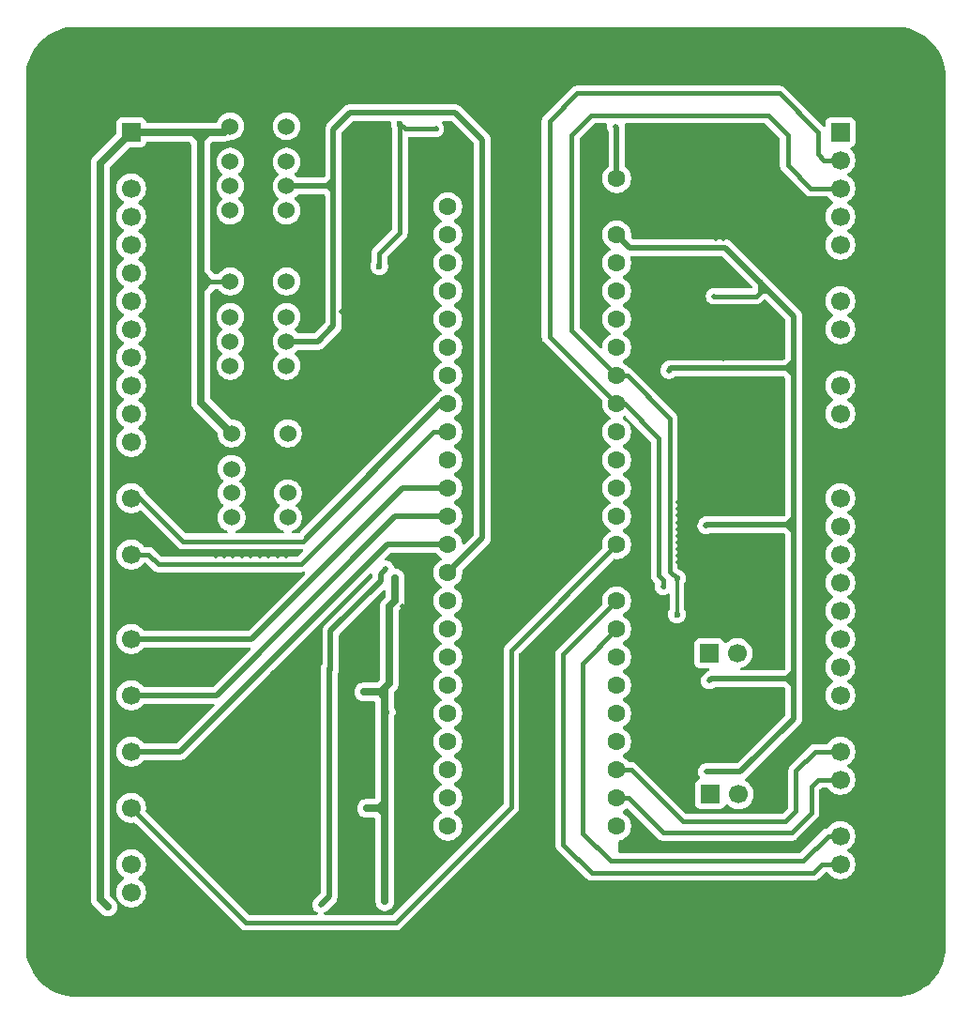
<source format=gbr>
%TF.GenerationSoftware,KiCad,Pcbnew,9.0.2*%
%TF.CreationDate,2025-06-04T20:08:15+07:00*%
%TF.ProjectId,VCU,5643552e-6b69-4636-9164-5f7063625858,rev?*%
%TF.SameCoordinates,Original*%
%TF.FileFunction,Copper,L2,Bot*%
%TF.FilePolarity,Positive*%
%FSLAX46Y46*%
G04 Gerber Fmt 4.6, Leading zero omitted, Abs format (unit mm)*
G04 Created by KiCad (PCBNEW 9.0.2) date 2025-06-04 20:08:15*
%MOMM*%
%LPD*%
G01*
G04 APERTURE LIST*
%TA.AperFunction,ComponentPad*%
%ADD10R,1.600000X1.600000*%
%TD*%
%TA.AperFunction,ComponentPad*%
%ADD11C,1.600000*%
%TD*%
%TA.AperFunction,ComponentPad*%
%ADD12R,1.700000X1.700000*%
%TD*%
%TA.AperFunction,ComponentPad*%
%ADD13C,1.700000*%
%TD*%
%TA.AperFunction,ComponentPad*%
%ADD14C,1.524000*%
%TD*%
%TA.AperFunction,ViaPad*%
%ADD15C,0.500000*%
%TD*%
%TA.AperFunction,ViaPad*%
%ADD16C,0.600000*%
%TD*%
%TA.AperFunction,Conductor*%
%ADD17C,0.500000*%
%TD*%
%TA.AperFunction,Conductor*%
%ADD18C,0.400000*%
%TD*%
%TA.AperFunction,Conductor*%
%ADD19C,0.700000*%
%TD*%
%TA.AperFunction,Conductor*%
%ADD20C,0.300000*%
%TD*%
G04 APERTURE END LIST*
D10*
%TO.P,Teensy4.1,1,GND*%
%TO.N,GND*%
X108580000Y-82190000D03*
D11*
%TO.P,Teensy4.1,2,RX1*%
%TO.N,/CRX2*%
X108580000Y-84730000D03*
%TO.P,Teensy4.1,3,TX1*%
%TO.N,/CTX2*%
X108580000Y-87270000D03*
%TO.P,Teensy4.1,4,OUT2*%
%TO.N,/IND_Engine*%
X108580000Y-89810000D03*
%TO.P,Teensy4.1,5,LRCLK2*%
%TO.N,/IND_Hybrid*%
X108580000Y-92350000D03*
%TO.P,Teensy4.1,6,BCLK2*%
%TO.N,/D4_SDC*%
X108580000Y-94890000D03*
%TO.P,Teensy4.1,7,IN2*%
%TO.N,/D2_BL*%
X108580000Y-97430000D03*
%TO.P,Teensy4.1,8,OUT1D*%
%TO.N,/D1_BATT*%
X108580000Y-99970000D03*
%TO.P,Teensy4.1,9,OUT1A*%
%TO.N,/TX_TV*%
X108580000Y-102510000D03*
%TO.P,Teensy4.1,10,IN1*%
%TO.N,/RX_TV*%
X108580000Y-105050000D03*
%TO.P,Teensy4.1,11,OUT1C*%
%TO.N,/D3*%
X108580000Y-107590000D03*
%TO.P,Teensy4.1,12,MQSR*%
%TO.N,/CS_T*%
X108580000Y-110130000D03*
%TO.P,Teensy4.1,13,CTX1*%
%TO.N,/MOSI_T*%
X108580000Y-112670000D03*
%TO.P,Teensy4.1,14,MQSL*%
%TO.N,/MISO_T*%
X108580000Y-115210000D03*
%TO.P,Teensy4.1,15,3.3V*%
%TO.N,+3.3VA*%
X108580000Y-117750000D03*
%TO.P,Teensy4.1,16,A10/TX6*%
%TO.N,unconnected-(Teensy4.1-A10{slash}TX6-Pad16)*%
X108580000Y-120290000D03*
%TO.P,Teensy4.1,17,A11/RX6*%
%TO.N,unconnected-(Teensy4.1-A11{slash}RX6-Pad17)*%
X108580000Y-122830000D03*
%TO.P,Teensy4.1,18,A12/MOSI1*%
%TO.N,unconnected-(Teensy4.1-A12{slash}MOSI1-Pad18)*%
X108580000Y-125370000D03*
%TO.P,Teensy4.1,19,A13/SCK1*%
%TO.N,unconnected-(Teensy4.1-A13{slash}SCK1-Pad19)*%
X108580000Y-127910000D03*
%TO.P,Teensy4.1,20,RX7*%
%TO.N,unconnected-(Teensy4.1-RX7-Pad20)*%
X108580000Y-130450000D03*
%TO.P,Teensy4.1,21,TX7*%
%TO.N,unconnected-(Teensy4.1-TX7-Pad21)*%
X108580000Y-132990000D03*
%TO.P,Teensy4.1,22,CRX3*%
%TO.N,/CRX3*%
X108580000Y-135530000D03*
%TO.P,Teensy4.1,23,CTX3*%
%TO.N,/CTX3*%
X108580000Y-138070000D03*
%TO.P,Teensy4.1,24,OUT1B*%
%TO.N,unconnected-(Teensy4.1-OUT1B-Pad24)*%
X108580000Y-140610000D03*
%TO.P,Teensy4.1,25,MCLK2*%
%TO.N,unconnected-(Teensy4.1-MCLK2-Pad25)*%
X123820000Y-140610000D03*
%TO.P,Teensy4.1,26,RX8*%
%TO.N,/TX_Pneu*%
X123820000Y-138070000D03*
%TO.P,Teensy4.1,27,TX8*%
%TO.N,/RX_Pneu*%
X123820000Y-135530000D03*
%TO.P,Teensy4.1,28,CS*%
%TO.N,unconnected-(Teensy4.1-CS-Pad28)*%
X123820000Y-132990000D03*
%TO.P,Teensy4.1,29,CS*%
%TO.N,unconnected-(Teensy4.1-CS-Pad29)*%
X123820000Y-130450000D03*
%TO.P,Teensy4.1,30,A14*%
%TO.N,unconnected-(Teensy4.1-A14-Pad30)*%
X123820000Y-127910000D03*
%TO.P,Teensy4.1,31,A15*%
%TO.N,unconnected-(Teensy4.1-A15-Pad31)*%
X123820000Y-125370000D03*
%TO.P,Teensy4.1,32,A16*%
%TO.N,/Analog2*%
X123820000Y-122830000D03*
%TO.P,Teensy4.1,33,A17*%
%TO.N,/Analog1*%
X123820000Y-120290000D03*
%TO.P,Teensy4.1,34,GND*%
%TO.N,GND*%
X123820000Y-117750000D03*
%TO.P,Teensy4.1,35,SCK/LED*%
%TO.N,/SCK_T*%
X123820000Y-115210000D03*
%TO.P,Teensy4.1,36,A0/TX3*%
%TO.N,unconnected-(Teensy4.1-A0{slash}TX3-Pad36)*%
X123820000Y-112670000D03*
%TO.P,Teensy4.1,37,A1/RX3*%
%TO.N,unconnected-(Teensy4.1-A1{slash}RX3-Pad37)*%
X123820000Y-110130000D03*
%TO.P,Teensy4.1,38,A2/RX4/SCL1*%
%TO.N,unconnected-(Teensy4.1-A2{slash}RX4{slash}SCL1-Pad38)*%
X123820000Y-107590000D03*
%TO.P,Teensy4.1,39,A3/TX4/SDA1*%
%TO.N,unconnected-(Teensy4.1-A3{slash}TX4{slash}SDA1-Pad39)*%
X123820000Y-105050000D03*
%TO.P,Teensy4.1,40,A4/SDA*%
%TO.N,/SDA*%
X123820000Y-102510000D03*
%TO.P,Teensy4.1,41,A5/SCL*%
%TO.N,/SCL*%
X123820000Y-99970000D03*
%TO.P,Teensy4.1,42,A6/TX5*%
%TO.N,unconnected-(Teensy4.1-A6{slash}TX5-Pad42)*%
X123820000Y-97430000D03*
%TO.P,Teensy4.1,43,A7/RX5*%
%TO.N,unconnected-(Teensy4.1-A7{slash}RX5-Pad43)*%
X123820000Y-94890000D03*
%TO.P,Teensy4.1,44,A8/CTX1*%
%TO.N,/CTX1*%
X123820000Y-92350000D03*
%TO.P,Teensy4.1,45,A9/CRX1*%
%TO.N,/CRX1*%
X123820000Y-89810000D03*
%TO.P,Teensy4.1,46,3.3V*%
%TO.N,+3.3V*%
X123820000Y-87270000D03*
%TO.P,Teensy4.1,47,GND*%
%TO.N,GND*%
X123820000Y-84730000D03*
%TO.P,Teensy4.1,48,Vin*%
%TO.N,+5V*%
X123820000Y-82190000D03*
%TD*%
D12*
%TO.P,ADS1,1,Pin_1*%
%TO.N,+3.3V*%
X132270000Y-137725000D03*
D13*
%TO.P,ADS1,2,Pin_2*%
%TO.N,/ADR1*%
X134810000Y-137725000D03*
%TO.P,ADS1,3,Pin_3*%
%TO.N,GND*%
X137350000Y-137725000D03*
%TD*%
D14*
%TO.P,K3,1*%
%TO.N,+12V*%
X89060000Y-105170800D03*
%TO.P,K3,2*%
%TO.N,unconnected-(K3-Pad2)*%
X89060000Y-108370801D03*
%TO.P,K3,3*%
%TO.N,/SDC_IN*%
X89060000Y-110570802D03*
%TO.P,K3,4*%
%TO.N,/SDC_OUT*%
X89060000Y-112770800D03*
%TO.P,K3,5*%
%TO.N,unconnected-(K3-Pad5)*%
X94140000Y-112770800D03*
%TO.P,K3,6*%
%TO.N,/LED_SDC*%
X94140000Y-110570802D03*
%TO.P,K3,7*%
%TO.N,GND*%
X94140000Y-108370801D03*
%TO.P,K3,8*%
%TO.N,Net-(D9-A)*%
X94140000Y-105170800D03*
%TD*%
%TO.P,K1,1*%
%TO.N,+12V*%
X88945000Y-77472500D03*
%TO.P,K1,2*%
%TO.N,/PDM*%
X88945000Y-80672501D03*
%TO.P,K1,3*%
%TO.N,/Safety*%
X88945000Y-82872502D03*
%TO.P,K1,4*%
%TO.N,unconnected-(K1-Pad4)*%
X88945000Y-85072500D03*
%TO.P,K1,5*%
%TO.N,unconnected-(K1-Pad5)*%
X94025000Y-85072500D03*
%TO.P,K1,6*%
%TO.N,+3.3VA*%
X94025000Y-82872502D03*
%TO.P,K1,7*%
%TO.N,/IND_Engine*%
X94025000Y-80672501D03*
%TO.P,K1,8*%
%TO.N,Net-(D1-K)*%
X94025000Y-77472500D03*
%TD*%
D12*
%TO.P,ADS2,1,Pin_1*%
%TO.N,+3.3V*%
X132170000Y-125000000D03*
D13*
%TO.P,ADS2,2,Pin_2*%
%TO.N,/ADR2*%
X134710000Y-125000000D03*
%TO.P,ADS2,3,Pin_3*%
%TO.N,GND*%
X137250000Y-125000000D03*
%TD*%
D14*
%TO.P,K2,1*%
%TO.N,+12V*%
X88945000Y-91472500D03*
%TO.P,K2,2*%
%TO.N,/AIR*%
X88945000Y-94672501D03*
%TO.P,K2,3*%
%TO.N,/Safety*%
X88945000Y-96872502D03*
%TO.P,K2,4*%
%TO.N,unconnected-(K2-Pad4)*%
X88945000Y-99072500D03*
%TO.P,K2,5*%
%TO.N,unconnected-(K2-Pad5)*%
X94025000Y-99072500D03*
%TO.P,K2,6*%
%TO.N,+3.3VA*%
X94025000Y-96872502D03*
%TO.P,K2,7*%
%TO.N,/IND_Hybrid*%
X94025000Y-94672501D03*
%TO.P,K2,8*%
%TO.N,Net-(D2-K)*%
X94025000Y-91472500D03*
%TD*%
D12*
%TO.P,J2,1,Pin_1*%
%TO.N,+5V*%
X144000000Y-78000000D03*
D13*
%TO.P,J2,2,Pin_2*%
%TO.N,/SDA*%
X144000000Y-80540000D03*
%TO.P,J2,3,Pin_3*%
%TO.N,/SCL*%
X144000000Y-83080000D03*
%TO.P,J2,4,Pin_4*%
%TO.N,/CANH_2*%
X144000000Y-85620000D03*
%TO.P,J2,5,Pin_5*%
%TO.N,/CANL_2*%
X144000000Y-88160000D03*
%TO.P,J2,6,Pin_6*%
%TO.N,GND*%
X144000000Y-90700000D03*
%TO.P,J2,7,Pin_7*%
%TO.N,/CANH_1*%
X144000000Y-93240000D03*
%TO.P,J2,8,Pin_8*%
%TO.N,/CANL_1*%
X144000000Y-95780000D03*
%TO.P,J2,9,Pin_9*%
%TO.N,GND*%
X144000000Y-98320000D03*
%TO.P,J2,10,Pin_10*%
%TO.N,/CANH_3*%
X144000000Y-100860000D03*
%TO.P,J2,11,Pin_11*%
%TO.N,/CANL_3*%
X144000000Y-103400000D03*
%TO.P,J2,12,Pin_12*%
%TO.N,GND*%
X144000000Y-105940000D03*
%TO.P,J2,13,Pin_13*%
X144000000Y-108480000D03*
%TO.P,J2,14,Pin_14*%
%TO.N,A4*%
X144000000Y-111020000D03*
%TO.P,J2,15,Pin_15*%
%TO.N,A3*%
X144000000Y-113560000D03*
%TO.P,J2,16,Pin_16*%
%TO.N,A2*%
X144000000Y-116100000D03*
%TO.P,J2,17,Pin_17*%
%TO.N,BRK_P*%
X144000000Y-118640000D03*
%TO.P,J2,18,Pin_18*%
%TO.N,SUSP4*%
X144000000Y-121180000D03*
%TO.P,J2,19,Pin_19*%
%TO.N,SUSP3*%
X144000000Y-123720000D03*
%TO.P,J2,20,Pin_20*%
%TO.N,SUSP2*%
X144000000Y-126260000D03*
%TO.P,J2,21,Pin_21*%
%TO.N,SUSP1*%
X144000000Y-128800000D03*
%TO.P,J2,22,Pin_22*%
%TO.N,GND*%
X144000000Y-131340000D03*
%TO.P,J2,23,Pin_23*%
%TO.N,/RX_Pneu*%
X144000000Y-133880000D03*
%TO.P,J2,24,Pin_24*%
%TO.N,/TX_Pneu*%
X144000000Y-136420000D03*
%TO.P,J2,25,Pin_25*%
%TO.N,GND*%
X144000000Y-138960000D03*
%TO.P,J2,26,Pin_26*%
%TO.N,/Analog2*%
X144000000Y-141500000D03*
%TO.P,J2,27,Pin_27*%
%TO.N,/Analog1*%
X144000000Y-144040000D03*
%TO.P,J2,28,Pin_28*%
%TO.N,GND*%
X144000000Y-146580000D03*
%TD*%
D12*
%TO.P,J1,1,Pin_1*%
%TO.N,+12V*%
X80000000Y-78000000D03*
D13*
%TO.P,J1,2,Pin_2*%
%TO.N,GND*%
X80000000Y-80540000D03*
%TO.P,J1,3,Pin_3*%
%TO.N,/Engine*%
X80000000Y-83080000D03*
%TO.P,J1,4,Pin_4*%
%TO.N,/PDM*%
X80000000Y-85620000D03*
%TO.P,J1,5,Pin_5*%
%TO.N,/Safety*%
X80000000Y-88160000D03*
%TO.P,J1,6,Pin_6*%
%TO.N,/Hybrid*%
X80000000Y-90700000D03*
%TO.P,J1,7,Pin_7*%
%TO.N,/AIR*%
X80000000Y-93240000D03*
%TO.P,J1,8,Pin_8*%
%TO.N,/Safety*%
X80000000Y-95780000D03*
%TO.P,J1,9,Pin_9*%
%TO.N,/SDC_IN*%
X80000000Y-98320000D03*
%TO.P,J1,10,Pin_10*%
%TO.N,/SDC_OUT*%
X80000000Y-100860000D03*
%TO.P,J1,11,Pin_11*%
%TO.N,/Brake_Light*%
X80000000Y-103400000D03*
%TO.P,J1,12,Pin_12*%
%TO.N,/FAN_BATT*%
X80000000Y-105940000D03*
%TO.P,J1,13,Pin_13*%
%TO.N,GND*%
X80000000Y-108480000D03*
%TO.P,J1,14,Pin_14*%
%TO.N,/TX_TV*%
X80000000Y-111020000D03*
%TO.P,J1,15,Pin_15*%
%TO.N,GND*%
X80000000Y-113560000D03*
%TO.P,J1,16,Pin_16*%
%TO.N,/RX_TV*%
X80000000Y-116100000D03*
%TO.P,J1,17,Pin_17*%
%TO.N,GND*%
X80000000Y-118640000D03*
%TO.P,J1,18,Pin_18*%
X80000000Y-121180000D03*
%TO.P,J1,19,Pin_19*%
%TO.N,/CS_T*%
X80000000Y-123720000D03*
%TO.P,J1,20,Pin_20*%
%TO.N,GND*%
X80000000Y-126260000D03*
%TO.P,J1,21,Pin_21*%
%TO.N,/MOSI_T*%
X80000000Y-128800000D03*
%TO.P,J1,22,Pin_22*%
%TO.N,GND*%
X80000000Y-131340000D03*
%TO.P,J1,23,Pin_23*%
%TO.N,/MISO_T*%
X80000000Y-133880000D03*
%TO.P,J1,24,Pin_24*%
%TO.N,GND*%
X80000000Y-136420000D03*
%TO.P,J1,25,Pin_25*%
%TO.N,/SCK_T*%
X80000000Y-138960000D03*
%TO.P,J1,26,Pin_26*%
%TO.N,GND*%
X80000000Y-141500000D03*
%TO.P,J1,27,Pin_27*%
%TO.N,/SWITCH*%
X80000000Y-144040000D03*
%TO.P,J1,28,Pin_28*%
%TO.N,+5VA*%
X80000000Y-146580000D03*
%TD*%
D15*
%TO.N,+3.3V*%
X132170000Y-127500000D03*
X132600000Y-92800000D03*
X131900000Y-135700000D03*
X131862500Y-113500000D03*
X128500000Y-99500000D03*
%TO.N,GND*%
X130000000Y-142600000D03*
X129400000Y-116200000D03*
X92600000Y-143600000D03*
X94400000Y-132400000D03*
X100400000Y-84400000D03*
X95800000Y-126200000D03*
X133400000Y-97200000D03*
X128200000Y-142600000D03*
X132400000Y-106600000D03*
X129400000Y-115000000D03*
X134600000Y-133000000D03*
X95600000Y-141800000D03*
X95200000Y-127400000D03*
X133400000Y-96000000D03*
D16*
X95800000Y-130792500D03*
D15*
X133400000Y-85200000D03*
X133000000Y-107200000D03*
X93200000Y-116200000D03*
X133600000Y-106000000D03*
X132800000Y-102200000D03*
X133400000Y-89600000D03*
X134400000Y-118400000D03*
X94600000Y-126800000D03*
X93800000Y-133000000D03*
X137200000Y-115600000D03*
X94400000Y-143600000D03*
X133000000Y-105400000D03*
X130000000Y-112000000D03*
X132200000Y-87000000D03*
X142200000Y-140400000D03*
X135400000Y-115600000D03*
X132400000Y-105400000D03*
X93800000Y-143000000D03*
X101600000Y-84400000D03*
X102200000Y-84400000D03*
X133000000Y-142600000D03*
X132800000Y-87000000D03*
X129400000Y-113200000D03*
X86200000Y-126600000D03*
X92400000Y-116200000D03*
X133000000Y-106000000D03*
X93800000Y-132400000D03*
X133400000Y-94800000D03*
X93200000Y-131800000D03*
X129400000Y-114400000D03*
X134600000Y-130600000D03*
X133600000Y-115000000D03*
X135800000Y-128800000D03*
X135000000Y-120200000D03*
X135600000Y-117800000D03*
X137600000Y-128800000D03*
X100800000Y-101600000D03*
X100400000Y-85000000D03*
X133600000Y-105400000D03*
X92600000Y-133000000D03*
X101600000Y-85000000D03*
X135800000Y-129400000D03*
X139600000Y-142600000D03*
X92800000Y-126800000D03*
X99000000Y-94200000D03*
X97200000Y-101000000D03*
D16*
X129350000Y-79200000D03*
D15*
X135600000Y-119000000D03*
X102200000Y-85600000D03*
X132800000Y-87600000D03*
X92600000Y-144200000D03*
D16*
X104000000Y-133000000D03*
D15*
X130000000Y-114400000D03*
X95000000Y-143000000D03*
D16*
X128800000Y-96865000D03*
D15*
X136600000Y-115000000D03*
X135200000Y-132400000D03*
X98400000Y-101600000D03*
X99600000Y-95600000D03*
X134400000Y-117800000D03*
X135200000Y-131800000D03*
X136400000Y-129400000D03*
X136600000Y-116200000D03*
X135800000Y-131800000D03*
X133400000Y-85800000D03*
X134400000Y-120200000D03*
X135800000Y-132400000D03*
X100200000Y-94200000D03*
X137600000Y-129400000D03*
X133000000Y-106600000D03*
X133400000Y-86400000D03*
X101000000Y-85000000D03*
X94400000Y-131800000D03*
X130000000Y-113800000D03*
X134600000Y-131800000D03*
X95600000Y-142400000D03*
X135600000Y-118400000D03*
X135600000Y-120200000D03*
X100200000Y-94800000D03*
X102800000Y-85600000D03*
X133600000Y-108400000D03*
X92600000Y-133600000D03*
X93800000Y-143600000D03*
X133400000Y-96600000D03*
X133400000Y-87600000D03*
D16*
X101000000Y-98500000D03*
D15*
X94000000Y-127400000D03*
X135800000Y-130600000D03*
X93200000Y-132400000D03*
X129400000Y-112600000D03*
X101600000Y-85600000D03*
X132800000Y-85800000D03*
X135000000Y-118400000D03*
X134200000Y-115000000D03*
X133000000Y-115000000D03*
X136400000Y-130000000D03*
X130600000Y-113200000D03*
X133400000Y-87000000D03*
X135200000Y-133600000D03*
X131600000Y-102200000D03*
X138400000Y-142600000D03*
X129400000Y-112000000D03*
X137000000Y-130000000D03*
X136000000Y-142600000D03*
X137000000Y-128800000D03*
X129400000Y-115600000D03*
X134200000Y-142600000D03*
X134600000Y-131200000D03*
X135400000Y-115000000D03*
X88400000Y-116200000D03*
X93800000Y-144200000D03*
X130000000Y-113200000D03*
X93200000Y-133600000D03*
D16*
X129100000Y-91300000D03*
D15*
X133600000Y-107800000D03*
X90800000Y-116200000D03*
X95000000Y-132400000D03*
X134200000Y-115600000D03*
D16*
X104500000Y-122000000D03*
D15*
X104500000Y-120800000D03*
X135200000Y-131200000D03*
X93400000Y-126800000D03*
X99600000Y-101000000D03*
X86200000Y-127200000D03*
D16*
X100000000Y-80250000D03*
D15*
X93200000Y-143000000D03*
X137000000Y-129400000D03*
X137600000Y-130000000D03*
X132400000Y-104800000D03*
X95800000Y-126800000D03*
X133600000Y-142600000D03*
X133000000Y-104800000D03*
X136000000Y-116200000D03*
X133400000Y-95400000D03*
X129400000Y-111400000D03*
X139000000Y-142600000D03*
X133600000Y-104800000D03*
X97800000Y-101000000D03*
X134800000Y-115600000D03*
X95800000Y-127400000D03*
X98400000Y-101000000D03*
X93200000Y-142400000D03*
X135800000Y-131200000D03*
X131200000Y-142600000D03*
X100200000Y-101000000D03*
X130600000Y-112600000D03*
X94400000Y-133000000D03*
X101400000Y-101000000D03*
X93200000Y-133000000D03*
X102800000Y-85000000D03*
X95000000Y-133000000D03*
X134800000Y-115000000D03*
X136400000Y-128800000D03*
X141000000Y-141600000D03*
X130600000Y-114400000D03*
X130600000Y-115000000D03*
X94600000Y-127400000D03*
X93200000Y-144200000D03*
X100400000Y-85600000D03*
X129400000Y-116800000D03*
X130000000Y-115000000D03*
X95600000Y-141200000D03*
X134400000Y-119600000D03*
X136600000Y-142600000D03*
X101400000Y-94200000D03*
X89200000Y-116200000D03*
X93800000Y-131800000D03*
X134600000Y-132400000D03*
X92800000Y-127400000D03*
X135000000Y-119000000D03*
X132400000Y-142600000D03*
X95600000Y-132400000D03*
X136600000Y-115600000D03*
X99000000Y-101000000D03*
X94400000Y-142400000D03*
X87600000Y-116200000D03*
X100800000Y-94200000D03*
X136000000Y-115600000D03*
X135200000Y-130600000D03*
X86800000Y-126600000D03*
X100800000Y-101000000D03*
X94000000Y-126800000D03*
X133400000Y-102200000D03*
X132200000Y-102200000D03*
X133600000Y-109000000D03*
X136000000Y-115000000D03*
X100200000Y-95400000D03*
X135000000Y-119600000D03*
X137200000Y-116200000D03*
X141400000Y-141200000D03*
X129400000Y-142600000D03*
X99600000Y-101600000D03*
X135800000Y-130000000D03*
X132800000Y-86400000D03*
X102200000Y-85000000D03*
X127600000Y-142600000D03*
X134600000Y-133600000D03*
X134600000Y-102200000D03*
X137200000Y-142600000D03*
X92600000Y-132400000D03*
X95200000Y-126800000D03*
X92600000Y-142400000D03*
X135800000Y-133000000D03*
X140200000Y-142400000D03*
X102800000Y-84400000D03*
D16*
X128600000Y-86800000D03*
D15*
X133600000Y-107200000D03*
X99000000Y-101600000D03*
X129400000Y-113800000D03*
X94000000Y-116200000D03*
X104500000Y-121400000D03*
X99600000Y-94200000D03*
X93800000Y-133600000D03*
X101000000Y-85600000D03*
X135000000Y-117800000D03*
X95600000Y-143000000D03*
X137200000Y-115000000D03*
X128800000Y-142600000D03*
X90000000Y-116200000D03*
D16*
X127800000Y-86200000D03*
D15*
X93800000Y-142400000D03*
X134000000Y-102200000D03*
X135400000Y-142600000D03*
X85600000Y-126600000D03*
X135200000Y-133000000D03*
X135600000Y-119600000D03*
X92600000Y-143000000D03*
X137800000Y-142600000D03*
X101000000Y-84400000D03*
X132800000Y-85200000D03*
X132400000Y-106000000D03*
X134400000Y-119000000D03*
X93400000Y-127400000D03*
X100200000Y-101600000D03*
X133400000Y-97800000D03*
X134800000Y-142600000D03*
X140600000Y-142000000D03*
X92600000Y-131800000D03*
X130600000Y-113800000D03*
X141800000Y-140800000D03*
X133400000Y-98400000D03*
X95600000Y-131800000D03*
X95000000Y-142400000D03*
X91600000Y-116200000D03*
X101400000Y-101600000D03*
X133600000Y-106600000D03*
X94400000Y-143000000D03*
X130600000Y-142600000D03*
X93200000Y-143600000D03*
X95000000Y-131800000D03*
X131800000Y-142600000D03*
X130000000Y-112600000D03*
D16*
%TO.N,+12V*%
X101000000Y-128500000D03*
D15*
X103800000Y-118200000D03*
D16*
X101250000Y-139000000D03*
D15*
X102900000Y-147400000D03*
X77900000Y-147900000D03*
%TO.N,+5V*%
X107500000Y-77700000D03*
D16*
X104250000Y-77250000D03*
D15*
X123700000Y-77500000D03*
D16*
X102400000Y-90100000D03*
D15*
%TO.N,/SDA*%
X128000000Y-119000000D03*
D16*
%TO.N,/SCL*%
X129250000Y-118250000D03*
X129250000Y-121500000D03*
D15*
%TO.N,+5VA*%
X103000000Y-117400000D03*
X97112500Y-147687500D03*
X98000000Y-126500000D03*
X97875000Y-137125000D03*
%TD*%
D17*
%TO.N,+3.3V*%
X128700000Y-99300000D02*
X128500000Y-99500000D01*
X139800000Y-126700000D02*
X139200000Y-127300000D01*
X139800000Y-130900000D02*
X135000000Y-135700000D01*
X139800000Y-112800000D02*
X139800000Y-113400000D01*
X139800000Y-126600000D02*
X139800000Y-126700000D01*
X137200000Y-92000000D02*
X137700000Y-92500000D01*
X139200000Y-127300000D02*
X132370000Y-127300000D01*
X139800000Y-126600000D02*
X139800000Y-127300000D01*
D18*
X136400000Y-92800000D02*
X136800000Y-92400000D01*
D17*
X132370000Y-127300000D02*
X132170000Y-127500000D01*
X135000000Y-135700000D02*
X131900000Y-135700000D01*
X139200000Y-99300000D02*
X139800000Y-99900000D01*
X139800000Y-114000000D02*
X139200000Y-113400000D01*
X139800000Y-127300000D02*
X139800000Y-128100000D01*
X123820000Y-87270000D02*
X124950000Y-88400000D01*
X139200000Y-127300000D02*
X139800000Y-127900000D01*
X124950000Y-88400000D02*
X133600000Y-88400000D01*
D18*
X136800000Y-92400000D02*
X137200000Y-92000000D01*
D17*
X139800000Y-99300000D02*
X139200000Y-99300000D01*
X139800000Y-99900000D02*
X139800000Y-112800000D01*
X139800000Y-98700000D02*
X139800000Y-99300000D01*
X139100000Y-113400000D02*
X131962500Y-113400000D01*
X133600000Y-88400000D02*
X136700000Y-91500000D01*
X137700000Y-92500000D02*
X139800000Y-94600000D01*
X139800000Y-113400000D02*
X139800000Y-114000000D01*
X136800000Y-91600000D02*
X136800000Y-92400000D01*
X136700000Y-91500000D02*
X136800000Y-91600000D01*
X137500000Y-92300000D02*
X136900000Y-92300000D01*
X139800000Y-99300000D02*
X139800000Y-99900000D01*
D18*
X132600000Y-92800000D02*
X136400000Y-92800000D01*
D17*
X139200000Y-99300000D02*
X128700000Y-99300000D01*
X139200000Y-113400000D02*
X139100000Y-113400000D01*
X137700000Y-92500000D02*
X137500000Y-92300000D01*
X139200000Y-99300000D02*
X139800000Y-98700000D01*
X139800000Y-94600000D02*
X139800000Y-98700000D01*
X139800000Y-112800000D02*
X139200000Y-113400000D01*
X136900000Y-92300000D02*
X136800000Y-92400000D01*
X131962500Y-113400000D02*
X131862500Y-113500000D01*
X139800000Y-113400000D02*
X139100000Y-113400000D01*
X136700000Y-91500000D02*
X137200000Y-92000000D01*
X139800000Y-128100000D02*
X139800000Y-130900000D01*
X139800000Y-127300000D02*
X139200000Y-127300000D01*
X139800000Y-127900000D02*
X139800000Y-128100000D01*
X139800000Y-114000000D02*
X139800000Y-126600000D01*
D19*
%TO.N,+12V*%
X102900000Y-128100000D02*
X103300000Y-127700000D01*
X102900000Y-139500000D02*
X102900000Y-147400000D01*
X86250000Y-78000000D02*
X87300000Y-78000000D01*
D18*
X86277500Y-91472500D02*
X86250000Y-91500000D01*
D19*
X86950000Y-78000000D02*
X86250000Y-78700000D01*
X102900000Y-138500000D02*
X102900000Y-139000000D01*
X85600000Y-78000000D02*
X85600000Y-78050000D01*
X102000000Y-139000000D02*
X101250000Y-139000000D01*
X86250000Y-92222500D02*
X87000000Y-91472500D01*
X103300000Y-127700000D02*
X103300000Y-120800000D01*
X87300000Y-78000000D02*
X86950000Y-78000000D01*
X102400000Y-139000000D02*
X102900000Y-139500000D01*
X86250000Y-78000000D02*
X86250000Y-78700000D01*
X102000000Y-139000000D02*
X102400000Y-139000000D01*
X77200000Y-80800000D02*
X80000000Y-78000000D01*
X86250000Y-90722500D02*
X87000000Y-91472500D01*
X85600000Y-78000000D02*
X86250000Y-78000000D01*
X77900000Y-147900000D02*
X77200000Y-147200000D01*
X103300000Y-120800000D02*
X103800000Y-120300000D01*
X86250000Y-78700000D02*
X86250000Y-90250000D01*
X102900000Y-139000000D02*
X102000000Y-139000000D01*
D18*
X88945000Y-91472500D02*
X87000000Y-91472500D01*
D19*
X102900000Y-129000000D02*
X102900000Y-128100000D01*
X86250000Y-92500000D02*
X86250000Y-102360800D01*
X102500000Y-128500000D02*
X101000000Y-128500000D01*
X86250000Y-92500000D02*
X86250000Y-92222500D01*
X86250000Y-90250000D02*
X86250000Y-90722500D01*
X86250000Y-91500000D02*
X86250000Y-92500000D01*
X102500000Y-128500000D02*
X102500000Y-128600000D01*
X102500000Y-128600000D02*
X102900000Y-129000000D01*
X80000000Y-78000000D02*
X85600000Y-78000000D01*
X102900000Y-130400000D02*
X102900000Y-129000000D01*
X87300000Y-78000000D02*
X88417500Y-78000000D01*
X88417500Y-78000000D02*
X88945000Y-77472500D01*
D18*
X87000000Y-91472500D02*
X86277500Y-91472500D01*
D19*
X77200000Y-147200000D02*
X77200000Y-80800000D01*
X102900000Y-130400000D02*
X102900000Y-138500000D01*
X103800000Y-120300000D02*
X103800000Y-118200000D01*
X85600000Y-78050000D02*
X86250000Y-78700000D01*
X86250000Y-102360800D02*
X89060000Y-105170800D01*
X86250000Y-90250000D02*
X86250000Y-91500000D01*
X102400000Y-139000000D02*
X102900000Y-138500000D01*
X103000000Y-130300000D02*
X102900000Y-130400000D01*
X102500000Y-128500000D02*
X103300000Y-127700000D01*
X102900000Y-139000000D02*
X102900000Y-139500000D01*
D17*
%TO.N,+5V*%
X123820000Y-82190000D02*
X123820000Y-77620000D01*
D18*
X107500000Y-77700000D02*
X104700000Y-77700000D01*
D17*
X123820000Y-77620000D02*
X123700000Y-77500000D01*
D18*
X104250000Y-77250000D02*
X104250000Y-87050000D01*
X104700000Y-77700000D02*
X104250000Y-77250000D01*
X102400000Y-90100000D02*
X102400000Y-88900000D01*
X102400000Y-88900000D02*
X104250000Y-87050000D01*
%TO.N,/SCK_T*%
X114300000Y-138900000D02*
X103900000Y-149300000D01*
X90340000Y-149300000D02*
X80000000Y-138960000D01*
X114300000Y-124730000D02*
X114300000Y-138900000D01*
X103900000Y-149300000D02*
X90340000Y-149300000D01*
X123820000Y-115210000D02*
X114300000Y-124730000D01*
%TO.N,/TX_TV*%
X84241212Y-114491212D02*
X80770000Y-111020000D01*
X84650000Y-114900000D02*
X80770000Y-111020000D01*
X107740000Y-102510000D02*
X95758788Y-114491212D01*
X108580000Y-102510000D02*
X107890000Y-102510000D01*
X80770000Y-111020000D02*
X80000000Y-111020000D01*
X107890000Y-102510000D02*
X95500000Y-114900000D01*
X95500000Y-114900000D02*
X84650000Y-114900000D01*
D17*
%TO.N,/MOSI_T*%
X108580000Y-112670000D02*
X103830000Y-112670000D01*
X103830000Y-112670000D02*
X87700000Y-128800000D01*
X87700000Y-128800000D02*
X80000000Y-128800000D01*
%TO.N,/CS_T*%
X104470000Y-110130000D02*
X90880000Y-123720000D01*
X108580000Y-110130000D02*
X104470000Y-110130000D01*
X90880000Y-123720000D02*
X80000000Y-123720000D01*
D18*
%TO.N,/RX_TV*%
X95300000Y-117000000D02*
X82456000Y-117000000D01*
X107250000Y-105050000D02*
X95300000Y-117000000D01*
X81556000Y-116100000D02*
X80000000Y-116100000D01*
X82456000Y-117000000D02*
X81556000Y-116100000D01*
X108580000Y-105050000D02*
X107250000Y-105050000D01*
D17*
%TO.N,/MISO_T*%
X103090000Y-115210000D02*
X108580000Y-115210000D01*
X84420000Y-133880000D02*
X103090000Y-115210000D01*
X80000000Y-133880000D02*
X84420000Y-133880000D01*
D18*
%TO.N,/Analog1*%
X121550000Y-144800000D02*
X119000000Y-142250000D01*
X119000000Y-125110000D02*
X123820000Y-120290000D01*
X119000000Y-142250000D02*
X119000000Y-125110000D01*
X141600000Y-144800000D02*
X121550000Y-144800000D01*
X142360000Y-144040000D02*
X141600000Y-144800000D01*
X144000000Y-144040000D02*
X142360000Y-144040000D01*
%TO.N,/Analog2*%
X123250000Y-143750000D02*
X140650000Y-143750000D01*
X120750000Y-125900000D02*
X120750000Y-141250000D01*
X120750000Y-141250000D02*
X123250000Y-143750000D01*
X140650000Y-143750000D02*
X142900000Y-141500000D01*
X142900000Y-141500000D02*
X144000000Y-141500000D01*
X123820000Y-122830000D02*
X120750000Y-125900000D01*
%TO.N,/SDA*%
X142540000Y-80540000D02*
X144000000Y-80540000D01*
X123820000Y-102510000D02*
X117750000Y-96440000D01*
X138500000Y-74500000D02*
X142000000Y-78000000D01*
X117750000Y-96440000D02*
X117750000Y-77000000D01*
X127600000Y-118000000D02*
X127600000Y-105600000D01*
X142000000Y-78000000D02*
X142000000Y-80000000D01*
X142000000Y-80000000D02*
X142540000Y-80540000D01*
X120250000Y-74500000D02*
X138500000Y-74500000D01*
X124510000Y-102510000D02*
X123820000Y-102510000D01*
X127600000Y-105600000D02*
X124510000Y-102510000D01*
X117750000Y-77000000D02*
X120250000Y-74500000D01*
X127600000Y-118000000D02*
X128000000Y-118400000D01*
X128000000Y-118400000D02*
X128000000Y-119000000D01*
%TO.N,/SCL*%
X123820000Y-99970000D02*
X124770000Y-99970000D01*
X123820000Y-99970000D02*
X119750000Y-95900000D01*
X137500000Y-76500000D02*
X139250000Y-78250000D01*
X128600000Y-117600000D02*
X129250000Y-118250000D01*
D20*
X129250000Y-121500000D02*
X129250000Y-118250000D01*
D18*
X139250000Y-78250000D02*
X139250000Y-81000000D01*
X119750000Y-95900000D02*
X119750000Y-78250000D01*
X139250000Y-81000000D02*
X141330000Y-83080000D01*
X128600000Y-103800000D02*
X128600000Y-117600000D01*
X119750000Y-78250000D02*
X121500000Y-76500000D01*
X121500000Y-76500000D02*
X137500000Y-76500000D01*
X124770000Y-99970000D02*
X128600000Y-103800000D01*
X141330000Y-83080000D02*
X144000000Y-83080000D01*
%TO.N,/RX_Pneu*%
X140000000Y-139200000D02*
X140000000Y-135600000D01*
X125130000Y-135530000D02*
X129800000Y-140200000D01*
X141720000Y-133880000D02*
X144000000Y-133880000D01*
X140000000Y-135600000D02*
X141720000Y-133880000D01*
X129800000Y-140200000D02*
X139000000Y-140200000D01*
X139000000Y-140200000D02*
X140000000Y-139200000D01*
X123820000Y-135530000D02*
X125130000Y-135530000D01*
%TO.N,/TX_Pneu*%
X124870000Y-138070000D02*
X128000000Y-141200000D01*
X141400000Y-139400000D02*
X141400000Y-137000000D01*
X123820000Y-138070000D02*
X124870000Y-138070000D01*
X139600000Y-141200000D02*
X141400000Y-139400000D01*
X128000000Y-141200000D02*
X139600000Y-141200000D01*
X141980000Y-136420000D02*
X144000000Y-136420000D01*
X141400000Y-137000000D02*
X141980000Y-136420000D01*
D17*
%TO.N,+3.3VA*%
X97822502Y-82872502D02*
X98250000Y-83300000D01*
X98250000Y-95500000D02*
X96877498Y-96872502D01*
X97700000Y-82872502D02*
X98222502Y-82872502D01*
X97700000Y-82872502D02*
X97822502Y-82872502D01*
X108580000Y-117750000D02*
X111700000Y-114630000D01*
X109250000Y-76250000D02*
X99750000Y-76250000D01*
X111700000Y-78700000D02*
X109250000Y-76250000D01*
X99750000Y-76250000D02*
X98250000Y-77750000D01*
X98250000Y-83300000D02*
X98250000Y-95500000D01*
X98250000Y-82900000D02*
X98250000Y-83300000D01*
X98250000Y-77750000D02*
X98250000Y-82000000D01*
X96877498Y-96872502D02*
X94025000Y-96872502D01*
X111700000Y-114630000D02*
X111700000Y-78700000D01*
X94025000Y-82872502D02*
X97700000Y-82872502D01*
X98250000Y-82000000D02*
X98250000Y-82322502D01*
X98250000Y-82322502D02*
X97700000Y-82872502D01*
X98250000Y-82000000D02*
X98250000Y-82900000D01*
X98222502Y-82872502D02*
X98250000Y-82900000D01*
%TO.N,+5VA*%
X102500000Y-117900000D02*
X103000000Y-117400000D01*
X97875000Y-137125000D02*
X97875000Y-126625000D01*
X98000000Y-123000000D02*
X98000000Y-126500000D01*
X102500000Y-118500000D02*
X102500000Y-117900000D01*
X97875000Y-126625000D02*
X98000000Y-126500000D01*
X97875000Y-146925000D02*
X97875000Y-137125000D01*
X102500000Y-118500000D02*
X98000000Y-123000000D01*
X98000000Y-126500000D02*
X97875000Y-126375000D01*
X97112500Y-147687500D02*
X97875000Y-146925000D01*
%TD*%
%TA.AperFunction,Conductor*%
%TO.N,GND*%
G36*
X149002702Y-68500617D02*
G01*
X149386771Y-68517386D01*
X149397506Y-68518326D01*
X149775971Y-68568152D01*
X149786597Y-68570025D01*
X150159284Y-68652648D01*
X150169710Y-68655442D01*
X150533765Y-68770227D01*
X150543911Y-68773920D01*
X150896578Y-68920000D01*
X150906369Y-68924566D01*
X151244942Y-69100816D01*
X151254310Y-69106224D01*
X151576244Y-69311318D01*
X151585105Y-69317523D01*
X151887930Y-69549889D01*
X151896217Y-69556843D01*
X152177635Y-69814715D01*
X152185284Y-69822364D01*
X152443156Y-70103782D01*
X152450110Y-70112069D01*
X152682476Y-70414894D01*
X152688681Y-70423755D01*
X152893775Y-70745689D01*
X152899183Y-70755057D01*
X153075430Y-71093623D01*
X153080002Y-71103427D01*
X153226075Y-71456078D01*
X153229775Y-71466244D01*
X153344554Y-71830278D01*
X153347354Y-71840727D01*
X153429971Y-72213389D01*
X153431849Y-72224042D01*
X153481671Y-72602473D01*
X153482614Y-72613249D01*
X153499382Y-72997297D01*
X153499500Y-73002706D01*
X153499500Y-151497293D01*
X153499382Y-151502702D01*
X153482614Y-151886750D01*
X153481671Y-151897526D01*
X153431849Y-152275957D01*
X153429971Y-152286610D01*
X153347354Y-152659272D01*
X153344554Y-152669721D01*
X153229775Y-153033755D01*
X153226075Y-153043921D01*
X153080002Y-153396572D01*
X153075430Y-153406376D01*
X152899183Y-153744942D01*
X152893775Y-153754310D01*
X152688681Y-154076244D01*
X152682476Y-154085105D01*
X152450110Y-154387930D01*
X152443156Y-154396217D01*
X152185284Y-154677635D01*
X152177635Y-154685284D01*
X151896217Y-154943156D01*
X151887930Y-154950110D01*
X151585105Y-155182476D01*
X151576244Y-155188681D01*
X151254310Y-155393775D01*
X151244942Y-155399183D01*
X150906376Y-155575430D01*
X150896572Y-155580002D01*
X150543921Y-155726075D01*
X150533755Y-155729775D01*
X150169721Y-155844554D01*
X150159272Y-155847354D01*
X149786610Y-155929971D01*
X149775957Y-155931849D01*
X149397526Y-155981671D01*
X149386750Y-155982614D01*
X149002703Y-155999382D01*
X148997294Y-155999500D01*
X75002706Y-155999500D01*
X74997297Y-155999382D01*
X74613249Y-155982614D01*
X74602473Y-155981671D01*
X74224042Y-155931849D01*
X74213389Y-155929971D01*
X73840727Y-155847354D01*
X73830278Y-155844554D01*
X73466244Y-155729775D01*
X73456078Y-155726075D01*
X73103427Y-155580002D01*
X73093623Y-155575430D01*
X72755057Y-155399183D01*
X72745689Y-155393775D01*
X72423755Y-155188681D01*
X72414894Y-155182476D01*
X72112069Y-154950110D01*
X72103782Y-154943156D01*
X71822364Y-154685284D01*
X71814715Y-154677635D01*
X71556843Y-154396217D01*
X71549889Y-154387930D01*
X71317523Y-154085105D01*
X71311318Y-154076244D01*
X71106224Y-153754310D01*
X71100816Y-153744942D01*
X70924569Y-153406376D01*
X70919997Y-153396572D01*
X70773924Y-153043921D01*
X70770224Y-153033755D01*
X70655442Y-152669710D01*
X70652648Y-152659284D01*
X70570025Y-152286597D01*
X70568152Y-152275971D01*
X70518326Y-151897506D01*
X70517386Y-151886771D01*
X70500618Y-151502702D01*
X70500500Y-151497293D01*
X70500500Y-80716228D01*
X76349500Y-80716228D01*
X76349500Y-147283771D01*
X76382182Y-147448075D01*
X76382185Y-147448085D01*
X76387786Y-147461607D01*
X76446292Y-147602856D01*
X76446299Y-147602869D01*
X76539372Y-147742161D01*
X76539375Y-147742165D01*
X77357834Y-148560623D01*
X77357838Y-148560626D01*
X77497130Y-148653699D01*
X77497143Y-148653706D01*
X77613222Y-148701787D01*
X77651918Y-148717815D01*
X77651920Y-148717815D01*
X77651925Y-148717817D01*
X77816228Y-148750498D01*
X77816232Y-148750499D01*
X77816233Y-148750499D01*
X77983767Y-148750499D01*
X77983768Y-148750498D01*
X78038537Y-148739604D01*
X78148073Y-148717817D01*
X78148076Y-148717815D01*
X78148081Y-148717815D01*
X78302862Y-148653703D01*
X78442162Y-148560626D01*
X78560626Y-148442162D01*
X78653703Y-148302862D01*
X78717815Y-148148081D01*
X78750499Y-147983766D01*
X78750499Y-147816233D01*
X78735766Y-147742165D01*
X78717817Y-147651925D01*
X78717814Y-147651916D01*
X78653706Y-147497143D01*
X78653699Y-147497130D01*
X78560626Y-147357838D01*
X78560623Y-147357834D01*
X78086819Y-146884030D01*
X78053334Y-146822707D01*
X78050500Y-146796349D01*
X78050500Y-143933713D01*
X78649500Y-143933713D01*
X78649500Y-144146286D01*
X78682753Y-144356239D01*
X78748444Y-144558414D01*
X78844951Y-144747820D01*
X78969890Y-144919786D01*
X79120213Y-145070109D01*
X79292182Y-145195050D01*
X79300946Y-145199516D01*
X79351742Y-145247491D01*
X79368536Y-145315312D01*
X79345998Y-145381447D01*
X79300946Y-145420484D01*
X79292182Y-145424949D01*
X79120213Y-145549890D01*
X78969890Y-145700213D01*
X78844951Y-145872179D01*
X78748444Y-146061585D01*
X78682753Y-146263760D01*
X78649500Y-146473713D01*
X78649500Y-146686286D01*
X78680819Y-146884030D01*
X78682754Y-146896243D01*
X78716115Y-146998918D01*
X78748444Y-147098414D01*
X78844951Y-147287820D01*
X78969890Y-147459786D01*
X79120213Y-147610109D01*
X79292179Y-147735048D01*
X79292181Y-147735049D01*
X79292184Y-147735051D01*
X79481588Y-147831557D01*
X79683757Y-147897246D01*
X79893713Y-147930500D01*
X79893714Y-147930500D01*
X80106286Y-147930500D01*
X80106287Y-147930500D01*
X80316243Y-147897246D01*
X80518412Y-147831557D01*
X80707816Y-147735051D01*
X80822240Y-147651918D01*
X80879786Y-147610109D01*
X80879788Y-147610106D01*
X80879792Y-147610104D01*
X81030104Y-147459792D01*
X81030106Y-147459788D01*
X81030109Y-147459786D01*
X81155048Y-147287820D01*
X81155047Y-147287820D01*
X81155051Y-147287816D01*
X81251557Y-147098412D01*
X81317246Y-146896243D01*
X81350500Y-146686287D01*
X81350500Y-146473713D01*
X81317246Y-146263757D01*
X81251557Y-146061588D01*
X81155051Y-145872184D01*
X81155049Y-145872181D01*
X81155048Y-145872179D01*
X81030109Y-145700213D01*
X80879786Y-145549890D01*
X80707820Y-145424951D01*
X80707115Y-145424591D01*
X80699054Y-145420485D01*
X80648259Y-145372512D01*
X80631463Y-145304692D01*
X80653999Y-145238556D01*
X80699054Y-145199515D01*
X80707816Y-145195051D01*
X80729789Y-145179086D01*
X80879786Y-145070109D01*
X80879788Y-145070106D01*
X80879792Y-145070104D01*
X81030104Y-144919792D01*
X81030106Y-144919788D01*
X81030109Y-144919786D01*
X81155048Y-144747820D01*
X81155047Y-144747820D01*
X81155051Y-144747816D01*
X81251557Y-144558412D01*
X81317246Y-144356243D01*
X81350500Y-144146287D01*
X81350500Y-143933713D01*
X81317246Y-143723757D01*
X81251557Y-143521588D01*
X81155051Y-143332184D01*
X81155049Y-143332181D01*
X81155048Y-143332179D01*
X81030109Y-143160213D01*
X80879786Y-143009890D01*
X80707820Y-142884951D01*
X80518414Y-142788444D01*
X80518413Y-142788443D01*
X80518412Y-142788443D01*
X80316243Y-142722754D01*
X80316241Y-142722753D01*
X80316240Y-142722753D01*
X80150754Y-142696543D01*
X80106287Y-142689500D01*
X79893713Y-142689500D01*
X79849246Y-142696543D01*
X79683760Y-142722753D01*
X79481585Y-142788444D01*
X79292179Y-142884951D01*
X79120213Y-143009890D01*
X78969890Y-143160213D01*
X78844951Y-143332179D01*
X78748444Y-143521585D01*
X78682753Y-143723760D01*
X78649500Y-143933713D01*
X78050500Y-143933713D01*
X78050500Y-110913713D01*
X78649500Y-110913713D01*
X78649500Y-111126287D01*
X78682754Y-111336243D01*
X78746940Y-111533787D01*
X78748444Y-111538414D01*
X78844951Y-111727820D01*
X78969890Y-111899786D01*
X79120213Y-112050109D01*
X79292179Y-112175048D01*
X79292181Y-112175049D01*
X79292184Y-112175051D01*
X79481588Y-112271557D01*
X79683757Y-112337246D01*
X79893713Y-112370500D01*
X79893714Y-112370500D01*
X80106286Y-112370500D01*
X80106287Y-112370500D01*
X80316243Y-112337246D01*
X80518412Y-112271557D01*
X80707816Y-112175051D01*
X80753369Y-112141954D01*
X80819174Y-112118475D01*
X80887228Y-112134300D01*
X80913935Y-112154592D01*
X84203453Y-115444111D01*
X84203454Y-115444112D01*
X84318192Y-115520777D01*
X84445667Y-115573578D01*
X84445672Y-115573580D01*
X84445676Y-115573580D01*
X84445677Y-115573581D01*
X84581003Y-115600500D01*
X95409480Y-115600500D01*
X95476519Y-115620185D01*
X95522274Y-115672989D01*
X95532218Y-115742147D01*
X95503193Y-115805703D01*
X95497161Y-115812181D01*
X95046162Y-116263181D01*
X94984839Y-116296666D01*
X94958481Y-116299500D01*
X82797519Y-116299500D01*
X82730480Y-116279815D01*
X82709838Y-116263181D01*
X82002546Y-115555888D01*
X82002545Y-115555887D01*
X81887807Y-115479222D01*
X81760332Y-115426421D01*
X81760322Y-115426418D01*
X81624996Y-115399500D01*
X81624994Y-115399500D01*
X81624993Y-115399500D01*
X81223547Y-115399500D01*
X81156508Y-115379815D01*
X81123230Y-115348385D01*
X81030108Y-115220213D01*
X81030107Y-115220211D01*
X80879786Y-115069890D01*
X80707820Y-114944951D01*
X80518414Y-114848444D01*
X80518413Y-114848443D01*
X80518412Y-114848443D01*
X80316243Y-114782754D01*
X80316241Y-114782753D01*
X80316240Y-114782753D01*
X80154957Y-114757208D01*
X80106287Y-114749500D01*
X79893713Y-114749500D01*
X79845042Y-114757208D01*
X79683760Y-114782753D01*
X79481585Y-114848444D01*
X79292179Y-114944951D01*
X79120213Y-115069890D01*
X78969890Y-115220213D01*
X78844951Y-115392179D01*
X78748444Y-115581585D01*
X78682753Y-115783760D01*
X78649500Y-115993713D01*
X78649500Y-116206286D01*
X78682591Y-116415218D01*
X78682754Y-116416243D01*
X78726684Y-116551446D01*
X78748444Y-116618414D01*
X78844951Y-116807820D01*
X78969890Y-116979786D01*
X79120213Y-117130109D01*
X79292179Y-117255048D01*
X79292181Y-117255049D01*
X79292184Y-117255051D01*
X79481588Y-117351557D01*
X79683757Y-117417246D01*
X79893713Y-117450500D01*
X79893714Y-117450500D01*
X80106286Y-117450500D01*
X80106287Y-117450500D01*
X80316243Y-117417246D01*
X80518412Y-117351557D01*
X80707816Y-117255051D01*
X80809613Y-117181092D01*
X80879786Y-117130109D01*
X80879788Y-117130106D01*
X80879792Y-117130104D01*
X81030104Y-116979792D01*
X81119414Y-116856865D01*
X81174743Y-116814200D01*
X81244356Y-116808221D01*
X81306151Y-116840826D01*
X81307413Y-116842070D01*
X82009453Y-117544111D01*
X82009454Y-117544112D01*
X82009457Y-117544114D01*
X82124189Y-117620775D01*
X82251671Y-117673580D01*
X82264255Y-117676083D01*
X82313355Y-117685849D01*
X82387004Y-117700500D01*
X82387007Y-117700500D01*
X95368996Y-117700500D01*
X95467654Y-117680875D01*
X95504328Y-117673580D01*
X95544187Y-117657069D01*
X95613653Y-117649601D01*
X95676133Y-117680875D01*
X95711786Y-117740964D01*
X95709293Y-117810789D01*
X95679319Y-117859312D01*
X90605451Y-122933181D01*
X90544128Y-122966666D01*
X90517770Y-122969500D01*
X81187221Y-122969500D01*
X81120182Y-122949815D01*
X81086903Y-122918385D01*
X81030107Y-122840211D01*
X80879786Y-122689890D01*
X80707818Y-122564950D01*
X80518414Y-122468444D01*
X80518413Y-122468443D01*
X80518412Y-122468443D01*
X80316243Y-122402754D01*
X80316241Y-122402753D01*
X80316240Y-122402753D01*
X80154957Y-122377208D01*
X80106287Y-122369500D01*
X79893713Y-122369500D01*
X79845042Y-122377208D01*
X79683760Y-122402753D01*
X79481585Y-122468444D01*
X79292182Y-122564950D01*
X79120213Y-122689890D01*
X78969890Y-122840213D01*
X78844951Y-123012179D01*
X78748444Y-123201585D01*
X78682753Y-123403760D01*
X78649500Y-123613713D01*
X78649500Y-123826286D01*
X78672245Y-123969896D01*
X78682754Y-124036243D01*
X78726684Y-124171446D01*
X78748444Y-124238414D01*
X78844951Y-124427820D01*
X78969890Y-124599786D01*
X79120213Y-124750109D01*
X79292179Y-124875048D01*
X79292181Y-124875049D01*
X79292184Y-124875051D01*
X79481588Y-124971557D01*
X79683757Y-125037246D01*
X79893713Y-125070500D01*
X79893714Y-125070500D01*
X80106286Y-125070500D01*
X80106287Y-125070500D01*
X80316243Y-125037246D01*
X80518412Y-124971557D01*
X80707816Y-124875051D01*
X80729789Y-124859086D01*
X80879786Y-124750109D01*
X80879788Y-124750106D01*
X80879792Y-124750104D01*
X81030104Y-124599792D01*
X81030108Y-124599786D01*
X81086903Y-124521615D01*
X81142233Y-124478949D01*
X81187221Y-124470500D01*
X90668769Y-124470500D01*
X90735808Y-124490185D01*
X90781563Y-124542989D01*
X90791507Y-124612147D01*
X90762482Y-124675703D01*
X90756450Y-124682181D01*
X87425451Y-128013181D01*
X87364128Y-128046666D01*
X87337770Y-128049500D01*
X81187221Y-128049500D01*
X81120182Y-128029815D01*
X81086903Y-127998385D01*
X81030107Y-127920211D01*
X80879786Y-127769890D01*
X80707820Y-127644951D01*
X80518414Y-127548444D01*
X80518413Y-127548443D01*
X80518412Y-127548443D01*
X80316243Y-127482754D01*
X80316241Y-127482753D01*
X80316240Y-127482753D01*
X80154957Y-127457208D01*
X80106287Y-127449500D01*
X79893713Y-127449500D01*
X79845042Y-127457208D01*
X79683760Y-127482753D01*
X79481585Y-127548444D01*
X79292179Y-127644951D01*
X79120213Y-127769890D01*
X78969890Y-127920213D01*
X78844951Y-128092179D01*
X78748444Y-128281585D01*
X78682753Y-128483760D01*
X78649500Y-128693713D01*
X78649500Y-128906286D01*
X78671020Y-129042162D01*
X78682754Y-129116243D01*
X78748249Y-129317816D01*
X78748444Y-129318414D01*
X78844951Y-129507820D01*
X78969890Y-129679786D01*
X79120213Y-129830109D01*
X79292179Y-129955048D01*
X79292181Y-129955049D01*
X79292184Y-129955051D01*
X79481588Y-130051557D01*
X79683757Y-130117246D01*
X79893713Y-130150500D01*
X79893714Y-130150500D01*
X80106286Y-130150500D01*
X80106287Y-130150500D01*
X80316243Y-130117246D01*
X80518412Y-130051557D01*
X80707816Y-129955051D01*
X80766807Y-129912192D01*
X80879786Y-129830109D01*
X80879788Y-129830106D01*
X80879792Y-129830104D01*
X81030104Y-129679792D01*
X81030108Y-129679786D01*
X81086903Y-129601615D01*
X81142233Y-129558949D01*
X81187221Y-129550500D01*
X87388770Y-129550500D01*
X87455809Y-129570185D01*
X87501564Y-129622989D01*
X87511508Y-129692147D01*
X87482483Y-129755703D01*
X87476451Y-129762181D01*
X84145451Y-133093181D01*
X84084128Y-133126666D01*
X84057770Y-133129500D01*
X81187221Y-133129500D01*
X81120182Y-133109815D01*
X81086903Y-133078385D01*
X81030107Y-133000211D01*
X80879786Y-132849890D01*
X80707820Y-132724951D01*
X80518414Y-132628444D01*
X80518413Y-132628443D01*
X80518412Y-132628443D01*
X80316243Y-132562754D01*
X80316241Y-132562753D01*
X80316240Y-132562753D01*
X80154957Y-132537208D01*
X80106287Y-132529500D01*
X79893713Y-132529500D01*
X79845042Y-132537208D01*
X79683760Y-132562753D01*
X79481585Y-132628444D01*
X79292179Y-132724951D01*
X79120213Y-132849890D01*
X78969890Y-133000213D01*
X78844951Y-133172179D01*
X78748444Y-133361585D01*
X78682753Y-133563760D01*
X78665671Y-133671613D01*
X78649500Y-133773713D01*
X78649500Y-133986287D01*
X78682754Y-134196243D01*
X78726684Y-134331446D01*
X78748444Y-134398414D01*
X78844951Y-134587820D01*
X78969890Y-134759786D01*
X79120213Y-134910109D01*
X79292179Y-135035048D01*
X79292181Y-135035049D01*
X79292184Y-135035051D01*
X79481588Y-135131557D01*
X79683757Y-135197246D01*
X79893713Y-135230500D01*
X79893714Y-135230500D01*
X80106286Y-135230500D01*
X80106287Y-135230500D01*
X80316243Y-135197246D01*
X80518412Y-135131557D01*
X80707816Y-135035051D01*
X80775485Y-134985887D01*
X80879786Y-134910109D01*
X80879788Y-134910106D01*
X80879792Y-134910104D01*
X81030104Y-134759792D01*
X81030108Y-134759786D01*
X81086903Y-134681615D01*
X81142233Y-134638949D01*
X81187221Y-134630500D01*
X84493920Y-134630500D01*
X84591462Y-134611096D01*
X84638913Y-134601658D01*
X84775495Y-134545084D01*
X84824729Y-134512186D01*
X84898416Y-134462952D01*
X101537819Y-117823546D01*
X101557255Y-117812934D01*
X101573989Y-117798434D01*
X101587320Y-117796517D01*
X101599142Y-117790062D01*
X101621228Y-117791641D01*
X101643147Y-117788490D01*
X101655398Y-117794085D01*
X101668834Y-117795046D01*
X101686560Y-117808316D01*
X101706703Y-117817515D01*
X101713985Y-117828846D01*
X101724767Y-117836918D01*
X101732504Y-117857663D01*
X101744477Y-117876293D01*
X101747628Y-117898211D01*
X101749184Y-117902382D01*
X101749500Y-117911228D01*
X101749500Y-118137769D01*
X101729815Y-118204808D01*
X101713181Y-118225450D01*
X97417052Y-122521578D01*
X97417049Y-122521581D01*
X97388072Y-122564948D01*
X97388073Y-122564949D01*
X97334914Y-122644508D01*
X97278343Y-122781082D01*
X97278340Y-122781092D01*
X97249500Y-122926079D01*
X97249500Y-125922648D01*
X97229815Y-125989687D01*
X97228604Y-125991537D01*
X97209917Y-126019504D01*
X97209914Y-126019509D01*
X97153342Y-126156087D01*
X97153340Y-126156093D01*
X97124500Y-126301080D01*
X97124500Y-126448916D01*
X97129849Y-126475809D01*
X97129849Y-126524188D01*
X97124500Y-126551081D01*
X97124500Y-146562769D01*
X97104815Y-146629808D01*
X97088181Y-146650450D01*
X96529552Y-147209078D01*
X96529549Y-147209081D01*
X96481833Y-147280493D01*
X96481834Y-147280494D01*
X96447418Y-147332001D01*
X96447414Y-147332008D01*
X96390842Y-147468586D01*
X96390840Y-147468592D01*
X96362000Y-147613579D01*
X96362000Y-147613582D01*
X96362000Y-147761418D01*
X96362000Y-147761420D01*
X96361999Y-147761420D01*
X96390840Y-147906407D01*
X96390843Y-147906417D01*
X96422883Y-147983767D01*
X96447416Y-148042995D01*
X96459197Y-148060626D01*
X96473779Y-148082451D01*
X96529549Y-148165918D01*
X96634078Y-148270447D01*
X96634085Y-148270453D01*
X96694812Y-148311029D01*
X96694821Y-148311034D01*
X96697763Y-148313000D01*
X96757005Y-148352584D01*
X96785181Y-148364255D01*
X96792652Y-148368655D01*
X96810854Y-148388080D01*
X96831578Y-148404780D01*
X96834372Y-148413177D01*
X96840427Y-148419638D01*
X96845238Y-148445823D01*
X96853643Y-148471075D01*
X96851454Y-148479650D01*
X96853054Y-148488358D01*
X96842946Y-148512983D01*
X96836364Y-148538774D01*
X96829885Y-148544805D01*
X96826524Y-148552995D01*
X96804706Y-148568247D01*
X96785226Y-148586384D01*
X96775463Y-148588690D01*
X96769260Y-148593028D01*
X96754713Y-148593594D01*
X96729722Y-148599500D01*
X90681519Y-148599500D01*
X90614480Y-148579815D01*
X90593838Y-148563181D01*
X81360507Y-139329850D01*
X81327022Y-139268527D01*
X81325715Y-139222771D01*
X81350500Y-139066286D01*
X81350500Y-138853713D01*
X81317246Y-138643757D01*
X81251557Y-138441588D01*
X81155051Y-138252184D01*
X81155049Y-138252181D01*
X81155048Y-138252179D01*
X81030109Y-138080213D01*
X80879786Y-137929890D01*
X80707820Y-137804951D01*
X80518414Y-137708444D01*
X80518413Y-137708443D01*
X80518412Y-137708443D01*
X80316243Y-137642754D01*
X80316241Y-137642753D01*
X80316240Y-137642753D01*
X80154957Y-137617208D01*
X80106287Y-137609500D01*
X79893713Y-137609500D01*
X79845042Y-137617208D01*
X79683760Y-137642753D01*
X79481585Y-137708444D01*
X79292179Y-137804951D01*
X79120213Y-137929890D01*
X78969890Y-138080213D01*
X78844951Y-138252179D01*
X78748444Y-138441585D01*
X78682753Y-138643760D01*
X78649500Y-138853713D01*
X78649500Y-139066286D01*
X78678293Y-139248082D01*
X78682754Y-139276243D01*
X78745383Y-139468995D01*
X78748444Y-139478414D01*
X78844951Y-139667820D01*
X78969890Y-139839786D01*
X79120213Y-139990109D01*
X79292179Y-140115048D01*
X79292181Y-140115049D01*
X79292184Y-140115051D01*
X79481588Y-140211557D01*
X79683757Y-140277246D01*
X79893713Y-140310500D01*
X79893714Y-140310500D01*
X80106286Y-140310500D01*
X80106287Y-140310500D01*
X80262771Y-140285715D01*
X80332064Y-140294670D01*
X80369850Y-140320507D01*
X89893453Y-149844111D01*
X89893454Y-149844112D01*
X90008190Y-149920776D01*
X90106790Y-149961617D01*
X90135671Y-149973580D01*
X90135672Y-149973580D01*
X90135677Y-149973582D01*
X90162545Y-149978925D01*
X90162551Y-149978926D01*
X90162591Y-149978934D01*
X90252937Y-149996905D01*
X90271006Y-150000500D01*
X90271007Y-150000500D01*
X103968996Y-150000500D01*
X104077457Y-149978925D01*
X104104328Y-149973580D01*
X104168069Y-149947177D01*
X104231807Y-149920777D01*
X104231808Y-149920776D01*
X104231811Y-149920775D01*
X104346543Y-149844114D01*
X111871661Y-142318996D01*
X118299499Y-142318996D01*
X118326418Y-142454322D01*
X118326421Y-142454332D01*
X118379222Y-142581807D01*
X118455887Y-142696545D01*
X121103454Y-145344112D01*
X121218192Y-145420777D01*
X121345667Y-145473578D01*
X121345672Y-145473580D01*
X121345676Y-145473580D01*
X121345677Y-145473581D01*
X121481003Y-145500500D01*
X121481006Y-145500500D01*
X141668996Y-145500500D01*
X141760040Y-145482389D01*
X141804328Y-145473580D01*
X141868069Y-145447177D01*
X141931807Y-145420777D01*
X141931808Y-145420776D01*
X141931811Y-145420775D01*
X142046543Y-145344114D01*
X142613838Y-144776819D01*
X142640765Y-144762115D01*
X142666584Y-144745523D01*
X142672784Y-144744631D01*
X142675161Y-144743334D01*
X142701519Y-144740500D01*
X142776453Y-144740500D01*
X142843492Y-144760185D01*
X142876769Y-144791614D01*
X142911842Y-144839887D01*
X142969892Y-144919788D01*
X143120213Y-145070109D01*
X143292179Y-145195048D01*
X143292181Y-145195049D01*
X143292184Y-145195051D01*
X143481588Y-145291557D01*
X143683757Y-145357246D01*
X143893713Y-145390500D01*
X143893714Y-145390500D01*
X144106286Y-145390500D01*
X144106287Y-145390500D01*
X144316243Y-145357246D01*
X144518412Y-145291557D01*
X144707816Y-145195051D01*
X144729789Y-145179086D01*
X144879786Y-145070109D01*
X144879788Y-145070106D01*
X144879792Y-145070104D01*
X145030104Y-144919792D01*
X145030106Y-144919788D01*
X145030109Y-144919786D01*
X145155048Y-144747820D01*
X145155047Y-144747820D01*
X145155051Y-144747816D01*
X145251557Y-144558412D01*
X145317246Y-144356243D01*
X145350500Y-144146287D01*
X145350500Y-143933713D01*
X145317246Y-143723757D01*
X145251557Y-143521588D01*
X145155051Y-143332184D01*
X145155049Y-143332181D01*
X145155048Y-143332179D01*
X145030109Y-143160213D01*
X144879786Y-143009890D01*
X144707820Y-142884951D01*
X144707115Y-142884591D01*
X144699054Y-142880485D01*
X144648259Y-142832512D01*
X144631463Y-142764692D01*
X144653999Y-142698556D01*
X144699054Y-142659515D01*
X144707816Y-142655051D01*
X144808623Y-142581811D01*
X144879786Y-142530109D01*
X144879788Y-142530106D01*
X144879792Y-142530104D01*
X145030104Y-142379792D01*
X145030106Y-142379788D01*
X145030109Y-142379786D01*
X145155048Y-142207820D01*
X145155047Y-142207820D01*
X145155051Y-142207816D01*
X145251557Y-142018412D01*
X145317246Y-141816243D01*
X145350500Y-141606287D01*
X145350500Y-141393713D01*
X145317246Y-141183757D01*
X145251557Y-140981588D01*
X145155051Y-140792184D01*
X145155049Y-140792181D01*
X145155048Y-140792179D01*
X145030109Y-140620213D01*
X144879786Y-140469890D01*
X144707820Y-140344951D01*
X144518414Y-140248444D01*
X144518413Y-140248443D01*
X144518412Y-140248443D01*
X144316243Y-140182754D01*
X144316241Y-140182753D01*
X144316240Y-140182753D01*
X144154957Y-140157208D01*
X144106287Y-140149500D01*
X143893713Y-140149500D01*
X143845042Y-140157208D01*
X143683760Y-140182753D01*
X143481585Y-140248444D01*
X143292179Y-140344951D01*
X143120213Y-140469890D01*
X142969894Y-140620209D01*
X142969890Y-140620214D01*
X142869617Y-140758229D01*
X142814287Y-140800895D01*
X142793492Y-140806961D01*
X142695676Y-140826418D01*
X142695667Y-140826421D01*
X142568192Y-140879222D01*
X142453454Y-140955887D01*
X142453453Y-140955888D01*
X140396162Y-143013181D01*
X140334839Y-143046666D01*
X140308481Y-143049500D01*
X124124000Y-143049500D01*
X124056961Y-143029815D01*
X124011206Y-142977011D01*
X124000000Y-142925500D01*
X124000000Y-142004106D01*
X124019685Y-141937067D01*
X124072489Y-141891312D01*
X124104599Y-141881634D01*
X124124534Y-141878477D01*
X124319219Y-141815220D01*
X124501610Y-141722287D01*
X124661272Y-141606287D01*
X124667213Y-141601971D01*
X124667215Y-141601968D01*
X124667219Y-141601966D01*
X124811966Y-141457219D01*
X124811968Y-141457215D01*
X124811971Y-141457213D01*
X124864732Y-141384590D01*
X124932287Y-141291610D01*
X125025220Y-141109219D01*
X125088477Y-140914534D01*
X125120500Y-140712352D01*
X125120500Y-140507648D01*
X125088477Y-140305466D01*
X125069949Y-140248444D01*
X125048605Y-140182753D01*
X125025220Y-140110781D01*
X125025218Y-140110778D01*
X125025218Y-140110776D01*
X124963734Y-139990109D01*
X124932287Y-139928390D01*
X124876997Y-139852289D01*
X124811971Y-139762786D01*
X124667213Y-139618028D01*
X124501614Y-139497715D01*
X124466483Y-139479815D01*
X124408917Y-139450483D01*
X124358123Y-139402511D01*
X124341328Y-139334690D01*
X124363865Y-139268555D01*
X124408917Y-139229516D01*
X124501610Y-139182287D01*
X124667219Y-139061966D01*
X124681584Y-139047600D01*
X124742903Y-139014117D01*
X124812594Y-139019099D01*
X124856945Y-139047601D01*
X127455886Y-141646542D01*
X127505887Y-141696543D01*
X127553459Y-141744115D01*
X127668182Y-141820771D01*
X127668186Y-141820773D01*
X127668189Y-141820775D01*
X127742866Y-141851707D01*
X127795671Y-141873580D01*
X127820291Y-141878477D01*
X127876191Y-141889596D01*
X127931005Y-141900500D01*
X127931007Y-141900500D01*
X139668996Y-141900500D01*
X139779709Y-141878477D01*
X139804328Y-141873580D01*
X139868069Y-141847177D01*
X139931807Y-141820777D01*
X139931808Y-141820776D01*
X139931811Y-141820775D01*
X140046543Y-141744114D01*
X141944113Y-139846543D01*
X141995434Y-139769737D01*
X142020775Y-139731811D01*
X142047281Y-139667820D01*
X142056094Y-139646544D01*
X142067903Y-139618034D01*
X142073580Y-139604329D01*
X142082497Y-139559500D01*
X142094787Y-139497713D01*
X142100500Y-139468995D01*
X142100500Y-137341519D01*
X142109144Y-137312078D01*
X142115668Y-137282092D01*
X142119422Y-137277076D01*
X142120185Y-137274480D01*
X142136819Y-137253838D01*
X142233838Y-137156819D01*
X142295161Y-137123334D01*
X142321519Y-137120500D01*
X142776453Y-137120500D01*
X142843492Y-137140185D01*
X142876769Y-137171614D01*
X142902178Y-137206585D01*
X142969892Y-137299788D01*
X143120213Y-137450109D01*
X143292179Y-137575048D01*
X143292181Y-137575049D01*
X143292184Y-137575051D01*
X143481588Y-137671557D01*
X143683757Y-137737246D01*
X143893713Y-137770500D01*
X143893714Y-137770500D01*
X144106286Y-137770500D01*
X144106287Y-137770500D01*
X144316243Y-137737246D01*
X144518412Y-137671557D01*
X144707816Y-137575051D01*
X144775485Y-137525887D01*
X144879786Y-137450109D01*
X144879788Y-137450106D01*
X144879792Y-137450104D01*
X145030104Y-137299792D01*
X145030106Y-137299788D01*
X145030109Y-137299786D01*
X145155048Y-137127820D01*
X145155047Y-137127820D01*
X145155051Y-137127816D01*
X145251557Y-136938412D01*
X145317246Y-136736243D01*
X145350500Y-136526287D01*
X145350500Y-136313713D01*
X145317246Y-136103757D01*
X145251557Y-135901588D01*
X145155051Y-135712184D01*
X145155049Y-135712181D01*
X145155048Y-135712179D01*
X145030109Y-135540213D01*
X144879786Y-135389890D01*
X144707820Y-135264951D01*
X144707115Y-135264591D01*
X144699054Y-135260485D01*
X144648259Y-135212512D01*
X144631463Y-135144692D01*
X144653999Y-135078556D01*
X144699054Y-135039515D01*
X144707816Y-135035051D01*
X144775485Y-134985887D01*
X144879786Y-134910109D01*
X144879788Y-134910106D01*
X144879792Y-134910104D01*
X145030104Y-134759792D01*
X145030106Y-134759788D01*
X145030109Y-134759786D01*
X145155048Y-134587820D01*
X145155047Y-134587820D01*
X145155051Y-134587816D01*
X145251557Y-134398412D01*
X145317246Y-134196243D01*
X145350500Y-133986287D01*
X145350500Y-133773713D01*
X145317246Y-133563757D01*
X145251557Y-133361588D01*
X145155051Y-133172184D01*
X145155049Y-133172181D01*
X145155048Y-133172179D01*
X145030109Y-133000213D01*
X144879786Y-132849890D01*
X144707820Y-132724951D01*
X144518414Y-132628444D01*
X144518413Y-132628443D01*
X144518412Y-132628443D01*
X144316243Y-132562754D01*
X144316241Y-132562753D01*
X144316240Y-132562753D01*
X144154957Y-132537208D01*
X144106287Y-132529500D01*
X143893713Y-132529500D01*
X143845042Y-132537208D01*
X143683760Y-132562753D01*
X143481585Y-132628444D01*
X143292179Y-132724951D01*
X143120213Y-132849890D01*
X142969892Y-133000211D01*
X142913097Y-133078385D01*
X142876770Y-133128385D01*
X142821442Y-133171051D01*
X142776453Y-133179500D01*
X141651003Y-133179500D01*
X141542590Y-133201065D01*
X141542589Y-133201065D01*
X141529131Y-133203742D01*
X141515673Y-133206419D01*
X141515671Y-133206420D01*
X141462866Y-133228292D01*
X141462864Y-133228293D01*
X141462863Y-133228292D01*
X141388191Y-133259223D01*
X141335346Y-133294534D01*
X141335345Y-133294534D01*
X141273461Y-133335883D01*
X141273453Y-133335889D01*
X139455888Y-135153453D01*
X139455887Y-135153454D01*
X139379222Y-135268192D01*
X139326421Y-135395667D01*
X139326420Y-135395671D01*
X139326420Y-135395672D01*
X139309430Y-135481088D01*
X139309430Y-135481089D01*
X139299500Y-135531006D01*
X139299500Y-138858481D01*
X139279815Y-138925520D01*
X139263181Y-138946162D01*
X138746162Y-139463181D01*
X138684839Y-139496666D01*
X138658481Y-139499500D01*
X130141518Y-139499500D01*
X130074479Y-139479815D01*
X130053837Y-139463181D01*
X125576546Y-134985888D01*
X125576545Y-134985887D01*
X125461807Y-134909222D01*
X125334332Y-134856421D01*
X125334322Y-134856418D01*
X125198996Y-134829500D01*
X125198994Y-134829500D01*
X125198993Y-134829500D01*
X124981744Y-134829500D01*
X124914705Y-134809815D01*
X124881425Y-134778384D01*
X124811969Y-134682784D01*
X124667213Y-134538028D01*
X124501614Y-134417715D01*
X124495006Y-134414348D01*
X124408917Y-134370483D01*
X124358123Y-134322511D01*
X124341328Y-134254690D01*
X124363865Y-134188555D01*
X124408917Y-134149516D01*
X124501610Y-134102287D01*
X124661272Y-133986287D01*
X124667213Y-133981971D01*
X124667215Y-133981968D01*
X124667219Y-133981966D01*
X124811966Y-133837219D01*
X124811968Y-133837215D01*
X124811971Y-133837213D01*
X124864732Y-133764590D01*
X124932287Y-133671610D01*
X125025220Y-133489219D01*
X125088477Y-133294534D01*
X125120500Y-133092352D01*
X125120500Y-132887648D01*
X125088477Y-132685466D01*
X125069949Y-132628444D01*
X125048605Y-132562753D01*
X125025220Y-132490781D01*
X125025218Y-132490778D01*
X125025218Y-132490776D01*
X124991503Y-132424607D01*
X124932287Y-132308390D01*
X124924556Y-132297749D01*
X124811971Y-132142786D01*
X124667213Y-131998028D01*
X124501614Y-131877715D01*
X124495006Y-131874348D01*
X124408917Y-131830483D01*
X124358123Y-131782511D01*
X124341328Y-131714690D01*
X124363865Y-131648555D01*
X124408917Y-131609516D01*
X124501610Y-131562287D01*
X124522770Y-131546913D01*
X124667213Y-131441971D01*
X124667215Y-131441968D01*
X124667219Y-131441966D01*
X124811966Y-131297219D01*
X124811968Y-131297215D01*
X124811971Y-131297213D01*
X124864732Y-131224590D01*
X124932287Y-131131610D01*
X125025220Y-130949219D01*
X125088477Y-130754534D01*
X125120500Y-130552352D01*
X125120500Y-130347648D01*
X125088477Y-130145466D01*
X125025220Y-129950781D01*
X125025218Y-129950778D01*
X125025218Y-129950776D01*
X124963734Y-129830109D01*
X124932287Y-129768390D01*
X124876894Y-129692147D01*
X124811971Y-129602786D01*
X124667213Y-129458028D01*
X124501614Y-129337715D01*
X124495006Y-129334348D01*
X124408917Y-129290483D01*
X124358123Y-129242511D01*
X124341328Y-129174690D01*
X124363865Y-129108555D01*
X124408917Y-129069516D01*
X124501610Y-129022287D01*
X124522770Y-129006913D01*
X124667213Y-128901971D01*
X124667215Y-128901968D01*
X124667219Y-128901966D01*
X124811966Y-128757219D01*
X124811968Y-128757215D01*
X124811971Y-128757213D01*
X124864732Y-128684590D01*
X124932287Y-128591610D01*
X125025220Y-128409219D01*
X125088477Y-128214534D01*
X125120500Y-128012352D01*
X125120500Y-127807648D01*
X125110783Y-127746297D01*
X125088477Y-127605465D01*
X125040743Y-127458556D01*
X125025220Y-127410781D01*
X125025218Y-127410778D01*
X125025218Y-127410776D01*
X124991503Y-127344607D01*
X124932287Y-127228390D01*
X124871344Y-127144508D01*
X124811971Y-127062786D01*
X124667213Y-126918028D01*
X124501614Y-126797715D01*
X124495006Y-126794348D01*
X124408917Y-126750483D01*
X124358123Y-126702511D01*
X124341328Y-126634690D01*
X124363865Y-126568555D01*
X124408917Y-126529516D01*
X124501610Y-126482287D01*
X124578969Y-126426083D01*
X124667213Y-126361971D01*
X124667215Y-126361968D01*
X124667219Y-126361966D01*
X124811966Y-126217219D01*
X124811968Y-126217215D01*
X124811971Y-126217213D01*
X124864732Y-126144590D01*
X124932287Y-126051610D01*
X125025220Y-125869219D01*
X125088477Y-125674534D01*
X125120500Y-125472352D01*
X125120500Y-125267648D01*
X125094024Y-125100486D01*
X125088477Y-125065465D01*
X125028058Y-124879516D01*
X125025220Y-124870781D01*
X125025218Y-124870778D01*
X125025218Y-124870776D01*
X124963734Y-124750109D01*
X124932287Y-124688390D01*
X124876894Y-124612147D01*
X124811971Y-124522786D01*
X124667213Y-124378028D01*
X124501614Y-124257715D01*
X124495006Y-124254348D01*
X124408917Y-124210483D01*
X124358123Y-124162511D01*
X124341328Y-124094690D01*
X124363865Y-124028555D01*
X124408917Y-123989516D01*
X124501610Y-123942287D01*
X124635583Y-123844951D01*
X124667213Y-123821971D01*
X124667215Y-123821968D01*
X124667219Y-123821966D01*
X124811966Y-123677219D01*
X124811968Y-123677215D01*
X124811971Y-123677213D01*
X124864732Y-123604590D01*
X124932287Y-123511610D01*
X125025220Y-123329219D01*
X125088477Y-123134534D01*
X125120500Y-122932352D01*
X125120500Y-122727648D01*
X125094731Y-122564949D01*
X125088477Y-122525465D01*
X125040743Y-122378556D01*
X125025220Y-122330781D01*
X125025218Y-122330778D01*
X125025218Y-122330776D01*
X124963734Y-122210109D01*
X124932287Y-122148390D01*
X124924556Y-122137749D01*
X124811971Y-121982786D01*
X124667213Y-121838028D01*
X124501614Y-121717715D01*
X124495006Y-121714348D01*
X124408917Y-121670483D01*
X124358123Y-121622511D01*
X124341328Y-121554690D01*
X124363865Y-121488555D01*
X124408917Y-121449516D01*
X124501610Y-121402287D01*
X124661272Y-121286287D01*
X124667213Y-121281971D01*
X124667215Y-121281968D01*
X124667219Y-121281966D01*
X124811966Y-121137219D01*
X124811968Y-121137215D01*
X124811971Y-121137213D01*
X124887918Y-121032679D01*
X124932287Y-120971610D01*
X125025220Y-120789219D01*
X125088477Y-120594534D01*
X125120500Y-120392352D01*
X125120500Y-120187648D01*
X125094024Y-120020486D01*
X125088477Y-119985465D01*
X125028058Y-119799516D01*
X125025220Y-119790781D01*
X125025218Y-119790778D01*
X125025218Y-119790776D01*
X124963734Y-119670109D01*
X124932287Y-119608390D01*
X124913805Y-119582951D01*
X124811971Y-119442786D01*
X124667213Y-119298028D01*
X124501613Y-119177715D01*
X124501612Y-119177714D01*
X124501610Y-119177713D01*
X124444653Y-119148691D01*
X124319223Y-119084781D01*
X124124534Y-119021522D01*
X123949995Y-118993878D01*
X123922352Y-118989500D01*
X123717648Y-118989500D01*
X123693329Y-118993351D01*
X123515465Y-119021522D01*
X123320776Y-119084781D01*
X123138386Y-119177715D01*
X122972786Y-119298028D01*
X122828028Y-119442786D01*
X122707715Y-119608386D01*
X122614781Y-119790776D01*
X122551522Y-119985465D01*
X122519500Y-120187648D01*
X122519500Y-120392351D01*
X122537986Y-120509069D01*
X122529031Y-120578363D01*
X122503194Y-120616148D01*
X118455888Y-124663453D01*
X118455887Y-124663454D01*
X118379223Y-124778192D01*
X118326421Y-124905668D01*
X118326420Y-124905672D01*
X118313315Y-124971557D01*
X118299500Y-125041007D01*
X118299500Y-142181006D01*
X118299500Y-142318994D01*
X118299500Y-142318996D01*
X118299499Y-142318996D01*
X111871661Y-142318996D01*
X114844114Y-139346543D01*
X114920775Y-139231811D01*
X114924520Y-139222771D01*
X114973578Y-139104332D01*
X114973580Y-139104328D01*
X114982389Y-139060040D01*
X115000500Y-138968996D01*
X115000500Y-125071518D01*
X115009144Y-125042077D01*
X115015668Y-125012091D01*
X115019422Y-125007075D01*
X115020185Y-125004479D01*
X115036814Y-124983842D01*
X123493852Y-116526803D01*
X123555173Y-116493320D01*
X123600929Y-116492013D01*
X123655395Y-116500639D01*
X123717648Y-116510500D01*
X123717649Y-116510500D01*
X123922351Y-116510500D01*
X123922352Y-116510500D01*
X124124534Y-116478477D01*
X124319219Y-116415220D01*
X124501610Y-116322287D01*
X124661272Y-116206287D01*
X124667213Y-116201971D01*
X124667215Y-116201968D01*
X124667219Y-116201966D01*
X124811966Y-116057219D01*
X124811968Y-116057215D01*
X124811971Y-116057213D01*
X124882236Y-115960500D01*
X124932287Y-115891610D01*
X125025220Y-115709219D01*
X125088477Y-115514534D01*
X125120500Y-115312352D01*
X125120500Y-115107648D01*
X125101153Y-114985495D01*
X125088477Y-114905465D01*
X125040743Y-114758556D01*
X125025220Y-114710781D01*
X125025218Y-114710778D01*
X125025218Y-114710776D01*
X124963734Y-114590109D01*
X124932287Y-114528390D01*
X124882236Y-114459500D01*
X124811971Y-114362786D01*
X124667213Y-114218028D01*
X124501614Y-114097715D01*
X124472634Y-114082949D01*
X124408917Y-114050483D01*
X124358123Y-114002511D01*
X124341328Y-113934690D01*
X124363865Y-113868555D01*
X124408917Y-113829516D01*
X124501610Y-113782287D01*
X124522770Y-113766913D01*
X124667213Y-113661971D01*
X124667215Y-113661968D01*
X124667219Y-113661966D01*
X124811966Y-113517219D01*
X124811968Y-113517215D01*
X124811971Y-113517213D01*
X124878180Y-113426082D01*
X124932287Y-113351610D01*
X125025220Y-113169219D01*
X125088477Y-112974534D01*
X125120500Y-112772352D01*
X125120500Y-112567648D01*
X125110136Y-112502212D01*
X125088477Y-112365465D01*
X125028058Y-112179516D01*
X125025220Y-112170781D01*
X125025218Y-112170778D01*
X125025218Y-112170776D01*
X124963734Y-112050109D01*
X124932287Y-111988390D01*
X124924556Y-111977749D01*
X124811971Y-111822786D01*
X124667213Y-111678028D01*
X124501614Y-111557715D01*
X124495006Y-111554348D01*
X124408917Y-111510483D01*
X124358123Y-111462511D01*
X124341328Y-111394690D01*
X124363865Y-111328555D01*
X124408917Y-111289516D01*
X124501610Y-111242287D01*
X124661272Y-111126287D01*
X124667213Y-111121971D01*
X124667215Y-111121968D01*
X124667219Y-111121966D01*
X124811966Y-110977219D01*
X124811968Y-110977215D01*
X124811971Y-110977213D01*
X124882236Y-110880500D01*
X124932287Y-110811610D01*
X125025220Y-110629219D01*
X125088477Y-110434534D01*
X125120500Y-110232352D01*
X125120500Y-110027648D01*
X125088477Y-109825466D01*
X125069949Y-109768444D01*
X125048605Y-109702753D01*
X125025220Y-109630781D01*
X125025218Y-109630778D01*
X125025218Y-109630776D01*
X124982556Y-109547049D01*
X124932287Y-109448390D01*
X124903189Y-109408340D01*
X124811971Y-109282786D01*
X124667213Y-109138028D01*
X124501614Y-109017715D01*
X124495006Y-109014348D01*
X124408917Y-108970483D01*
X124358123Y-108922511D01*
X124341328Y-108854690D01*
X124363865Y-108788555D01*
X124408917Y-108749516D01*
X124501610Y-108702287D01*
X124550954Y-108666437D01*
X124667213Y-108581971D01*
X124667215Y-108581968D01*
X124667219Y-108581966D01*
X124811966Y-108437219D01*
X124811968Y-108437215D01*
X124811971Y-108437213D01*
X124864732Y-108364590D01*
X124932287Y-108271610D01*
X125025220Y-108089219D01*
X125088477Y-107894534D01*
X125120500Y-107692352D01*
X125120500Y-107487648D01*
X125088477Y-107285466D01*
X125025220Y-107090781D01*
X125025218Y-107090778D01*
X125025218Y-107090776D01*
X124963734Y-106970109D01*
X124932287Y-106908390D01*
X124924556Y-106897749D01*
X124811971Y-106742786D01*
X124667213Y-106598028D01*
X124501614Y-106477715D01*
X124495006Y-106474348D01*
X124408917Y-106430483D01*
X124358123Y-106382511D01*
X124341328Y-106314690D01*
X124363865Y-106248555D01*
X124408917Y-106209516D01*
X124501610Y-106162287D01*
X124522770Y-106146913D01*
X124667213Y-106041971D01*
X124667215Y-106041968D01*
X124667219Y-106041966D01*
X124811966Y-105897219D01*
X124811968Y-105897215D01*
X124811971Y-105897213D01*
X124893853Y-105784510D01*
X124932287Y-105731610D01*
X125025220Y-105549219D01*
X125088477Y-105354534D01*
X125120500Y-105152352D01*
X125120500Y-104947648D01*
X125114354Y-104908843D01*
X125088477Y-104745465D01*
X125028058Y-104559516D01*
X125025220Y-104550781D01*
X125025218Y-104550778D01*
X125025218Y-104550776D01*
X124963734Y-104430109D01*
X124932287Y-104368390D01*
X124904261Y-104329815D01*
X124811971Y-104202786D01*
X124667213Y-104058028D01*
X124501614Y-103937715D01*
X124495006Y-103934348D01*
X124408917Y-103890483D01*
X124399819Y-103881890D01*
X124388215Y-103877197D01*
X124374898Y-103858354D01*
X124358123Y-103842511D01*
X124355113Y-103830359D01*
X124347890Y-103820138D01*
X124346874Y-103797086D01*
X124341328Y-103774690D01*
X124345365Y-103762842D01*
X124344814Y-103750336D01*
X124356423Y-103730393D01*
X124363865Y-103708555D01*
X124374513Y-103699316D01*
X124379965Y-103689952D01*
X124408625Y-103669722D01*
X124408784Y-103669583D01*
X124501610Y-103622287D01*
X124502261Y-103621813D01*
X124507241Y-103619269D01*
X124537003Y-103613642D01*
X124566223Y-103605713D01*
X124570986Y-103607218D01*
X124575895Y-103606291D01*
X124603971Y-103617647D01*
X124632842Y-103626775D01*
X124638934Y-103631789D01*
X124640667Y-103632490D01*
X124641891Y-103634222D01*
X124651349Y-103642006D01*
X126863181Y-105853838D01*
X126896666Y-105915161D01*
X126899500Y-105941519D01*
X126899500Y-117931006D01*
X126899500Y-118068994D01*
X126899500Y-118068996D01*
X126899499Y-118068996D01*
X126926418Y-118204322D01*
X126926421Y-118204332D01*
X126979222Y-118331807D01*
X126979225Y-118331811D01*
X127055886Y-118446543D01*
X127252586Y-118643242D01*
X127286070Y-118704563D01*
X127281086Y-118774255D01*
X127279470Y-118778364D01*
X127278342Y-118781087D01*
X127278340Y-118781093D01*
X127249500Y-118926079D01*
X127249500Y-118926082D01*
X127249500Y-119073918D01*
X127249500Y-119073920D01*
X127249499Y-119073920D01*
X127278340Y-119218907D01*
X127278343Y-119218917D01*
X127334912Y-119355488D01*
X127334919Y-119355501D01*
X127417048Y-119478415D01*
X127417051Y-119478419D01*
X127521580Y-119582948D01*
X127521584Y-119582951D01*
X127644498Y-119665080D01*
X127644511Y-119665087D01*
X127781082Y-119721656D01*
X127781087Y-119721658D01*
X127781091Y-119721658D01*
X127781092Y-119721659D01*
X127926079Y-119750500D01*
X127926082Y-119750500D01*
X128073920Y-119750500D01*
X128171462Y-119731096D01*
X128218913Y-119721658D01*
X128355495Y-119665084D01*
X128406609Y-119630931D01*
X128473286Y-119610053D01*
X128540666Y-119628537D01*
X128587357Y-119680516D01*
X128599500Y-119734033D01*
X128599500Y-120995064D01*
X128579815Y-121062103D01*
X128578603Y-121063954D01*
X128540608Y-121120817D01*
X128540602Y-121120828D01*
X128480264Y-121266498D01*
X128480261Y-121266510D01*
X128449500Y-121421153D01*
X128449500Y-121578846D01*
X128480261Y-121733489D01*
X128480264Y-121733501D01*
X128540602Y-121879172D01*
X128540609Y-121879185D01*
X128628210Y-122010288D01*
X128628213Y-122010292D01*
X128739707Y-122121786D01*
X128739711Y-122121789D01*
X128870814Y-122209390D01*
X128870827Y-122209397D01*
X129016498Y-122269735D01*
X129016503Y-122269737D01*
X129171153Y-122300499D01*
X129171156Y-122300500D01*
X129171158Y-122300500D01*
X129328844Y-122300500D01*
X129328845Y-122300499D01*
X129483497Y-122269737D01*
X129629179Y-122209394D01*
X129760289Y-122121789D01*
X129871789Y-122010289D01*
X129959394Y-121879179D01*
X130019737Y-121733497D01*
X130050500Y-121578842D01*
X130050500Y-121421158D01*
X130050500Y-121421155D01*
X130050499Y-121421153D01*
X130023672Y-121286286D01*
X130019737Y-121266503D01*
X129959394Y-121120821D01*
X129921396Y-121063953D01*
X129900520Y-120997276D01*
X129900500Y-120995064D01*
X129900500Y-118754935D01*
X129920185Y-118687896D01*
X129921366Y-118686090D01*
X129959394Y-118629179D01*
X130019737Y-118483497D01*
X130050500Y-118328842D01*
X130050500Y-118171158D01*
X130050500Y-118171155D01*
X130050499Y-118171153D01*
X130039574Y-118116228D01*
X130019737Y-118016503D01*
X129992985Y-117951917D01*
X129959397Y-117870827D01*
X129959390Y-117870814D01*
X129871789Y-117739711D01*
X129871786Y-117739707D01*
X129760292Y-117628213D01*
X129760288Y-117628210D01*
X129629185Y-117540609D01*
X129629172Y-117540602D01*
X129484814Y-117480808D01*
X129477881Y-117476175D01*
X129472839Y-117475079D01*
X129444585Y-117453928D01*
X129336819Y-117346162D01*
X129303334Y-117284839D01*
X129300500Y-117258481D01*
X129300500Y-103731004D01*
X129273581Y-103595677D01*
X129273580Y-103595676D01*
X129273580Y-103595672D01*
X129236556Y-103506287D01*
X129220777Y-103468192D01*
X129144112Y-103353454D01*
X125216545Y-99425887D01*
X125101807Y-99349222D01*
X124974332Y-99296421D01*
X124968496Y-99294651D01*
X124969279Y-99292067D01*
X124917698Y-99265089D01*
X124903484Y-99248746D01*
X124811966Y-99122781D01*
X124667219Y-98978034D01*
X124667213Y-98978028D01*
X124501614Y-98857715D01*
X124495006Y-98854348D01*
X124408917Y-98810483D01*
X124358123Y-98762511D01*
X124341328Y-98694690D01*
X124363865Y-98628555D01*
X124408917Y-98589516D01*
X124501610Y-98542287D01*
X124661272Y-98426287D01*
X124667213Y-98421971D01*
X124667215Y-98421968D01*
X124667219Y-98421966D01*
X124811966Y-98277219D01*
X124811968Y-98277215D01*
X124811971Y-98277213D01*
X124864732Y-98204590D01*
X124932287Y-98111610D01*
X125025220Y-97929219D01*
X125088477Y-97734534D01*
X125120500Y-97532352D01*
X125120500Y-97327648D01*
X125094024Y-97160486D01*
X125088477Y-97125465D01*
X125028058Y-96939516D01*
X125025220Y-96930781D01*
X125025218Y-96930778D01*
X125025218Y-96930776D01*
X124963734Y-96810109D01*
X124932287Y-96748390D01*
X124924556Y-96737749D01*
X124811971Y-96582786D01*
X124667213Y-96438028D01*
X124501614Y-96317715D01*
X124495006Y-96314348D01*
X124408917Y-96270483D01*
X124358123Y-96222511D01*
X124341328Y-96154690D01*
X124363865Y-96088555D01*
X124408917Y-96049516D01*
X124501610Y-96002287D01*
X124629290Y-95909523D01*
X124667213Y-95881971D01*
X124667215Y-95881968D01*
X124667219Y-95881966D01*
X124811966Y-95737219D01*
X124811968Y-95737215D01*
X124811971Y-95737213D01*
X124885880Y-95635484D01*
X124932287Y-95571610D01*
X125025220Y-95389219D01*
X125088477Y-95194534D01*
X125120500Y-94992352D01*
X125120500Y-94787648D01*
X125094024Y-94620486D01*
X125088477Y-94585465D01*
X125028058Y-94399516D01*
X125025220Y-94390781D01*
X125025218Y-94390778D01*
X125025218Y-94390776D01*
X124963734Y-94270109D01*
X124932287Y-94208390D01*
X124917377Y-94187868D01*
X124811971Y-94042786D01*
X124667213Y-93898028D01*
X124501614Y-93777715D01*
X124495006Y-93774348D01*
X124408917Y-93730483D01*
X124358123Y-93682511D01*
X124341328Y-93614690D01*
X124363865Y-93548555D01*
X124408917Y-93509516D01*
X124501610Y-93462287D01*
X124661272Y-93346287D01*
X124667213Y-93341971D01*
X124667215Y-93341968D01*
X124667219Y-93341966D01*
X124811966Y-93197219D01*
X124811968Y-93197215D01*
X124811971Y-93197213D01*
X124892595Y-93086242D01*
X124932287Y-93031610D01*
X125025220Y-92849219D01*
X125088477Y-92654534D01*
X125120500Y-92452352D01*
X125120500Y-92247648D01*
X125095540Y-92090061D01*
X125088477Y-92045465D01*
X125040743Y-91898556D01*
X125025220Y-91850781D01*
X125025218Y-91850778D01*
X125025218Y-91850776D01*
X124963734Y-91730109D01*
X124932287Y-91668390D01*
X124924556Y-91657749D01*
X124811971Y-91502786D01*
X124667213Y-91358028D01*
X124501614Y-91237715D01*
X124495006Y-91234348D01*
X124408917Y-91190483D01*
X124358123Y-91142511D01*
X124341328Y-91074690D01*
X124363865Y-91008555D01*
X124408917Y-90969516D01*
X124501610Y-90922287D01*
X124522770Y-90906913D01*
X124667213Y-90801971D01*
X124667215Y-90801968D01*
X124667219Y-90801966D01*
X124811966Y-90657219D01*
X124811968Y-90657215D01*
X124811971Y-90657213D01*
X124864732Y-90584590D01*
X124932287Y-90491610D01*
X125025220Y-90309219D01*
X125088477Y-90114534D01*
X125120500Y-89912352D01*
X125120500Y-89707648D01*
X125088477Y-89505466D01*
X125088476Y-89505462D01*
X125088476Y-89505461D01*
X125025882Y-89312818D01*
X125023887Y-89242977D01*
X125059967Y-89183144D01*
X125122668Y-89152316D01*
X125143813Y-89150500D01*
X133237770Y-89150500D01*
X133304809Y-89170185D01*
X133325451Y-89186819D01*
X136013181Y-91874549D01*
X136027884Y-91901476D01*
X136044477Y-91927295D01*
X136045368Y-91933495D01*
X136046666Y-91935872D01*
X136049500Y-91962230D01*
X136049500Y-91975500D01*
X136029815Y-92042539D01*
X135977011Y-92088294D01*
X135925500Y-92099500D01*
X132894658Y-92099500D01*
X132847206Y-92090061D01*
X132818917Y-92078343D01*
X132818907Y-92078340D01*
X132673920Y-92049500D01*
X132673918Y-92049500D01*
X132526082Y-92049500D01*
X132526080Y-92049500D01*
X132381092Y-92078340D01*
X132381082Y-92078343D01*
X132244511Y-92134912D01*
X132244498Y-92134919D01*
X132121584Y-92217048D01*
X132121580Y-92217051D01*
X132017051Y-92321580D01*
X132017048Y-92321584D01*
X131934919Y-92444498D01*
X131934912Y-92444511D01*
X131878343Y-92581082D01*
X131878340Y-92581092D01*
X131849500Y-92726079D01*
X131849500Y-92726082D01*
X131849500Y-92873918D01*
X131849500Y-92873920D01*
X131849499Y-92873920D01*
X131878340Y-93018907D01*
X131878343Y-93018917D01*
X131934912Y-93155488D01*
X131934919Y-93155501D01*
X132017048Y-93278415D01*
X132017051Y-93278419D01*
X132121580Y-93382948D01*
X132121584Y-93382951D01*
X132244498Y-93465080D01*
X132244511Y-93465087D01*
X132381082Y-93521656D01*
X132381087Y-93521658D01*
X132381091Y-93521658D01*
X132381092Y-93521659D01*
X132526079Y-93550500D01*
X132526082Y-93550500D01*
X132673920Y-93550500D01*
X132771462Y-93531096D01*
X132818913Y-93521658D01*
X132833372Y-93515668D01*
X132847206Y-93509939D01*
X132894658Y-93500500D01*
X136468996Y-93500500D01*
X136560040Y-93482389D01*
X136604328Y-93473580D01*
X136682771Y-93441088D01*
X136731807Y-93420777D01*
X136731808Y-93420776D01*
X136731811Y-93420775D01*
X136846543Y-93344114D01*
X137076964Y-93113691D01*
X137138285Y-93080208D01*
X137207977Y-93085192D01*
X137252325Y-93113693D01*
X139013181Y-94874548D01*
X139046666Y-94935871D01*
X139049500Y-94962229D01*
X139049500Y-98337770D01*
X139040855Y-98367210D01*
X139034332Y-98397197D01*
X139030577Y-98402212D01*
X139029815Y-98404809D01*
X139013181Y-98425451D01*
X138925451Y-98513181D01*
X138864128Y-98546666D01*
X138837770Y-98549500D01*
X128626076Y-98549500D01*
X128597242Y-98555234D01*
X128597243Y-98555235D01*
X128481093Y-98578339D01*
X128481083Y-98578342D01*
X128401081Y-98611479D01*
X128401082Y-98611480D01*
X128344502Y-98634917D01*
X128295269Y-98667813D01*
X128221588Y-98717044D01*
X128221580Y-98717050D01*
X127917049Y-99021582D01*
X127917049Y-99021583D01*
X127917048Y-99021584D01*
X127905719Y-99038539D01*
X127894390Y-99055495D01*
X127834914Y-99144508D01*
X127778343Y-99281082D01*
X127778340Y-99281092D01*
X127749500Y-99426079D01*
X127749500Y-99426082D01*
X127749500Y-99573918D01*
X127749500Y-99573920D01*
X127749499Y-99573920D01*
X127778340Y-99718907D01*
X127778343Y-99718917D01*
X127834914Y-99855491D01*
X127834916Y-99855495D01*
X127853262Y-99882952D01*
X127853261Y-99882952D01*
X127917046Y-99978414D01*
X127917047Y-99978415D01*
X127917048Y-99978416D01*
X128021584Y-100082952D01*
X128021587Y-100082954D01*
X128021589Y-100082956D01*
X128021590Y-100082957D01*
X128075401Y-100118910D01*
X128075404Y-100118913D01*
X128075405Y-100118913D01*
X128144505Y-100165084D01*
X128281087Y-100221658D01*
X128281091Y-100221658D01*
X128281092Y-100221659D01*
X128426079Y-100250500D01*
X128426082Y-100250500D01*
X128573920Y-100250500D01*
X128671462Y-100231096D01*
X128718913Y-100221658D01*
X128855495Y-100165084D01*
X128924595Y-100118913D01*
X128978416Y-100082952D01*
X128982489Y-100078878D01*
X128991727Y-100072494D01*
X129014666Y-100064913D01*
X129035872Y-100053334D01*
X129056374Y-100051129D01*
X129058068Y-100050570D01*
X129059102Y-100050836D01*
X129062230Y-100050500D01*
X138837769Y-100050500D01*
X138904808Y-100070185D01*
X138925450Y-100086818D01*
X139013181Y-100174548D01*
X139046666Y-100235871D01*
X139049500Y-100262230D01*
X139049500Y-112437770D01*
X139040855Y-112467210D01*
X139034332Y-112497197D01*
X139030577Y-112502212D01*
X139029815Y-112504809D01*
X139013181Y-112525451D01*
X138925451Y-112613181D01*
X138864128Y-112646666D01*
X138837770Y-112649500D01*
X131888580Y-112649500D01*
X131743592Y-112678340D01*
X131743582Y-112678343D01*
X131607011Y-112734912D01*
X131606998Y-112734919D01*
X131484084Y-112817048D01*
X131484080Y-112817051D01*
X131279549Y-113021581D01*
X131279548Y-113021583D01*
X131249582Y-113066433D01*
X131249580Y-113066436D01*
X131197419Y-113144499D01*
X131197412Y-113144511D01*
X131140843Y-113281082D01*
X131140840Y-113281092D01*
X131112000Y-113426079D01*
X131112000Y-113426082D01*
X131112000Y-113573918D01*
X131112000Y-113573920D01*
X131111999Y-113573920D01*
X131140840Y-113718907D01*
X131140843Y-113718917D01*
X131197412Y-113855488D01*
X131197414Y-113855492D01*
X131197416Y-113855495D01*
X131213456Y-113879500D01*
X131279548Y-113978416D01*
X131384084Y-114082952D01*
X131406176Y-114097713D01*
X131442008Y-114121655D01*
X131442010Y-114121656D01*
X131442013Y-114121658D01*
X131507005Y-114165084D01*
X131507006Y-114165084D01*
X131507007Y-114165085D01*
X131634823Y-114218028D01*
X131643587Y-114221658D01*
X131643591Y-114221658D01*
X131643592Y-114221659D01*
X131788579Y-114250500D01*
X131788582Y-114250500D01*
X131936420Y-114250500D01*
X132033962Y-114231096D01*
X132081413Y-114221658D01*
X132217995Y-114165084D01*
X132217996Y-114165083D01*
X132223622Y-114162753D01*
X132223979Y-114163614D01*
X132276340Y-114150500D01*
X138837769Y-114150500D01*
X138867205Y-114159143D01*
X138897195Y-114165667D01*
X138902212Y-114169422D01*
X138904808Y-114170185D01*
X138925450Y-114186818D01*
X139013181Y-114274548D01*
X139046666Y-114335871D01*
X139049500Y-114362230D01*
X139049500Y-126337770D01*
X139029815Y-126404809D01*
X139013181Y-126425451D01*
X138925451Y-126513181D01*
X138864128Y-126546666D01*
X138837770Y-126549500D01*
X135094343Y-126549500D01*
X135027304Y-126529815D01*
X134981549Y-126477011D01*
X134971605Y-126407853D01*
X135000630Y-126344297D01*
X135056024Y-126307569D01*
X135228412Y-126251557D01*
X135417816Y-126155051D01*
X135504138Y-126092335D01*
X135589786Y-126030109D01*
X135589788Y-126030106D01*
X135589792Y-126030104D01*
X135740104Y-125879792D01*
X135740106Y-125879788D01*
X135740109Y-125879786D01*
X135865048Y-125707820D01*
X135865047Y-125707820D01*
X135865051Y-125707816D01*
X135961557Y-125518412D01*
X136027246Y-125316243D01*
X136060500Y-125106287D01*
X136060500Y-124893713D01*
X136027246Y-124683757D01*
X135961557Y-124481588D01*
X135865051Y-124292184D01*
X135865049Y-124292181D01*
X135865048Y-124292179D01*
X135740109Y-124120213D01*
X135589786Y-123969890D01*
X135417820Y-123844951D01*
X135228414Y-123748444D01*
X135228413Y-123748443D01*
X135228412Y-123748443D01*
X135026243Y-123682754D01*
X135026241Y-123682753D01*
X135026240Y-123682753D01*
X134864957Y-123657208D01*
X134816287Y-123649500D01*
X134603713Y-123649500D01*
X134555042Y-123657208D01*
X134393760Y-123682753D01*
X134191585Y-123748444D01*
X134002179Y-123844951D01*
X133830215Y-123969889D01*
X133716673Y-124083431D01*
X133655350Y-124116915D01*
X133585658Y-124111931D01*
X133529725Y-124070059D01*
X133512810Y-124039082D01*
X133463797Y-123907671D01*
X133463793Y-123907664D01*
X133377547Y-123792455D01*
X133377544Y-123792452D01*
X133262335Y-123706206D01*
X133262328Y-123706202D01*
X133127482Y-123655908D01*
X133127483Y-123655908D01*
X133067883Y-123649501D01*
X133067881Y-123649500D01*
X133067873Y-123649500D01*
X133067864Y-123649500D01*
X131272129Y-123649500D01*
X131272123Y-123649501D01*
X131212516Y-123655908D01*
X131077671Y-123706202D01*
X131077664Y-123706206D01*
X130962455Y-123792452D01*
X130962452Y-123792455D01*
X130876206Y-123907664D01*
X130876202Y-123907671D01*
X130825908Y-124042517D01*
X130819501Y-124102116D01*
X130819500Y-124102135D01*
X130819500Y-125897870D01*
X130819501Y-125897876D01*
X130825908Y-125957483D01*
X130876202Y-126092328D01*
X130876206Y-126092335D01*
X130962452Y-126207544D01*
X130962455Y-126207547D01*
X131077664Y-126293793D01*
X131077671Y-126293797D01*
X131212517Y-126344091D01*
X131212516Y-126344091D01*
X131219444Y-126344835D01*
X131272127Y-126350500D01*
X132077756Y-126350499D01*
X132088566Y-126353673D01*
X132099769Y-126352469D01*
X132121485Y-126363339D01*
X132144794Y-126370183D01*
X132152174Y-126378700D01*
X132162249Y-126383743D01*
X132174642Y-126404630D01*
X132190549Y-126422987D01*
X132192152Y-126434139D01*
X132197903Y-126443831D01*
X132197036Y-126468105D01*
X132200493Y-126492146D01*
X132195812Y-126502395D01*
X132195410Y-126513656D01*
X132181558Y-126533606D01*
X132171468Y-126555702D01*
X132160954Y-126563283D01*
X132155563Y-126571049D01*
X132125210Y-126589059D01*
X132075866Y-126609499D01*
X132075864Y-126609500D01*
X132014509Y-126634914D01*
X132014496Y-126634921D01*
X131965269Y-126667813D01*
X131891588Y-126717044D01*
X131891580Y-126717050D01*
X131587049Y-127021582D01*
X131587049Y-127021583D01*
X131564390Y-127055495D01*
X131504914Y-127144508D01*
X131448343Y-127281082D01*
X131448340Y-127281092D01*
X131419500Y-127426079D01*
X131419500Y-127426082D01*
X131419500Y-127573918D01*
X131419500Y-127573920D01*
X131419499Y-127573920D01*
X131448340Y-127718907D01*
X131448343Y-127718917D01*
X131498238Y-127839373D01*
X131504916Y-127855495D01*
X131523262Y-127882952D01*
X131523261Y-127882952D01*
X131587046Y-127978414D01*
X131587052Y-127978421D01*
X131691578Y-128082947D01*
X131691585Y-128082953D01*
X131755258Y-128125497D01*
X131755260Y-128125498D01*
X131755263Y-128125500D01*
X131814505Y-128165084D01*
X131951087Y-128221658D01*
X131951091Y-128221658D01*
X131951092Y-128221659D01*
X132096079Y-128250500D01*
X132096082Y-128250500D01*
X132243920Y-128250500D01*
X132341462Y-128231096D01*
X132388913Y-128221658D01*
X132525495Y-128165084D01*
X132584737Y-128125500D01*
X132648416Y-128082952D01*
X132652573Y-128078794D01*
X132661928Y-128072356D01*
X132684771Y-128064856D01*
X132705873Y-128053334D01*
X132726682Y-128051096D01*
X132728311Y-128050562D01*
X132729290Y-128050816D01*
X132732231Y-128050500D01*
X138837769Y-128050500D01*
X138904808Y-128070185D01*
X138925450Y-128086818D01*
X139013181Y-128174548D01*
X139046666Y-128235871D01*
X139049500Y-128262230D01*
X139049500Y-130537770D01*
X139029815Y-130604809D01*
X139013181Y-130625451D01*
X134725451Y-134913181D01*
X134664128Y-134946666D01*
X134637770Y-134949500D01*
X131826080Y-134949500D01*
X131681092Y-134978340D01*
X131681082Y-134978343D01*
X131544511Y-135034912D01*
X131544498Y-135034919D01*
X131421584Y-135117048D01*
X131421580Y-135117051D01*
X131317051Y-135221580D01*
X131317048Y-135221584D01*
X131234919Y-135344498D01*
X131234912Y-135344511D01*
X131178343Y-135481082D01*
X131178340Y-135481092D01*
X131149500Y-135626079D01*
X131149500Y-135626082D01*
X131149500Y-135773918D01*
X131149500Y-135773920D01*
X131149499Y-135773920D01*
X131178340Y-135918907D01*
X131178343Y-135918917D01*
X131234912Y-136055488D01*
X131234919Y-136055501D01*
X131317048Y-136178415D01*
X131317051Y-136178419D01*
X131326866Y-136188234D01*
X131360351Y-136249557D01*
X131355367Y-136319249D01*
X131313495Y-136375182D01*
X131282518Y-136392097D01*
X131177671Y-136431202D01*
X131177664Y-136431206D01*
X131062455Y-136517452D01*
X131062452Y-136517455D01*
X130976206Y-136632664D01*
X130976202Y-136632671D01*
X130925908Y-136767517D01*
X130919501Y-136827116D01*
X130919500Y-136827135D01*
X130919500Y-138622870D01*
X130919501Y-138622876D01*
X130925908Y-138682483D01*
X130976202Y-138817328D01*
X130976206Y-138817335D01*
X131062452Y-138932544D01*
X131062455Y-138932547D01*
X131177664Y-139018793D01*
X131177671Y-139018797D01*
X131312517Y-139069091D01*
X131312516Y-139069091D01*
X131319444Y-139069835D01*
X131372127Y-139075500D01*
X133167872Y-139075499D01*
X133227483Y-139069091D01*
X133362331Y-139018796D01*
X133477546Y-138932546D01*
X133563796Y-138817331D01*
X133612810Y-138685916D01*
X133654681Y-138629984D01*
X133720145Y-138605566D01*
X133788418Y-138620417D01*
X133816673Y-138641569D01*
X133930213Y-138755109D01*
X134102179Y-138880048D01*
X134102181Y-138880049D01*
X134102184Y-138880051D01*
X134291588Y-138976557D01*
X134493757Y-139042246D01*
X134703713Y-139075500D01*
X134703714Y-139075500D01*
X134916286Y-139075500D01*
X134916287Y-139075500D01*
X135126243Y-139042246D01*
X135328412Y-138976557D01*
X135517816Y-138880051D01*
X135604138Y-138817335D01*
X135689786Y-138755109D01*
X135689788Y-138755106D01*
X135689792Y-138755104D01*
X135840104Y-138604792D01*
X135840106Y-138604788D01*
X135840109Y-138604786D01*
X135965048Y-138432820D01*
X135965047Y-138432820D01*
X135965051Y-138432816D01*
X136061557Y-138243412D01*
X136127246Y-138041243D01*
X136160500Y-137831287D01*
X136160500Y-137618713D01*
X136127246Y-137408757D01*
X136061557Y-137206588D01*
X135965051Y-137017184D01*
X135965049Y-137017181D01*
X135965048Y-137017179D01*
X135840109Y-136845213D01*
X135689786Y-136694890D01*
X135517819Y-136569951D01*
X135517818Y-136569950D01*
X135517816Y-136569949D01*
X135477813Y-136549566D01*
X135440274Y-136530439D01*
X135389478Y-136482464D01*
X135372683Y-136414643D01*
X135395221Y-136348508D01*
X135427673Y-136316856D01*
X135478416Y-136282952D01*
X140382951Y-131378416D01*
X140458080Y-131265977D01*
X140465084Y-131255495D01*
X140521658Y-131118913D01*
X140550500Y-130973918D01*
X140550500Y-128026082D01*
X140550500Y-127826082D01*
X140550500Y-127226082D01*
X140550500Y-126526082D01*
X140550500Y-113926082D01*
X140550500Y-113326082D01*
X140550500Y-112726082D01*
X140550500Y-110913713D01*
X142649500Y-110913713D01*
X142649500Y-111126287D01*
X142682754Y-111336243D01*
X142746940Y-111533787D01*
X142748444Y-111538414D01*
X142844951Y-111727820D01*
X142969890Y-111899786D01*
X143120213Y-112050109D01*
X143292182Y-112175050D01*
X143300946Y-112179516D01*
X143351742Y-112227491D01*
X143368536Y-112295312D01*
X143345998Y-112361447D01*
X143300946Y-112400484D01*
X143292182Y-112404949D01*
X143120213Y-112529890D01*
X142969890Y-112680213D01*
X142844951Y-112852179D01*
X142748444Y-113041585D01*
X142682753Y-113243760D01*
X142649500Y-113453713D01*
X142649500Y-113666286D01*
X142679466Y-113855488D01*
X142682754Y-113876243D01*
X142737480Y-114044673D01*
X142748444Y-114078414D01*
X142844951Y-114267820D01*
X142969890Y-114439786D01*
X143120213Y-114590109D01*
X143292182Y-114715050D01*
X143300946Y-114719516D01*
X143351742Y-114767491D01*
X143368536Y-114835312D01*
X143345998Y-114901447D01*
X143300946Y-114940484D01*
X143292182Y-114944949D01*
X143120213Y-115069890D01*
X142969890Y-115220213D01*
X142844951Y-115392179D01*
X142748444Y-115581585D01*
X142682753Y-115783760D01*
X142649500Y-115993713D01*
X142649500Y-116206286D01*
X142682591Y-116415218D01*
X142682754Y-116416243D01*
X142726684Y-116551446D01*
X142748444Y-116618414D01*
X142844951Y-116807820D01*
X142969890Y-116979786D01*
X143120213Y-117130109D01*
X143292182Y-117255050D01*
X143300946Y-117259516D01*
X143351742Y-117307491D01*
X143368536Y-117375312D01*
X143345998Y-117441447D01*
X143300946Y-117480484D01*
X143292182Y-117484949D01*
X143120213Y-117609890D01*
X142969890Y-117760213D01*
X142844951Y-117932179D01*
X142748444Y-118121585D01*
X142682753Y-118323760D01*
X142663306Y-118446543D01*
X142649500Y-118533713D01*
X142649500Y-118746287D01*
X142682754Y-118956243D01*
X142726684Y-119091446D01*
X142748444Y-119158414D01*
X142844951Y-119347820D01*
X142969890Y-119519786D01*
X143120213Y-119670109D01*
X143292182Y-119795050D01*
X143300946Y-119799516D01*
X143351742Y-119847491D01*
X143368536Y-119915312D01*
X143345998Y-119981447D01*
X143300946Y-120020484D01*
X143292182Y-120024949D01*
X143120213Y-120149890D01*
X142969890Y-120300213D01*
X142844951Y-120472179D01*
X142748444Y-120661585D01*
X142682753Y-120863760D01*
X142649500Y-121073713D01*
X142649500Y-121286286D01*
X142670861Y-121421158D01*
X142682754Y-121496243D01*
X142726684Y-121631446D01*
X142748444Y-121698414D01*
X142844951Y-121887820D01*
X142969890Y-122059786D01*
X143120213Y-122210109D01*
X143292182Y-122335050D01*
X143300946Y-122339516D01*
X143351742Y-122387491D01*
X143368536Y-122455312D01*
X143345998Y-122521447D01*
X143300946Y-122560484D01*
X143292182Y-122564949D01*
X143120213Y-122689890D01*
X142969890Y-122840213D01*
X142844951Y-123012179D01*
X142748444Y-123201585D01*
X142682753Y-123403760D01*
X142649500Y-123613713D01*
X142649500Y-123826286D01*
X142672245Y-123969896D01*
X142682754Y-124036243D01*
X142726684Y-124171446D01*
X142748444Y-124238414D01*
X142844951Y-124427820D01*
X142969890Y-124599786D01*
X143120213Y-124750109D01*
X143292182Y-124875050D01*
X143300946Y-124879516D01*
X143351742Y-124927491D01*
X143368536Y-124995312D01*
X143345998Y-125061447D01*
X143300946Y-125100484D01*
X143292182Y-125104949D01*
X143120213Y-125229890D01*
X142969890Y-125380213D01*
X142844951Y-125552179D01*
X142748444Y-125741585D01*
X142682753Y-125943760D01*
X142665671Y-126051613D01*
X142649500Y-126153713D01*
X142649500Y-126366287D01*
X142656640Y-126411365D01*
X142682385Y-126573918D01*
X142682754Y-126576243D01*
X142728505Y-126717050D01*
X142748444Y-126778414D01*
X142844951Y-126967820D01*
X142969890Y-127139786D01*
X143120213Y-127290109D01*
X143292182Y-127415050D01*
X143300946Y-127419516D01*
X143351742Y-127467491D01*
X143368536Y-127535312D01*
X143345998Y-127601447D01*
X143300946Y-127640484D01*
X143292182Y-127644949D01*
X143120213Y-127769890D01*
X142969890Y-127920213D01*
X142844951Y-128092179D01*
X142748444Y-128281585D01*
X142682753Y-128483760D01*
X142649500Y-128693713D01*
X142649500Y-128906286D01*
X142671020Y-129042162D01*
X142682754Y-129116243D01*
X142748249Y-129317816D01*
X142748444Y-129318414D01*
X142844951Y-129507820D01*
X142969890Y-129679786D01*
X143120213Y-129830109D01*
X143292179Y-129955048D01*
X143292181Y-129955049D01*
X143292184Y-129955051D01*
X143481588Y-130051557D01*
X143683757Y-130117246D01*
X143893713Y-130150500D01*
X143893714Y-130150500D01*
X144106286Y-130150500D01*
X144106287Y-130150500D01*
X144316243Y-130117246D01*
X144518412Y-130051557D01*
X144707816Y-129955051D01*
X144766807Y-129912192D01*
X144879786Y-129830109D01*
X144879788Y-129830106D01*
X144879792Y-129830104D01*
X145030104Y-129679792D01*
X145030106Y-129679788D01*
X145030109Y-129679786D01*
X145155048Y-129507820D01*
X145155047Y-129507820D01*
X145155051Y-129507816D01*
X145251557Y-129318412D01*
X145317246Y-129116243D01*
X145350500Y-128906287D01*
X145350500Y-128693713D01*
X145317246Y-128483757D01*
X145251557Y-128281588D01*
X145155051Y-128092184D01*
X145155049Y-128092181D01*
X145155048Y-128092179D01*
X145030109Y-127920213D01*
X144879786Y-127769890D01*
X144707820Y-127644951D01*
X144707115Y-127644591D01*
X144699054Y-127640485D01*
X144648259Y-127592512D01*
X144631463Y-127524692D01*
X144653999Y-127458556D01*
X144699054Y-127419515D01*
X144707816Y-127415051D01*
X144778925Y-127363388D01*
X144879786Y-127290109D01*
X144879788Y-127290106D01*
X144879792Y-127290104D01*
X145030104Y-127139792D01*
X145030106Y-127139788D01*
X145030109Y-127139786D01*
X145155048Y-126967820D01*
X145155047Y-126967820D01*
X145155051Y-126967816D01*
X145251557Y-126778412D01*
X145317246Y-126576243D01*
X145350500Y-126366287D01*
X145350500Y-126153713D01*
X145317246Y-125943757D01*
X145251557Y-125741588D01*
X145155051Y-125552184D01*
X145155049Y-125552181D01*
X145155048Y-125552179D01*
X145030109Y-125380213D01*
X144879786Y-125229890D01*
X144707820Y-125104951D01*
X144707115Y-125104591D01*
X144699054Y-125100485D01*
X144648259Y-125052512D01*
X144631463Y-124984692D01*
X144653999Y-124918556D01*
X144699054Y-124879515D01*
X144707816Y-124875051D01*
X144729789Y-124859086D01*
X144879786Y-124750109D01*
X144879788Y-124750106D01*
X144879792Y-124750104D01*
X145030104Y-124599792D01*
X145030106Y-124599788D01*
X145030109Y-124599786D01*
X145155048Y-124427820D01*
X145155047Y-124427820D01*
X145155051Y-124427816D01*
X145251557Y-124238412D01*
X145317246Y-124036243D01*
X145350500Y-123826287D01*
X145350500Y-123613713D01*
X145317246Y-123403757D01*
X145251557Y-123201588D01*
X145155051Y-123012184D01*
X145155049Y-123012181D01*
X145155048Y-123012179D01*
X145030109Y-122840213D01*
X144879786Y-122689890D01*
X144707818Y-122564950D01*
X144707450Y-122564762D01*
X144699054Y-122560485D01*
X144648259Y-122512512D01*
X144631463Y-122444692D01*
X144653999Y-122378556D01*
X144699054Y-122339515D01*
X144707816Y-122335051D01*
X144755373Y-122300499D01*
X144879786Y-122210109D01*
X144879788Y-122210106D01*
X144879792Y-122210104D01*
X145030104Y-122059792D01*
X145030106Y-122059788D01*
X145030109Y-122059786D01*
X145155048Y-121887820D01*
X145155047Y-121887820D01*
X145155051Y-121887816D01*
X145251557Y-121698412D01*
X145317246Y-121496243D01*
X145350500Y-121286287D01*
X145350500Y-121073713D01*
X145317246Y-120863757D01*
X145251557Y-120661588D01*
X145155051Y-120472184D01*
X145155049Y-120472181D01*
X145155048Y-120472179D01*
X145030109Y-120300213D01*
X144879786Y-120149890D01*
X144707820Y-120024951D01*
X144707115Y-120024591D01*
X144699054Y-120020485D01*
X144648259Y-119972512D01*
X144631463Y-119904692D01*
X144653999Y-119838556D01*
X144699054Y-119799515D01*
X144707816Y-119795051D01*
X144791801Y-119734033D01*
X144879786Y-119670109D01*
X144879788Y-119670106D01*
X144879792Y-119670104D01*
X145030104Y-119519792D01*
X145030106Y-119519788D01*
X145030109Y-119519786D01*
X145139086Y-119369789D01*
X145155051Y-119347816D01*
X145251557Y-119158412D01*
X145317246Y-118956243D01*
X145350500Y-118746287D01*
X145350500Y-118533713D01*
X145317246Y-118323757D01*
X145251557Y-118121588D01*
X145155051Y-117932184D01*
X145155049Y-117932181D01*
X145155048Y-117932179D01*
X145030109Y-117760213D01*
X144879786Y-117609890D01*
X144707820Y-117484951D01*
X144707115Y-117484591D01*
X144699054Y-117480485D01*
X144648259Y-117432512D01*
X144631463Y-117364692D01*
X144653999Y-117298556D01*
X144699054Y-117259515D01*
X144707816Y-117255051D01*
X144809613Y-117181092D01*
X144879786Y-117130109D01*
X144879788Y-117130106D01*
X144879792Y-117130104D01*
X145030104Y-116979792D01*
X145030106Y-116979788D01*
X145030109Y-116979786D01*
X145155048Y-116807820D01*
X145155047Y-116807820D01*
X145155051Y-116807816D01*
X145251557Y-116618412D01*
X145317246Y-116416243D01*
X145350500Y-116206287D01*
X145350500Y-115993713D01*
X145317246Y-115783757D01*
X145251557Y-115581588D01*
X145155051Y-115392184D01*
X145155049Y-115392181D01*
X145155048Y-115392179D01*
X145030109Y-115220213D01*
X144879786Y-115069890D01*
X144707820Y-114944951D01*
X144707115Y-114944591D01*
X144699054Y-114940485D01*
X144648259Y-114892512D01*
X144631463Y-114824692D01*
X144653999Y-114758556D01*
X144699054Y-114719515D01*
X144707816Y-114715051D01*
X144729789Y-114699086D01*
X144879786Y-114590109D01*
X144879788Y-114590106D01*
X144879792Y-114590104D01*
X145030104Y-114439792D01*
X145030106Y-114439788D01*
X145030109Y-114439786D01*
X145155048Y-114267820D01*
X145155047Y-114267820D01*
X145155051Y-114267816D01*
X145251557Y-114078412D01*
X145317246Y-113876243D01*
X145350500Y-113666287D01*
X145350500Y-113453713D01*
X145317246Y-113243757D01*
X145251557Y-113041588D01*
X145155051Y-112852184D01*
X145155049Y-112852181D01*
X145155048Y-112852179D01*
X145030109Y-112680213D01*
X144879786Y-112529890D01*
X144707820Y-112404951D01*
X144707115Y-112404591D01*
X144699054Y-112400485D01*
X144648259Y-112352512D01*
X144631463Y-112284692D01*
X144653999Y-112218556D01*
X144699054Y-112179515D01*
X144707816Y-112175051D01*
X144753369Y-112141955D01*
X144879786Y-112050109D01*
X144879788Y-112050106D01*
X144879792Y-112050104D01*
X145030104Y-111899792D01*
X145030106Y-111899788D01*
X145030109Y-111899786D01*
X145155048Y-111727820D01*
X145155047Y-111727820D01*
X145155051Y-111727816D01*
X145251557Y-111538412D01*
X145317246Y-111336243D01*
X145350500Y-111126287D01*
X145350500Y-110913713D01*
X145317246Y-110703757D01*
X145251557Y-110501588D01*
X145155051Y-110312184D01*
X145155049Y-110312181D01*
X145155048Y-110312179D01*
X145030109Y-110140213D01*
X144879786Y-109989890D01*
X144707820Y-109864951D01*
X144518414Y-109768444D01*
X144518413Y-109768443D01*
X144518412Y-109768443D01*
X144316243Y-109702754D01*
X144316241Y-109702753D01*
X144316240Y-109702753D01*
X144154957Y-109677208D01*
X144106287Y-109669500D01*
X143893713Y-109669500D01*
X143845042Y-109677208D01*
X143683760Y-109702753D01*
X143481585Y-109768444D01*
X143292179Y-109864951D01*
X143120213Y-109989890D01*
X142969890Y-110140213D01*
X142844951Y-110312179D01*
X142748444Y-110501585D01*
X142682753Y-110703760D01*
X142654760Y-110880500D01*
X142649500Y-110913713D01*
X140550500Y-110913713D01*
X140550500Y-100753713D01*
X142649500Y-100753713D01*
X142649500Y-100966287D01*
X142682754Y-101176243D01*
X142726684Y-101311446D01*
X142748444Y-101378414D01*
X142844951Y-101567820D01*
X142969890Y-101739786D01*
X143120213Y-101890109D01*
X143292182Y-102015050D01*
X143300946Y-102019516D01*
X143351742Y-102067491D01*
X143368536Y-102135312D01*
X143345998Y-102201447D01*
X143300946Y-102240484D01*
X143292182Y-102244949D01*
X143120213Y-102369890D01*
X142969890Y-102520213D01*
X142844951Y-102692179D01*
X142748444Y-102881585D01*
X142682753Y-103083760D01*
X142649500Y-103293713D01*
X142649500Y-103506286D01*
X142679154Y-103693518D01*
X142682754Y-103716243D01*
X142745157Y-103908300D01*
X142748444Y-103918414D01*
X142844951Y-104107820D01*
X142969890Y-104279786D01*
X143120213Y-104430109D01*
X143292179Y-104555048D01*
X143292181Y-104555049D01*
X143292184Y-104555051D01*
X143481588Y-104651557D01*
X143683757Y-104717246D01*
X143893713Y-104750500D01*
X143893714Y-104750500D01*
X144106286Y-104750500D01*
X144106287Y-104750500D01*
X144316243Y-104717246D01*
X144518412Y-104651557D01*
X144707816Y-104555051D01*
X144729789Y-104539086D01*
X144879786Y-104430109D01*
X144879788Y-104430106D01*
X144879792Y-104430104D01*
X145030104Y-104279792D01*
X145030106Y-104279788D01*
X145030109Y-104279786D01*
X145155048Y-104107820D01*
X145155047Y-104107820D01*
X145155051Y-104107816D01*
X145251557Y-103918412D01*
X145317246Y-103716243D01*
X145350500Y-103506287D01*
X145350500Y-103293713D01*
X145317246Y-103083757D01*
X145251557Y-102881588D01*
X145155051Y-102692184D01*
X145155049Y-102692181D01*
X145155048Y-102692179D01*
X145030109Y-102520213D01*
X144879786Y-102369890D01*
X144707820Y-102244951D01*
X144707115Y-102244591D01*
X144699054Y-102240485D01*
X144648259Y-102192512D01*
X144631463Y-102124692D01*
X144653999Y-102058556D01*
X144699054Y-102019515D01*
X144707816Y-102015051D01*
X144775485Y-101965887D01*
X144879786Y-101890109D01*
X144879788Y-101890106D01*
X144879792Y-101890104D01*
X145030104Y-101739792D01*
X145030106Y-101739788D01*
X145030109Y-101739786D01*
X145155048Y-101567820D01*
X145155047Y-101567820D01*
X145155051Y-101567816D01*
X145251557Y-101378412D01*
X145317246Y-101176243D01*
X145350500Y-100966287D01*
X145350500Y-100753713D01*
X145317246Y-100543757D01*
X145251557Y-100341588D01*
X145155051Y-100152184D01*
X145155049Y-100152181D01*
X145155048Y-100152179D01*
X145030109Y-99980213D01*
X144879786Y-99829890D01*
X144707820Y-99704951D01*
X144518414Y-99608444D01*
X144518413Y-99608443D01*
X144518412Y-99608443D01*
X144316243Y-99542754D01*
X144316241Y-99542753D01*
X144316240Y-99542753D01*
X144154957Y-99517208D01*
X144106287Y-99509500D01*
X143893713Y-99509500D01*
X143845042Y-99517208D01*
X143683760Y-99542753D01*
X143481585Y-99608444D01*
X143292179Y-99704951D01*
X143120213Y-99829890D01*
X142969890Y-99980213D01*
X142844951Y-100152179D01*
X142748444Y-100341585D01*
X142682753Y-100543760D01*
X142665671Y-100651613D01*
X142649500Y-100753713D01*
X140550500Y-100753713D01*
X140550500Y-99826082D01*
X140550500Y-99226082D01*
X140550500Y-98626082D01*
X140550500Y-94526082D01*
X140550500Y-94526079D01*
X140521659Y-94381092D01*
X140521658Y-94381091D01*
X140521658Y-94381087D01*
X140475690Y-94270109D01*
X140465087Y-94244511D01*
X140465080Y-94244498D01*
X140382952Y-94121585D01*
X140381153Y-94119786D01*
X140278416Y-94017049D01*
X139395080Y-93133713D01*
X142649500Y-93133713D01*
X142649500Y-93346286D01*
X142669661Y-93473581D01*
X142682754Y-93556243D01*
X142726684Y-93691446D01*
X142748444Y-93758414D01*
X142844951Y-93947820D01*
X142969890Y-94119786D01*
X143120213Y-94270109D01*
X143292182Y-94395050D01*
X143300946Y-94399516D01*
X143351742Y-94447491D01*
X143368536Y-94515312D01*
X143345998Y-94581447D01*
X143300946Y-94620484D01*
X143292182Y-94624949D01*
X143120213Y-94749890D01*
X142969890Y-94900213D01*
X142844951Y-95072179D01*
X142748444Y-95261585D01*
X142682753Y-95463760D01*
X142665671Y-95571613D01*
X142649500Y-95673713D01*
X142649500Y-95886287D01*
X142682754Y-96096243D01*
X142726684Y-96231446D01*
X142748444Y-96298414D01*
X142844951Y-96487820D01*
X142969890Y-96659786D01*
X143120213Y-96810109D01*
X143292179Y-96935048D01*
X143292181Y-96935049D01*
X143292184Y-96935051D01*
X143481588Y-97031557D01*
X143683757Y-97097246D01*
X143893713Y-97130500D01*
X143893714Y-97130500D01*
X144106286Y-97130500D01*
X144106287Y-97130500D01*
X144316243Y-97097246D01*
X144518412Y-97031557D01*
X144707816Y-96935051D01*
X144774578Y-96886546D01*
X144879786Y-96810109D01*
X144879788Y-96810106D01*
X144879792Y-96810104D01*
X145030104Y-96659792D01*
X145030106Y-96659788D01*
X145030109Y-96659786D01*
X145155048Y-96487820D01*
X145155047Y-96487820D01*
X145155051Y-96487816D01*
X145251557Y-96298412D01*
X145317246Y-96096243D01*
X145350500Y-95886287D01*
X145350500Y-95673713D01*
X145317246Y-95463757D01*
X145251557Y-95261588D01*
X145155051Y-95072184D01*
X145155049Y-95072181D01*
X145155048Y-95072179D01*
X145030109Y-94900213D01*
X144879786Y-94749890D01*
X144707820Y-94624951D01*
X144707115Y-94624591D01*
X144699054Y-94620485D01*
X144648259Y-94572512D01*
X144631463Y-94504692D01*
X144653999Y-94438556D01*
X144699054Y-94399515D01*
X144707816Y-94395051D01*
X144732850Y-94376863D01*
X144879786Y-94270109D01*
X144879788Y-94270106D01*
X144879792Y-94270104D01*
X145030104Y-94119792D01*
X145030106Y-94119788D01*
X145030109Y-94119786D01*
X145155048Y-93947820D01*
X145155047Y-93947820D01*
X145155051Y-93947816D01*
X145251557Y-93758412D01*
X145317246Y-93556243D01*
X145350500Y-93346287D01*
X145350500Y-93133713D01*
X145317246Y-92923757D01*
X145251557Y-92721588D01*
X145155051Y-92532184D01*
X145155049Y-92532181D01*
X145155048Y-92532179D01*
X145030109Y-92360213D01*
X144879786Y-92209890D01*
X144707820Y-92084951D01*
X144518414Y-91988444D01*
X144518413Y-91988443D01*
X144518412Y-91988443D01*
X144316243Y-91922754D01*
X144316241Y-91922753D01*
X144316240Y-91922753D01*
X144154957Y-91897208D01*
X144106287Y-91889500D01*
X143893713Y-91889500D01*
X143845042Y-91897208D01*
X143683760Y-91922753D01*
X143481585Y-91988444D01*
X143292179Y-92084951D01*
X143120213Y-92209890D01*
X142969890Y-92360213D01*
X142844951Y-92532179D01*
X142748444Y-92721585D01*
X142682753Y-92923760D01*
X142649500Y-93133713D01*
X139395080Y-93133713D01*
X138178416Y-91917048D01*
X137978416Y-91717048D01*
X137678416Y-91417048D01*
X137178416Y-90917048D01*
X135628859Y-89367491D01*
X134078421Y-87817052D01*
X134078420Y-87817051D01*
X133975699Y-87748416D01*
X133975699Y-87748415D01*
X133955495Y-87734916D01*
X133955490Y-87734913D01*
X133818917Y-87678343D01*
X133818907Y-87678340D01*
X133673920Y-87649500D01*
X133673918Y-87649500D01*
X125312229Y-87649500D01*
X125282788Y-87640855D01*
X125252802Y-87634332D01*
X125247786Y-87630577D01*
X125245190Y-87629815D01*
X125224548Y-87613181D01*
X125146473Y-87535106D01*
X125112988Y-87473783D01*
X125111681Y-87428028D01*
X125120500Y-87372352D01*
X125120500Y-87167648D01*
X125094024Y-87000486D01*
X125088477Y-86965465D01*
X125028058Y-86779516D01*
X125025220Y-86770781D01*
X125025218Y-86770778D01*
X125025218Y-86770776D01*
X124963734Y-86650109D01*
X124932287Y-86588390D01*
X124924556Y-86577749D01*
X124811971Y-86422786D01*
X124667213Y-86278028D01*
X124501613Y-86157715D01*
X124501612Y-86157714D01*
X124501610Y-86157713D01*
X124444653Y-86128691D01*
X124319223Y-86064781D01*
X124124534Y-86001522D01*
X123949995Y-85973878D01*
X123922352Y-85969500D01*
X123717648Y-85969500D01*
X123693329Y-85973351D01*
X123515465Y-86001522D01*
X123320776Y-86064781D01*
X123138386Y-86157715D01*
X122972786Y-86278028D01*
X122828028Y-86422786D01*
X122707715Y-86588386D01*
X122614781Y-86770776D01*
X122551522Y-86965465D01*
X122519500Y-87167648D01*
X122519500Y-87372351D01*
X122551522Y-87574534D01*
X122614781Y-87769223D01*
X122707715Y-87951613D01*
X122828028Y-88117213D01*
X122972786Y-88261971D01*
X123127749Y-88374556D01*
X123138390Y-88382287D01*
X123229840Y-88428883D01*
X123231080Y-88429515D01*
X123281876Y-88477490D01*
X123298671Y-88545311D01*
X123276134Y-88611446D01*
X123231080Y-88650485D01*
X123138386Y-88697715D01*
X122972786Y-88818028D01*
X122828028Y-88962786D01*
X122707715Y-89128386D01*
X122614781Y-89310776D01*
X122551522Y-89505465D01*
X122519500Y-89707648D01*
X122519500Y-89912351D01*
X122551522Y-90114534D01*
X122614781Y-90309223D01*
X122678691Y-90434653D01*
X122701382Y-90479185D01*
X122707715Y-90491613D01*
X122828028Y-90657213D01*
X122972786Y-90801971D01*
X123127749Y-90914556D01*
X123138390Y-90922287D01*
X123229840Y-90968883D01*
X123231080Y-90969515D01*
X123281876Y-91017490D01*
X123298671Y-91085311D01*
X123276134Y-91151446D01*
X123231080Y-91190485D01*
X123138386Y-91237715D01*
X122972786Y-91358028D01*
X122828028Y-91502786D01*
X122707715Y-91668386D01*
X122614781Y-91850776D01*
X122551522Y-92045465D01*
X122519500Y-92247648D01*
X122519500Y-92452351D01*
X122551522Y-92654534D01*
X122614781Y-92849223D01*
X122678691Y-92974653D01*
X122701240Y-93018907D01*
X122707715Y-93031613D01*
X122828028Y-93197213D01*
X122972786Y-93341971D01*
X123109212Y-93441088D01*
X123138390Y-93462287D01*
X123229840Y-93508883D01*
X123231080Y-93509515D01*
X123281876Y-93557490D01*
X123298671Y-93625311D01*
X123276134Y-93691446D01*
X123231080Y-93730485D01*
X123138386Y-93777715D01*
X122972786Y-93898028D01*
X122828028Y-94042786D01*
X122707715Y-94208386D01*
X122614781Y-94390776D01*
X122551522Y-94585465D01*
X122519500Y-94787648D01*
X122519500Y-94992347D01*
X122519499Y-94992349D01*
X122551522Y-95194534D01*
X122614781Y-95389223D01*
X122668660Y-95494965D01*
X122701023Y-95558481D01*
X122707715Y-95571613D01*
X122828028Y-95737213D01*
X122972786Y-95881971D01*
X123092568Y-95968996D01*
X123138390Y-96002287D01*
X123229840Y-96048883D01*
X123231080Y-96049515D01*
X123281876Y-96097490D01*
X123298671Y-96165311D01*
X123276134Y-96231446D01*
X123231080Y-96270485D01*
X123138386Y-96317715D01*
X122972786Y-96438028D01*
X122828028Y-96582786D01*
X122707715Y-96748386D01*
X122614781Y-96930776D01*
X122551522Y-97125465D01*
X122519500Y-97327648D01*
X122519500Y-97379481D01*
X122499815Y-97446520D01*
X122447011Y-97492275D01*
X122377853Y-97502219D01*
X122314297Y-97473194D01*
X122307819Y-97467162D01*
X120486819Y-95646162D01*
X120453334Y-95584839D01*
X120450500Y-95558481D01*
X120450500Y-78591519D01*
X120470185Y-78524480D01*
X120486819Y-78503838D01*
X121753838Y-77236819D01*
X121815161Y-77203334D01*
X121841519Y-77200500D01*
X122843277Y-77200500D01*
X122910316Y-77220185D01*
X122956071Y-77272989D01*
X122966015Y-77342147D01*
X122964894Y-77348692D01*
X122949500Y-77426079D01*
X122949500Y-77426082D01*
X122949500Y-77573918D01*
X122949500Y-77573920D01*
X122949499Y-77573920D01*
X122978340Y-77718907D01*
X122978343Y-77718917D01*
X123034913Y-77855490D01*
X123034915Y-77855493D01*
X123034916Y-77855495D01*
X123048284Y-77875501D01*
X123048609Y-77875987D01*
X123059029Y-77909276D01*
X123069478Y-77942543D01*
X123069479Y-77942660D01*
X123069480Y-77942663D01*
X123069479Y-77942666D01*
X123069500Y-77944867D01*
X123069500Y-81064582D01*
X123049815Y-81131621D01*
X123018385Y-81164900D01*
X122972787Y-81198028D01*
X122972782Y-81198032D01*
X122828028Y-81342786D01*
X122707715Y-81508386D01*
X122614781Y-81690776D01*
X122551522Y-81885465D01*
X122519500Y-82087648D01*
X122519500Y-82292351D01*
X122551522Y-82494534D01*
X122614781Y-82689223D01*
X122707715Y-82871613D01*
X122828028Y-83037213D01*
X122972786Y-83181971D01*
X123127749Y-83294556D01*
X123138390Y-83302287D01*
X123246027Y-83357131D01*
X123320776Y-83395218D01*
X123320778Y-83395218D01*
X123320781Y-83395220D01*
X123425137Y-83429127D01*
X123515465Y-83458477D01*
X123534697Y-83461523D01*
X123717648Y-83490500D01*
X123717649Y-83490500D01*
X123922351Y-83490500D01*
X123922352Y-83490500D01*
X124124534Y-83458477D01*
X124319219Y-83395220D01*
X124501610Y-83302287D01*
X124661272Y-83186287D01*
X124667213Y-83181971D01*
X124667215Y-83181968D01*
X124667219Y-83181966D01*
X124811966Y-83037219D01*
X124811968Y-83037215D01*
X124811971Y-83037213D01*
X124864732Y-82964590D01*
X124932287Y-82871610D01*
X125025220Y-82689219D01*
X125088477Y-82494534D01*
X125120500Y-82292352D01*
X125120500Y-82087648D01*
X125094024Y-81920486D01*
X125088477Y-81885465D01*
X125040743Y-81738556D01*
X125025220Y-81690781D01*
X125025218Y-81690778D01*
X125025218Y-81690776D01*
X124963734Y-81570109D01*
X124932287Y-81508390D01*
X124922533Y-81494965D01*
X124811971Y-81342786D01*
X124667217Y-81198032D01*
X124667212Y-81198028D01*
X124621615Y-81164900D01*
X124578949Y-81109571D01*
X124570500Y-81064582D01*
X124570500Y-77546080D01*
X124558791Y-77487219D01*
X124558051Y-77483497D01*
X124541659Y-77401088D01*
X124526382Y-77364207D01*
X124524244Y-77356091D01*
X124524996Y-77329215D01*
X124522122Y-77302482D01*
X124525959Y-77294816D01*
X124526199Y-77286249D01*
X124541362Y-77264046D01*
X124553398Y-77240003D01*
X124560769Y-77235629D01*
X124565604Y-77228551D01*
X124590365Y-77218069D01*
X124613487Y-77204352D01*
X124626693Y-77202693D01*
X124629947Y-77201316D01*
X124633195Y-77201876D01*
X124644152Y-77200500D01*
X137158481Y-77200500D01*
X137225520Y-77220185D01*
X137246162Y-77236819D01*
X138513181Y-78503838D01*
X138546666Y-78565161D01*
X138549500Y-78591519D01*
X138549500Y-80931006D01*
X138549500Y-81068994D01*
X138549500Y-81068996D01*
X138549499Y-81068996D01*
X138576418Y-81204322D01*
X138576421Y-81204332D01*
X138629222Y-81331807D01*
X138705887Y-81446545D01*
X140883454Y-83624112D01*
X140998190Y-83700776D01*
X141088125Y-83738028D01*
X141125671Y-83753580D01*
X141125672Y-83753580D01*
X141125677Y-83753582D01*
X141152545Y-83758925D01*
X141152551Y-83758926D01*
X141152591Y-83758934D01*
X141242937Y-83776905D01*
X141261006Y-83780500D01*
X141261007Y-83780500D01*
X142776453Y-83780500D01*
X142843492Y-83800185D01*
X142876769Y-83831614D01*
X142879579Y-83835480D01*
X142969892Y-83959788D01*
X143120213Y-84110109D01*
X143292182Y-84235050D01*
X143300946Y-84239516D01*
X143351742Y-84287491D01*
X143368536Y-84355312D01*
X143345998Y-84421447D01*
X143300946Y-84460484D01*
X143292182Y-84464949D01*
X143120213Y-84589890D01*
X142969890Y-84740213D01*
X142844951Y-84912179D01*
X142748444Y-85101585D01*
X142682753Y-85303760D01*
X142665671Y-85411613D01*
X142649500Y-85513713D01*
X142649500Y-85726287D01*
X142682754Y-85936243D01*
X142726684Y-86071446D01*
X142748444Y-86138414D01*
X142844951Y-86327820D01*
X142969890Y-86499786D01*
X143120213Y-86650109D01*
X143292182Y-86775050D01*
X143300946Y-86779516D01*
X143351742Y-86827491D01*
X143368536Y-86895312D01*
X143345998Y-86961447D01*
X143300946Y-87000484D01*
X143292182Y-87004949D01*
X143120213Y-87129890D01*
X142969890Y-87280213D01*
X142844951Y-87452179D01*
X142748444Y-87641585D01*
X142748443Y-87641587D01*
X142748443Y-87641588D01*
X142736501Y-87678342D01*
X142682753Y-87843760D01*
X142649500Y-88053713D01*
X142649500Y-88266286D01*
X142679144Y-88453454D01*
X142682754Y-88476243D01*
X142726684Y-88611446D01*
X142748444Y-88678414D01*
X142844951Y-88867820D01*
X142969890Y-89039786D01*
X143120213Y-89190109D01*
X143292179Y-89315048D01*
X143292181Y-89315049D01*
X143292184Y-89315051D01*
X143481588Y-89411557D01*
X143683757Y-89477246D01*
X143893713Y-89510500D01*
X143893714Y-89510500D01*
X144106286Y-89510500D01*
X144106287Y-89510500D01*
X144316243Y-89477246D01*
X144518412Y-89411557D01*
X144707816Y-89315051D01*
X144729789Y-89299086D01*
X144879786Y-89190109D01*
X144879788Y-89190106D01*
X144879792Y-89190104D01*
X145030104Y-89039792D01*
X145030106Y-89039788D01*
X145030109Y-89039786D01*
X145155048Y-88867820D01*
X145155047Y-88867820D01*
X145155051Y-88867816D01*
X145251557Y-88678412D01*
X145317246Y-88476243D01*
X145350500Y-88266287D01*
X145350500Y-88053713D01*
X145317246Y-87843757D01*
X145251557Y-87641588D01*
X145155051Y-87452184D01*
X145155049Y-87452181D01*
X145155048Y-87452179D01*
X145030109Y-87280213D01*
X144879786Y-87129890D01*
X144707820Y-87004951D01*
X144707115Y-87004591D01*
X144699054Y-87000485D01*
X144648259Y-86952512D01*
X144631463Y-86884692D01*
X144653999Y-86818556D01*
X144699054Y-86779515D01*
X144707816Y-86775051D01*
X144799444Y-86708480D01*
X144879786Y-86650109D01*
X144879788Y-86650106D01*
X144879792Y-86650104D01*
X145030104Y-86499792D01*
X145030106Y-86499788D01*
X145030109Y-86499786D01*
X145139086Y-86349789D01*
X145155051Y-86327816D01*
X145251557Y-86138412D01*
X145317246Y-85936243D01*
X145350500Y-85726287D01*
X145350500Y-85513713D01*
X145317246Y-85303757D01*
X145251557Y-85101588D01*
X145155051Y-84912184D01*
X145155049Y-84912181D01*
X145155048Y-84912179D01*
X145030109Y-84740213D01*
X144879786Y-84589890D01*
X144707820Y-84464951D01*
X144707115Y-84464591D01*
X144699054Y-84460485D01*
X144648259Y-84412512D01*
X144631463Y-84344692D01*
X144653999Y-84278556D01*
X144699054Y-84239515D01*
X144707816Y-84235051D01*
X144729789Y-84219086D01*
X144879786Y-84110109D01*
X144879788Y-84110106D01*
X144879792Y-84110104D01*
X145030104Y-83959792D01*
X145030106Y-83959788D01*
X145030109Y-83959786D01*
X145155048Y-83787820D01*
X145155047Y-83787820D01*
X145155051Y-83787816D01*
X145251557Y-83598412D01*
X145317246Y-83396243D01*
X145350500Y-83186287D01*
X145350500Y-82973713D01*
X145317246Y-82763757D01*
X145251557Y-82561588D01*
X145155051Y-82372184D01*
X145155049Y-82372181D01*
X145155048Y-82372179D01*
X145030109Y-82200213D01*
X144879786Y-82049890D01*
X144707820Y-81924951D01*
X144707115Y-81924591D01*
X144699054Y-81920485D01*
X144648259Y-81872512D01*
X144631463Y-81804692D01*
X144653999Y-81738556D01*
X144699054Y-81699515D01*
X144707816Y-81695051D01*
X144789804Y-81635484D01*
X144879786Y-81570109D01*
X144879788Y-81570106D01*
X144879792Y-81570104D01*
X145030104Y-81419792D01*
X145030106Y-81419788D01*
X145030109Y-81419786D01*
X145155048Y-81247820D01*
X145155047Y-81247820D01*
X145155051Y-81247816D01*
X145251557Y-81058412D01*
X145317246Y-80856243D01*
X145350500Y-80646287D01*
X145350500Y-80433713D01*
X145317246Y-80223757D01*
X145251557Y-80021588D01*
X145155051Y-79832184D01*
X145155049Y-79832181D01*
X145155048Y-79832179D01*
X145030109Y-79660213D01*
X144916569Y-79546673D01*
X144883084Y-79485350D01*
X144888068Y-79415658D01*
X144929940Y-79359725D01*
X144960915Y-79342810D01*
X145092331Y-79293796D01*
X145207546Y-79207546D01*
X145293796Y-79092331D01*
X145344091Y-78957483D01*
X145350500Y-78897873D01*
X145350499Y-77102128D01*
X145344091Y-77042517D01*
X145337644Y-77025233D01*
X145293797Y-76907671D01*
X145293793Y-76907664D01*
X145207547Y-76792455D01*
X145207544Y-76792452D01*
X145092335Y-76706206D01*
X145092328Y-76706202D01*
X144957482Y-76655908D01*
X144957483Y-76655908D01*
X144897883Y-76649501D01*
X144897881Y-76649500D01*
X144897873Y-76649500D01*
X144897864Y-76649500D01*
X143102129Y-76649500D01*
X143102123Y-76649501D01*
X143042516Y-76655908D01*
X142907671Y-76706202D01*
X142907664Y-76706206D01*
X142792455Y-76792452D01*
X142792452Y-76792455D01*
X142706206Y-76907664D01*
X142706202Y-76907671D01*
X142655908Y-77042517D01*
X142649501Y-77102116D01*
X142649501Y-77102123D01*
X142649500Y-77102135D01*
X142649500Y-77359481D01*
X142629815Y-77426520D01*
X142577011Y-77472275D01*
X142507853Y-77482219D01*
X142444297Y-77453194D01*
X142437819Y-77447162D01*
X138946546Y-73955888D01*
X138946545Y-73955887D01*
X138831807Y-73879222D01*
X138704332Y-73826421D01*
X138704322Y-73826418D01*
X138568996Y-73799500D01*
X138568994Y-73799500D01*
X138568993Y-73799500D01*
X120318994Y-73799500D01*
X120181006Y-73799500D01*
X120181004Y-73799500D01*
X120045677Y-73826418D01*
X120045667Y-73826421D01*
X119918192Y-73879222D01*
X119803454Y-73955887D01*
X117205887Y-76553454D01*
X117129222Y-76668192D01*
X117076421Y-76795667D01*
X117076418Y-76795679D01*
X117052050Y-76918186D01*
X117052049Y-76918191D01*
X117049500Y-76931002D01*
X117049500Y-76931007D01*
X117049500Y-96371006D01*
X117049500Y-96508994D01*
X117049500Y-96508996D01*
X117049499Y-96508996D01*
X117076418Y-96644322D01*
X117076421Y-96644332D01*
X117129222Y-96771807D01*
X117205887Y-96886545D01*
X117205888Y-96886546D01*
X122503194Y-102183850D01*
X122536679Y-102245173D01*
X122537986Y-102290929D01*
X122519500Y-102407642D01*
X122519500Y-102612351D01*
X122551522Y-102814534D01*
X122614781Y-103009223D01*
X122707715Y-103191613D01*
X122828028Y-103357213D01*
X122972786Y-103501971D01*
X123126491Y-103613642D01*
X123138390Y-103622287D01*
X123229840Y-103668883D01*
X123231080Y-103669515D01*
X123281876Y-103717490D01*
X123298671Y-103785311D01*
X123276134Y-103851446D01*
X123231080Y-103890485D01*
X123138386Y-103937715D01*
X122972786Y-104058028D01*
X122828028Y-104202786D01*
X122707715Y-104368386D01*
X122614781Y-104550776D01*
X122551522Y-104745465D01*
X122519500Y-104947648D01*
X122519500Y-105152351D01*
X122551522Y-105354534D01*
X122614781Y-105549223D01*
X122707715Y-105731613D01*
X122828028Y-105897213D01*
X122972786Y-106041971D01*
X123127749Y-106154556D01*
X123138390Y-106162287D01*
X123229840Y-106208883D01*
X123231080Y-106209515D01*
X123281876Y-106257490D01*
X123298671Y-106325311D01*
X123276134Y-106391446D01*
X123231080Y-106430485D01*
X123138386Y-106477715D01*
X122972786Y-106598028D01*
X122828028Y-106742786D01*
X122707715Y-106908386D01*
X122614781Y-107090776D01*
X122551522Y-107285465D01*
X122519500Y-107487648D01*
X122519500Y-107692351D01*
X122551522Y-107894534D01*
X122614781Y-108089223D01*
X122678691Y-108214653D01*
X122707626Y-108271440D01*
X122707715Y-108271613D01*
X122828028Y-108437213D01*
X122972786Y-108581971D01*
X123127749Y-108694556D01*
X123138390Y-108702287D01*
X123229840Y-108748883D01*
X123231080Y-108749515D01*
X123281876Y-108797490D01*
X123298671Y-108865311D01*
X123276134Y-108931446D01*
X123231080Y-108970485D01*
X123138386Y-109017715D01*
X122972786Y-109138028D01*
X122828028Y-109282786D01*
X122707715Y-109448386D01*
X122614781Y-109630776D01*
X122551522Y-109825465D01*
X122519500Y-110027648D01*
X122519500Y-110232351D01*
X122551522Y-110434534D01*
X122614781Y-110629223D01*
X122707715Y-110811613D01*
X122828028Y-110977213D01*
X122972786Y-111121971D01*
X123124914Y-111232496D01*
X123138390Y-111242287D01*
X123229840Y-111288883D01*
X123231080Y-111289515D01*
X123281876Y-111337490D01*
X123298671Y-111405311D01*
X123276134Y-111471446D01*
X123231080Y-111510485D01*
X123138386Y-111557715D01*
X122972786Y-111678028D01*
X122828028Y-111822786D01*
X122707715Y-111988386D01*
X122614781Y-112170776D01*
X122551522Y-112365465D01*
X122519500Y-112567648D01*
X122519500Y-112772351D01*
X122551522Y-112974534D01*
X122614781Y-113169223D01*
X122707715Y-113351613D01*
X122828028Y-113517213D01*
X122972786Y-113661971D01*
X123127749Y-113774556D01*
X123138390Y-113782287D01*
X123229840Y-113828883D01*
X123231080Y-113829515D01*
X123281876Y-113877490D01*
X123298671Y-113945311D01*
X123276134Y-114011446D01*
X123231080Y-114050485D01*
X123138386Y-114097715D01*
X122972786Y-114218028D01*
X122828028Y-114362786D01*
X122707715Y-114528386D01*
X122614781Y-114710776D01*
X122551522Y-114905465D01*
X122519500Y-115107648D01*
X122519500Y-115312351D01*
X122537986Y-115429068D01*
X122529031Y-115498362D01*
X122503194Y-115536147D01*
X113755887Y-124283454D01*
X113679223Y-124398192D01*
X113626421Y-124525668D01*
X113626420Y-124525672D01*
X113611677Y-124599792D01*
X113611677Y-124599793D01*
X113599500Y-124661005D01*
X113599500Y-138558481D01*
X113579815Y-138625520D01*
X113563181Y-138646162D01*
X103646162Y-148563181D01*
X103584839Y-148596666D01*
X103558481Y-148599500D01*
X97495278Y-148599500D01*
X97492878Y-148598795D01*
X97490453Y-148599406D01*
X97459531Y-148589003D01*
X97428239Y-148579815D01*
X97426601Y-148577925D01*
X97424231Y-148577128D01*
X97403838Y-148551655D01*
X97382484Y-148527011D01*
X97382128Y-148524536D01*
X97380565Y-148522584D01*
X97377182Y-148490142D01*
X97372540Y-148457853D01*
X97373579Y-148455577D01*
X97373320Y-148453091D01*
X97388011Y-148423974D01*
X97401565Y-148394297D01*
X97404017Y-148392254D01*
X97404795Y-148390713D01*
X97411128Y-148386330D01*
X97432348Y-148368655D01*
X97439817Y-148364255D01*
X97467995Y-148352584D01*
X97527237Y-148313000D01*
X97590916Y-148270452D01*
X98457952Y-147403416D01*
X98459453Y-147401168D01*
X98515658Y-147317051D01*
X98515659Y-147317049D01*
X98540084Y-147280495D01*
X98596658Y-147143913D01*
X98625500Y-146998918D01*
X98625500Y-137051082D01*
X98625500Y-126952351D01*
X98645185Y-126885312D01*
X98646358Y-126883520D01*
X98665084Y-126855495D01*
X98721659Y-126718913D01*
X98750500Y-126573918D01*
X98750500Y-126426083D01*
X98750500Y-126426082D01*
X98750500Y-123362230D01*
X98770185Y-123295191D01*
X98786819Y-123274549D01*
X102737819Y-119323549D01*
X102799142Y-119290064D01*
X102868834Y-119295048D01*
X102924767Y-119336920D01*
X102949184Y-119402384D01*
X102949500Y-119411230D01*
X102949500Y-119896348D01*
X102929815Y-119963387D01*
X102913181Y-119984029D01*
X102639375Y-120257834D01*
X102639372Y-120257838D01*
X102546297Y-120397133D01*
X102546296Y-120397136D01*
X102515211Y-120472183D01*
X102515211Y-120472184D01*
X102482184Y-120551917D01*
X102482182Y-120551925D01*
X102449500Y-120716228D01*
X102449500Y-127296349D01*
X102429815Y-127363388D01*
X102413181Y-127384030D01*
X102184030Y-127613181D01*
X102122707Y-127646666D01*
X102096349Y-127649500D01*
X100916228Y-127649500D01*
X100751925Y-127682182D01*
X100751917Y-127682184D01*
X100597139Y-127746295D01*
X100457837Y-127839373D01*
X100339373Y-127957837D01*
X100246295Y-128097139D01*
X100182184Y-128251917D01*
X100182182Y-128251925D01*
X100149500Y-128416228D01*
X100149500Y-128583771D01*
X100182182Y-128748074D01*
X100182184Y-128748082D01*
X100246295Y-128902860D01*
X100339373Y-129042162D01*
X100457837Y-129160626D01*
X100550494Y-129222537D01*
X100597137Y-129253703D01*
X100751918Y-129317816D01*
X100916228Y-129350499D01*
X100916232Y-129350500D01*
X100916233Y-129350500D01*
X101925500Y-129350500D01*
X101992539Y-129370185D01*
X102038294Y-129422989D01*
X102049500Y-129474500D01*
X102049500Y-138025500D01*
X102029815Y-138092539D01*
X101977011Y-138138294D01*
X101925500Y-138149500D01*
X101166228Y-138149500D01*
X101001925Y-138182182D01*
X101001917Y-138182184D01*
X100847139Y-138246295D01*
X100707837Y-138339373D01*
X100589373Y-138457837D01*
X100496295Y-138597139D01*
X100432184Y-138751917D01*
X100432182Y-138751925D01*
X100399500Y-138916228D01*
X100399500Y-139083771D01*
X100432182Y-139248074D01*
X100432184Y-139248082D01*
X100496295Y-139402860D01*
X100589373Y-139542162D01*
X100707837Y-139660626D01*
X100800494Y-139722537D01*
X100847137Y-139753703D01*
X101001918Y-139817816D01*
X101112370Y-139839786D01*
X101166228Y-139850499D01*
X101166232Y-139850500D01*
X101166233Y-139850500D01*
X101916233Y-139850500D01*
X101925500Y-139850500D01*
X101992539Y-139870185D01*
X102038294Y-139922989D01*
X102049500Y-139974500D01*
X102049500Y-147483771D01*
X102082182Y-147648074D01*
X102082184Y-147648082D01*
X102146295Y-147802860D01*
X102239373Y-147942162D01*
X102357837Y-148060626D01*
X102450494Y-148122537D01*
X102497137Y-148153703D01*
X102497138Y-148153703D01*
X102497139Y-148153704D01*
X102526626Y-148165918D01*
X102651918Y-148217816D01*
X102816228Y-148250499D01*
X102816232Y-148250500D01*
X102816233Y-148250500D01*
X102983768Y-148250500D01*
X102983769Y-148250499D01*
X103148082Y-148217816D01*
X103302863Y-148153703D01*
X103442162Y-148060626D01*
X103560626Y-147942162D01*
X103653703Y-147802863D01*
X103717816Y-147648082D01*
X103750500Y-147483767D01*
X103750500Y-139416233D01*
X103750500Y-138916233D01*
X103750500Y-138416233D01*
X103750500Y-130735259D01*
X103759938Y-130687809D01*
X103817815Y-130548082D01*
X103819867Y-130537770D01*
X103850498Y-130383771D01*
X103850499Y-130383768D01*
X103850499Y-130216233D01*
X103850498Y-130216229D01*
X103817817Y-130051926D01*
X103817814Y-130051917D01*
X103759939Y-129912192D01*
X103750500Y-129864740D01*
X103750500Y-128503651D01*
X103770185Y-128436612D01*
X103786819Y-128415970D01*
X103960624Y-128242165D01*
X103960627Y-128242162D01*
X104053704Y-128102863D01*
X104058130Y-128092179D01*
X104100573Y-127989711D01*
X104113775Y-127957837D01*
X104117816Y-127948082D01*
X104123360Y-127920213D01*
X104150499Y-127783771D01*
X104150500Y-127783768D01*
X104150500Y-121203651D01*
X104170185Y-121136612D01*
X104186819Y-121115970D01*
X104460624Y-120842165D01*
X104460627Y-120842162D01*
X104553704Y-120702863D01*
X104599035Y-120593418D01*
X104599037Y-120593417D01*
X104617815Y-120548084D01*
X104617818Y-120548074D01*
X104639605Y-120438538D01*
X104650500Y-120383767D01*
X104650500Y-118116233D01*
X104617816Y-117951918D01*
X104565693Y-117826082D01*
X104553704Y-117797139D01*
X104553288Y-117796517D01*
X104476019Y-117680875D01*
X104460626Y-117657837D01*
X104342162Y-117539373D01*
X104202860Y-117446295D01*
X104048082Y-117382184D01*
X104048074Y-117382182D01*
X103883771Y-117349500D01*
X103883767Y-117349500D01*
X103856922Y-117349500D01*
X103789883Y-117329815D01*
X103744128Y-117277011D01*
X103735305Y-117249692D01*
X103721659Y-117181092D01*
X103721658Y-117181091D01*
X103721658Y-117181087D01*
X103721656Y-117181082D01*
X103665086Y-117044508D01*
X103665084Y-117044505D01*
X103582952Y-116921584D01*
X103582950Y-116921582D01*
X103582948Y-116921579D01*
X103478420Y-116817051D01*
X103474153Y-116814200D01*
X103355495Y-116734916D01*
X103355496Y-116734916D01*
X103355491Y-116734913D01*
X103218917Y-116678343D01*
X103218907Y-116678340D01*
X103073920Y-116649500D01*
X103073918Y-116649500D01*
X103011228Y-116649500D01*
X102944189Y-116629815D01*
X102898434Y-116577011D01*
X102888490Y-116507853D01*
X102917515Y-116444297D01*
X102923547Y-116437819D01*
X103039080Y-116322287D01*
X103364548Y-115996819D01*
X103425871Y-115963334D01*
X103452229Y-115960500D01*
X107454582Y-115960500D01*
X107521621Y-115980185D01*
X107554900Y-116011615D01*
X107588028Y-116057212D01*
X107588032Y-116057217D01*
X107732786Y-116201971D01*
X107863125Y-116296666D01*
X107898390Y-116322287D01*
X107989840Y-116368883D01*
X107991080Y-116369515D01*
X108041876Y-116417490D01*
X108058671Y-116485311D01*
X108036134Y-116551446D01*
X107991080Y-116590485D01*
X107898386Y-116637715D01*
X107732786Y-116758028D01*
X107588028Y-116902786D01*
X107467715Y-117068386D01*
X107374781Y-117250776D01*
X107311522Y-117445465D01*
X107279500Y-117647648D01*
X107279500Y-117852351D01*
X107311522Y-118054534D01*
X107374781Y-118249223D01*
X107467715Y-118431613D01*
X107588028Y-118597213D01*
X107732786Y-118741971D01*
X107887749Y-118854556D01*
X107898390Y-118862287D01*
X107989840Y-118908883D01*
X107991080Y-118909515D01*
X108041876Y-118957490D01*
X108058671Y-119025311D01*
X108036134Y-119091446D01*
X107991080Y-119130485D01*
X107898386Y-119177715D01*
X107732786Y-119298028D01*
X107588028Y-119442786D01*
X107467715Y-119608386D01*
X107374781Y-119790776D01*
X107311522Y-119985465D01*
X107279500Y-120187648D01*
X107279500Y-120392351D01*
X107311522Y-120594534D01*
X107374781Y-120789223D01*
X107467715Y-120971613D01*
X107588028Y-121137213D01*
X107732786Y-121281971D01*
X107887749Y-121394556D01*
X107898390Y-121402287D01*
X107989840Y-121448883D01*
X107991080Y-121449515D01*
X108041876Y-121497490D01*
X108058671Y-121565311D01*
X108036134Y-121631446D01*
X107991080Y-121670485D01*
X107898386Y-121717715D01*
X107732786Y-121838028D01*
X107588028Y-121982786D01*
X107467715Y-122148386D01*
X107374781Y-122330776D01*
X107311522Y-122525465D01*
X107279500Y-122727648D01*
X107279500Y-122932351D01*
X107311522Y-123134534D01*
X107374781Y-123329223D01*
X107467715Y-123511613D01*
X107588028Y-123677213D01*
X107732786Y-123821971D01*
X107887749Y-123934556D01*
X107898390Y-123942287D01*
X107952576Y-123969896D01*
X107991080Y-123989515D01*
X108041876Y-124037490D01*
X108058671Y-124105311D01*
X108036134Y-124171446D01*
X107991080Y-124210485D01*
X107898386Y-124257715D01*
X107732786Y-124378028D01*
X107588028Y-124522786D01*
X107467715Y-124688386D01*
X107374781Y-124870776D01*
X107311522Y-125065465D01*
X107279500Y-125267648D01*
X107279500Y-125472351D01*
X107311522Y-125674534D01*
X107374781Y-125869223D01*
X107467715Y-126051613D01*
X107588028Y-126217213D01*
X107732786Y-126361971D01*
X107878870Y-126468105D01*
X107898390Y-126482287D01*
X107989840Y-126528883D01*
X107991080Y-126529515D01*
X108041876Y-126577490D01*
X108058671Y-126645311D01*
X108036134Y-126711446D01*
X107991080Y-126750485D01*
X107898386Y-126797715D01*
X107732786Y-126918028D01*
X107588028Y-127062786D01*
X107467715Y-127228386D01*
X107374781Y-127410776D01*
X107311522Y-127605465D01*
X107279500Y-127807648D01*
X107279500Y-128012351D01*
X107311522Y-128214534D01*
X107374781Y-128409223D01*
X107467715Y-128591613D01*
X107588028Y-128757213D01*
X107732786Y-128901971D01*
X107887749Y-129014556D01*
X107898390Y-129022287D01*
X107989840Y-129068883D01*
X107991080Y-129069515D01*
X108041876Y-129117490D01*
X108058671Y-129185311D01*
X108036134Y-129251446D01*
X107991080Y-129290485D01*
X107898386Y-129337715D01*
X107732786Y-129458028D01*
X107588028Y-129602786D01*
X107467715Y-129768386D01*
X107374781Y-129950776D01*
X107311522Y-130145465D01*
X107279500Y-130347648D01*
X107279500Y-130552351D01*
X107311522Y-130754534D01*
X107374781Y-130949223D01*
X107438691Y-131074653D01*
X107461240Y-131118907D01*
X107467715Y-131131613D01*
X107588028Y-131297213D01*
X107732786Y-131441971D01*
X107887749Y-131554556D01*
X107898390Y-131562287D01*
X107989840Y-131608883D01*
X107991080Y-131609515D01*
X108041876Y-131657490D01*
X108058671Y-131725311D01*
X108036134Y-131791446D01*
X107991080Y-131830485D01*
X107898386Y-131877715D01*
X107732786Y-131998028D01*
X107588028Y-132142786D01*
X107467715Y-132308386D01*
X107374781Y-132490776D01*
X107311522Y-132685465D01*
X107279500Y-132887648D01*
X107279500Y-133092351D01*
X107311523Y-133294534D01*
X107311522Y-133294534D01*
X107374781Y-133489223D01*
X107467715Y-133671613D01*
X107588028Y-133837213D01*
X107732786Y-133981971D01*
X107887749Y-134094556D01*
X107898390Y-134102287D01*
X107989840Y-134148883D01*
X107991080Y-134149515D01*
X108041876Y-134197490D01*
X108058671Y-134265311D01*
X108036134Y-134331446D01*
X107991080Y-134370485D01*
X107898386Y-134417715D01*
X107732786Y-134538028D01*
X107588028Y-134682786D01*
X107467715Y-134848386D01*
X107374781Y-135030776D01*
X107311522Y-135225465D01*
X107279500Y-135427648D01*
X107279500Y-135632351D01*
X107311522Y-135834534D01*
X107374781Y-136029223D01*
X107438691Y-136154653D01*
X107455802Y-136188234D01*
X107467715Y-136211613D01*
X107588028Y-136377213D01*
X107732786Y-136521971D01*
X107885145Y-136632664D01*
X107898390Y-136642287D01*
X107989840Y-136688883D01*
X107991080Y-136689515D01*
X108041876Y-136737490D01*
X108058671Y-136805311D01*
X108036134Y-136871446D01*
X107991080Y-136910485D01*
X107898386Y-136957715D01*
X107732786Y-137078028D01*
X107588028Y-137222786D01*
X107467715Y-137388386D01*
X107374781Y-137570776D01*
X107311522Y-137765465D01*
X107279500Y-137967648D01*
X107279500Y-138172351D01*
X107311522Y-138374534D01*
X107374781Y-138569223D01*
X107467715Y-138751613D01*
X107588028Y-138917213D01*
X107732786Y-139061971D01*
X107887749Y-139174556D01*
X107898390Y-139182287D01*
X107977844Y-139222771D01*
X107991080Y-139229515D01*
X108041876Y-139277490D01*
X108058671Y-139345311D01*
X108036134Y-139411446D01*
X107991080Y-139450485D01*
X107898386Y-139497715D01*
X107732786Y-139618028D01*
X107588028Y-139762786D01*
X107467715Y-139928386D01*
X107374781Y-140110776D01*
X107311522Y-140305465D01*
X107279500Y-140507648D01*
X107279500Y-140712351D01*
X107311522Y-140914534D01*
X107374781Y-141109223D01*
X107467715Y-141291613D01*
X107588028Y-141457213D01*
X107732786Y-141601971D01*
X107862956Y-141696543D01*
X107898390Y-141722287D01*
X108014607Y-141781503D01*
X108080776Y-141815218D01*
X108080778Y-141815218D01*
X108080781Y-141815220D01*
X108185137Y-141849127D01*
X108275465Y-141878477D01*
X108376557Y-141894488D01*
X108477648Y-141910500D01*
X108477649Y-141910500D01*
X108682351Y-141910500D01*
X108682352Y-141910500D01*
X108884534Y-141878477D01*
X109079219Y-141815220D01*
X109261610Y-141722287D01*
X109421272Y-141606287D01*
X109427213Y-141601971D01*
X109427215Y-141601968D01*
X109427219Y-141601966D01*
X109571966Y-141457219D01*
X109571968Y-141457215D01*
X109571971Y-141457213D01*
X109624732Y-141384590D01*
X109692287Y-141291610D01*
X109785220Y-141109219D01*
X109848477Y-140914534D01*
X109880500Y-140712352D01*
X109880500Y-140507648D01*
X109848477Y-140305466D01*
X109829949Y-140248444D01*
X109808605Y-140182753D01*
X109785220Y-140110781D01*
X109785218Y-140110778D01*
X109785218Y-140110776D01*
X109723734Y-139990109D01*
X109692287Y-139928390D01*
X109636997Y-139852289D01*
X109571971Y-139762786D01*
X109427213Y-139618028D01*
X109261614Y-139497715D01*
X109226483Y-139479815D01*
X109168917Y-139450483D01*
X109118123Y-139402511D01*
X109101328Y-139334690D01*
X109123865Y-139268555D01*
X109168917Y-139229516D01*
X109261610Y-139182287D01*
X109368907Y-139104332D01*
X109427213Y-139061971D01*
X109427215Y-139061968D01*
X109427219Y-139061966D01*
X109571966Y-138917219D01*
X109571968Y-138917215D01*
X109571971Y-138917213D01*
X109644540Y-138817328D01*
X109692287Y-138751610D01*
X109785220Y-138569219D01*
X109848477Y-138374534D01*
X109880500Y-138172352D01*
X109880500Y-137967648D01*
X109848477Y-137765466D01*
X109829949Y-137708444D01*
X109800794Y-137618713D01*
X109785220Y-137570781D01*
X109785218Y-137570778D01*
X109785218Y-137570776D01*
X109723734Y-137450109D01*
X109692287Y-137388390D01*
X109658234Y-137341519D01*
X109571971Y-137222786D01*
X109427213Y-137078028D01*
X109261614Y-136957715D01*
X109255006Y-136954348D01*
X109168917Y-136910483D01*
X109118123Y-136862511D01*
X109101328Y-136794690D01*
X109123865Y-136728555D01*
X109168917Y-136689516D01*
X109261610Y-136642287D01*
X109361176Y-136569949D01*
X109427213Y-136521971D01*
X109427215Y-136521968D01*
X109427219Y-136521966D01*
X109571966Y-136377219D01*
X109571968Y-136377215D01*
X109571971Y-136377213D01*
X109640459Y-136282946D01*
X109692287Y-136211610D01*
X109785220Y-136029219D01*
X109848477Y-135834534D01*
X109880500Y-135632352D01*
X109880500Y-135427648D01*
X109854024Y-135260486D01*
X109848477Y-135225465D01*
X109788058Y-135039516D01*
X109785220Y-135030781D01*
X109785218Y-135030778D01*
X109785218Y-135030776D01*
X109742361Y-134946666D01*
X109692287Y-134848390D01*
X109664261Y-134809815D01*
X109571971Y-134682786D01*
X109427213Y-134538028D01*
X109261614Y-134417715D01*
X109255006Y-134414348D01*
X109168917Y-134370483D01*
X109118123Y-134322511D01*
X109101328Y-134254690D01*
X109123865Y-134188555D01*
X109168917Y-134149516D01*
X109261610Y-134102287D01*
X109421272Y-133986287D01*
X109427213Y-133981971D01*
X109427215Y-133981968D01*
X109427219Y-133981966D01*
X109571966Y-133837219D01*
X109571968Y-133837215D01*
X109571971Y-133837213D01*
X109624732Y-133764590D01*
X109692287Y-133671610D01*
X109785220Y-133489219D01*
X109848477Y-133294534D01*
X109880500Y-133092352D01*
X109880500Y-132887648D01*
X109848477Y-132685466D01*
X109829949Y-132628444D01*
X109808605Y-132562753D01*
X109785220Y-132490781D01*
X109785218Y-132490778D01*
X109785218Y-132490776D01*
X109751503Y-132424607D01*
X109692287Y-132308390D01*
X109684556Y-132297749D01*
X109571971Y-132142786D01*
X109427213Y-131998028D01*
X109261614Y-131877715D01*
X109255006Y-131874348D01*
X109168917Y-131830483D01*
X109118123Y-131782511D01*
X109101328Y-131714690D01*
X109123865Y-131648555D01*
X109168917Y-131609516D01*
X109261610Y-131562287D01*
X109282770Y-131546913D01*
X109427213Y-131441971D01*
X109427215Y-131441968D01*
X109427219Y-131441966D01*
X109571966Y-131297219D01*
X109571968Y-131297215D01*
X109571971Y-131297213D01*
X109624732Y-131224590D01*
X109692287Y-131131610D01*
X109785220Y-130949219D01*
X109848477Y-130754534D01*
X109880500Y-130552352D01*
X109880500Y-130347648D01*
X109848477Y-130145466D01*
X109785220Y-129950781D01*
X109785218Y-129950778D01*
X109785218Y-129950776D01*
X109723734Y-129830109D01*
X109692287Y-129768390D01*
X109636894Y-129692147D01*
X109571971Y-129602786D01*
X109427213Y-129458028D01*
X109261614Y-129337715D01*
X109255006Y-129334348D01*
X109168917Y-129290483D01*
X109118123Y-129242511D01*
X109101328Y-129174690D01*
X109123865Y-129108555D01*
X109168917Y-129069516D01*
X109261610Y-129022287D01*
X109282770Y-129006913D01*
X109427213Y-128901971D01*
X109427215Y-128901968D01*
X109427219Y-128901966D01*
X109571966Y-128757219D01*
X109571968Y-128757215D01*
X109571971Y-128757213D01*
X109624732Y-128684590D01*
X109692287Y-128591610D01*
X109785220Y-128409219D01*
X109848477Y-128214534D01*
X109880500Y-128012352D01*
X109880500Y-127807648D01*
X109870783Y-127746297D01*
X109848477Y-127605465D01*
X109800743Y-127458556D01*
X109785220Y-127410781D01*
X109785218Y-127410778D01*
X109785218Y-127410776D01*
X109751503Y-127344607D01*
X109692287Y-127228390D01*
X109631344Y-127144508D01*
X109571971Y-127062786D01*
X109427213Y-126918028D01*
X109261614Y-126797715D01*
X109255006Y-126794348D01*
X109168917Y-126750483D01*
X109118123Y-126702511D01*
X109101328Y-126634690D01*
X109123865Y-126568555D01*
X109168917Y-126529516D01*
X109261610Y-126482287D01*
X109338969Y-126426083D01*
X109427213Y-126361971D01*
X109427215Y-126361968D01*
X109427219Y-126361966D01*
X109571966Y-126217219D01*
X109571968Y-126217215D01*
X109571971Y-126217213D01*
X109624732Y-126144590D01*
X109692287Y-126051610D01*
X109785220Y-125869219D01*
X109848477Y-125674534D01*
X109880500Y-125472352D01*
X109880500Y-125267648D01*
X109854024Y-125100486D01*
X109848477Y-125065465D01*
X109788058Y-124879516D01*
X109785220Y-124870781D01*
X109785218Y-124870778D01*
X109785218Y-124870776D01*
X109723734Y-124750109D01*
X109692287Y-124688390D01*
X109636894Y-124612147D01*
X109571971Y-124522786D01*
X109427213Y-124378028D01*
X109261614Y-124257715D01*
X109255006Y-124254348D01*
X109168917Y-124210483D01*
X109118123Y-124162511D01*
X109101328Y-124094690D01*
X109123865Y-124028555D01*
X109168917Y-123989516D01*
X109261610Y-123942287D01*
X109395583Y-123844951D01*
X109427213Y-123821971D01*
X109427215Y-123821968D01*
X109427219Y-123821966D01*
X109571966Y-123677219D01*
X109571968Y-123677215D01*
X109571971Y-123677213D01*
X109624732Y-123604590D01*
X109692287Y-123511610D01*
X109785220Y-123329219D01*
X109848477Y-123134534D01*
X109880500Y-122932352D01*
X109880500Y-122727648D01*
X109854731Y-122564949D01*
X109848477Y-122525465D01*
X109800743Y-122378556D01*
X109785220Y-122330781D01*
X109785218Y-122330778D01*
X109785218Y-122330776D01*
X109723734Y-122210109D01*
X109692287Y-122148390D01*
X109684556Y-122137749D01*
X109571971Y-121982786D01*
X109427213Y-121838028D01*
X109261614Y-121717715D01*
X109255006Y-121714348D01*
X109168917Y-121670483D01*
X109118123Y-121622511D01*
X109101328Y-121554690D01*
X109123865Y-121488555D01*
X109168917Y-121449516D01*
X109261610Y-121402287D01*
X109421272Y-121286287D01*
X109427213Y-121281971D01*
X109427215Y-121281968D01*
X109427219Y-121281966D01*
X109571966Y-121137219D01*
X109571968Y-121137215D01*
X109571971Y-121137213D01*
X109647918Y-121032679D01*
X109692287Y-120971610D01*
X109785220Y-120789219D01*
X109848477Y-120594534D01*
X109880500Y-120392352D01*
X109880500Y-120187648D01*
X109854024Y-120020486D01*
X109848477Y-119985465D01*
X109788058Y-119799516D01*
X109785220Y-119790781D01*
X109785218Y-119790778D01*
X109785218Y-119790776D01*
X109723734Y-119670109D01*
X109692287Y-119608390D01*
X109673805Y-119582951D01*
X109571971Y-119442786D01*
X109427213Y-119298028D01*
X109261614Y-119177715D01*
X109255006Y-119174348D01*
X109168917Y-119130483D01*
X109118123Y-119082511D01*
X109101328Y-119014690D01*
X109123865Y-118948555D01*
X109168917Y-118909516D01*
X109261610Y-118862287D01*
X109373365Y-118781093D01*
X109427213Y-118741971D01*
X109427215Y-118741968D01*
X109427219Y-118741966D01*
X109571966Y-118597219D01*
X109571968Y-118597215D01*
X109571971Y-118597213D01*
X109654595Y-118483489D01*
X109692287Y-118431610D01*
X109785220Y-118249219D01*
X109848477Y-118054534D01*
X109880500Y-117852352D01*
X109880500Y-117647648D01*
X109871681Y-117591971D01*
X109880635Y-117522679D01*
X109906470Y-117484895D01*
X112282951Y-115108416D01*
X112365084Y-114985495D01*
X112421658Y-114848913D01*
X112441433Y-114749500D01*
X112450500Y-114703920D01*
X112450500Y-78626079D01*
X112421659Y-78481092D01*
X112421658Y-78481091D01*
X112421658Y-78481087D01*
X112411872Y-78457461D01*
X112365087Y-78344511D01*
X112365080Y-78344498D01*
X112282952Y-78221585D01*
X112239782Y-78178415D01*
X112178416Y-78117049D01*
X111592449Y-77531082D01*
X109728421Y-75667052D01*
X109728414Y-75667046D01*
X109654729Y-75617812D01*
X109654729Y-75617813D01*
X109605491Y-75584913D01*
X109468917Y-75528343D01*
X109468907Y-75528340D01*
X109323920Y-75499500D01*
X109323918Y-75499500D01*
X99823917Y-75499500D01*
X99676082Y-75499500D01*
X99676080Y-75499500D01*
X99531092Y-75528340D01*
X99531082Y-75528343D01*
X99394511Y-75584912D01*
X99394498Y-75584919D01*
X99271584Y-75667048D01*
X99271580Y-75667051D01*
X97667045Y-77271586D01*
X97626809Y-77331808D01*
X97626807Y-77331811D01*
X97610584Y-77356091D01*
X97584916Y-77394504D01*
X97584912Y-77394511D01*
X97528343Y-77531082D01*
X97528340Y-77531092D01*
X97499500Y-77676079D01*
X97499500Y-81960272D01*
X97490855Y-81989712D01*
X97484332Y-82019699D01*
X97480577Y-82024714D01*
X97479815Y-82027311D01*
X97463181Y-82047953D01*
X97425451Y-82085683D01*
X97364128Y-82119168D01*
X97337770Y-82122002D01*
X95103447Y-82122002D01*
X95036408Y-82102317D01*
X95003129Y-82070888D01*
X94987981Y-82050038D01*
X94847464Y-81909521D01*
X94796948Y-81872819D01*
X94754282Y-81817489D01*
X94748303Y-81747876D01*
X94780909Y-81686081D01*
X94796940Y-81672189D01*
X94847464Y-81635482D01*
X94987981Y-81494965D01*
X95104787Y-81334195D01*
X95195005Y-81157133D01*
X95256413Y-80968137D01*
X95287500Y-80771862D01*
X95287500Y-80573140D01*
X95256413Y-80376865D01*
X95195005Y-80187869D01*
X95195005Y-80187868D01*
X95110280Y-80021588D01*
X95104787Y-80010807D01*
X94987981Y-79850037D01*
X94847464Y-79709520D01*
X94686694Y-79592714D01*
X94509632Y-79502495D01*
X94509629Y-79502494D01*
X94320637Y-79441088D01*
X94186589Y-79419857D01*
X94124361Y-79410001D01*
X93925639Y-79410001D01*
X93863411Y-79419857D01*
X93729362Y-79441088D01*
X93540370Y-79502494D01*
X93540367Y-79502495D01*
X93363305Y-79592714D01*
X93202533Y-79709522D01*
X93062021Y-79850034D01*
X92945213Y-80010806D01*
X92854994Y-80187868D01*
X92854993Y-80187871D01*
X92793587Y-80376863D01*
X92762500Y-80573140D01*
X92762500Y-80771861D01*
X92793587Y-80968138D01*
X92854993Y-81157130D01*
X92854994Y-81157133D01*
X92923518Y-81291616D01*
X92945213Y-81334195D01*
X93062019Y-81494965D01*
X93202536Y-81635482D01*
X93253049Y-81672182D01*
X93253051Y-81672183D01*
X93295717Y-81727512D01*
X93301696Y-81797126D01*
X93269091Y-81858921D01*
X93253052Y-81872819D01*
X93202534Y-81909522D01*
X93062021Y-82050035D01*
X92945213Y-82210807D01*
X92854994Y-82387869D01*
X92854993Y-82387872D01*
X92793587Y-82576864D01*
X92793587Y-82576866D01*
X92762500Y-82773141D01*
X92762500Y-82971863D01*
X92772851Y-83037219D01*
X92793587Y-83168139D01*
X92854993Y-83357131D01*
X92854994Y-83357134D01*
X92940415Y-83524780D01*
X92945213Y-83534196D01*
X93062019Y-83694966D01*
X93202536Y-83835483D01*
X93202542Y-83835487D01*
X93253049Y-83872184D01*
X93295715Y-83927514D01*
X93301693Y-83997127D01*
X93269086Y-84058922D01*
X93253049Y-84072818D01*
X93202542Y-84109514D01*
X93202533Y-84109521D01*
X93062021Y-84250033D01*
X92945213Y-84410805D01*
X92854994Y-84587867D01*
X92854993Y-84587870D01*
X92793587Y-84776862D01*
X92762500Y-84973139D01*
X92762500Y-85171860D01*
X92793587Y-85368137D01*
X92854993Y-85557129D01*
X92854994Y-85557132D01*
X92938982Y-85721966D01*
X92945213Y-85734194D01*
X93062019Y-85894964D01*
X93202536Y-86035481D01*
X93363306Y-86152287D01*
X93450149Y-86196535D01*
X93540367Y-86242505D01*
X93540370Y-86242506D01*
X93634866Y-86273209D01*
X93729364Y-86303913D01*
X93925639Y-86335000D01*
X93925640Y-86335000D01*
X94124360Y-86335000D01*
X94124361Y-86335000D01*
X94320636Y-86303913D01*
X94509632Y-86242505D01*
X94686694Y-86152287D01*
X94847464Y-86035481D01*
X94987981Y-85894964D01*
X95104787Y-85734194D01*
X95195005Y-85557132D01*
X95256413Y-85368136D01*
X95287500Y-85171861D01*
X95287500Y-84973139D01*
X95256413Y-84776864D01*
X95195005Y-84587868D01*
X95195005Y-84587867D01*
X95130099Y-84460484D01*
X95104787Y-84410806D01*
X94987981Y-84250036D01*
X94847464Y-84109519D01*
X94796949Y-84072817D01*
X94754285Y-84017489D01*
X94748306Y-83947876D01*
X94780912Y-83886081D01*
X94796949Y-83872184D01*
X94847464Y-83835483D01*
X94987981Y-83694966D01*
X95003129Y-83674115D01*
X95058460Y-83631451D01*
X95103447Y-83623002D01*
X97375500Y-83623002D01*
X97442539Y-83642687D01*
X97488294Y-83695491D01*
X97499500Y-83747002D01*
X97499500Y-95137770D01*
X97479815Y-95204809D01*
X97463181Y-95225451D01*
X96602949Y-96085683D01*
X96541626Y-96119168D01*
X96515268Y-96122002D01*
X95103447Y-96122002D01*
X95036408Y-96102317D01*
X95003129Y-96070888D01*
X94987981Y-96050038D01*
X94847464Y-95909521D01*
X94796948Y-95872819D01*
X94754282Y-95817489D01*
X94748303Y-95747876D01*
X94780909Y-95686081D01*
X94796940Y-95672189D01*
X94847464Y-95635482D01*
X94987981Y-95494965D01*
X95104787Y-95334195D01*
X95195005Y-95157133D01*
X95256413Y-94968137D01*
X95287500Y-94771862D01*
X95287500Y-94573140D01*
X95256413Y-94376865D01*
X95201673Y-94208390D01*
X95195006Y-94187871D01*
X95195005Y-94187868D01*
X95121081Y-94042786D01*
X95104787Y-94010807D01*
X94987981Y-93850037D01*
X94847464Y-93709520D01*
X94686694Y-93592714D01*
X94509632Y-93502495D01*
X94509629Y-93502494D01*
X94320637Y-93441088D01*
X94222498Y-93425544D01*
X94124361Y-93410001D01*
X93925639Y-93410001D01*
X93860214Y-93420363D01*
X93729362Y-93441088D01*
X93540370Y-93502494D01*
X93540367Y-93502495D01*
X93363305Y-93592714D01*
X93202533Y-93709522D01*
X93062021Y-93850034D01*
X92945213Y-94010806D01*
X92854994Y-94187868D01*
X92854993Y-94187871D01*
X92793587Y-94376863D01*
X92762500Y-94573140D01*
X92762500Y-94771861D01*
X92793587Y-94968138D01*
X92854993Y-95157130D01*
X92854994Y-95157133D01*
X92945213Y-95334195D01*
X93062019Y-95494965D01*
X93202536Y-95635482D01*
X93253049Y-95672182D01*
X93253051Y-95672183D01*
X93295717Y-95727512D01*
X93301696Y-95797126D01*
X93269091Y-95858921D01*
X93253052Y-95872819D01*
X93202534Y-95909522D01*
X93062021Y-96050035D01*
X92945213Y-96210807D01*
X92854994Y-96387869D01*
X92854993Y-96387872D01*
X92793587Y-96576864D01*
X92762500Y-96773141D01*
X92762500Y-96971862D01*
X92793587Y-97168139D01*
X92854993Y-97357131D01*
X92854994Y-97357134D01*
X92923853Y-97492275D01*
X92945213Y-97534196D01*
X93062019Y-97694966D01*
X93202536Y-97835483D01*
X93202542Y-97835487D01*
X93253049Y-97872184D01*
X93295715Y-97927514D01*
X93301693Y-97997127D01*
X93269086Y-98058922D01*
X93253049Y-98072818D01*
X93202542Y-98109514D01*
X93202533Y-98109521D01*
X93062021Y-98250033D01*
X92945213Y-98410805D01*
X92854994Y-98587867D01*
X92854993Y-98587870D01*
X92793587Y-98776862D01*
X92762500Y-98973139D01*
X92762500Y-99171860D01*
X92793587Y-99368137D01*
X92854993Y-99557129D01*
X92854994Y-99557132D01*
X92932575Y-99709391D01*
X92945213Y-99734194D01*
X93062019Y-99894964D01*
X93202536Y-100035481D01*
X93363306Y-100152287D01*
X93450149Y-100196535D01*
X93540367Y-100242505D01*
X93540370Y-100242506D01*
X93634866Y-100273209D01*
X93729364Y-100303913D01*
X93925639Y-100335000D01*
X93925640Y-100335000D01*
X94124360Y-100335000D01*
X94124361Y-100335000D01*
X94320636Y-100303913D01*
X94509632Y-100242505D01*
X94686694Y-100152287D01*
X94847464Y-100035481D01*
X94987981Y-99894964D01*
X95104787Y-99734194D01*
X95195005Y-99557132D01*
X95256413Y-99368136D01*
X95287500Y-99171861D01*
X95287500Y-98973139D01*
X95256413Y-98776864D01*
X95225709Y-98682366D01*
X95195006Y-98587870D01*
X95195005Y-98587867D01*
X95112249Y-98425451D01*
X95104787Y-98410806D01*
X94987981Y-98250036D01*
X94847464Y-98109519D01*
X94796949Y-98072817D01*
X94754285Y-98017489D01*
X94748306Y-97947876D01*
X94780912Y-97886081D01*
X94796949Y-97872184D01*
X94847464Y-97835483D01*
X94987981Y-97694966D01*
X95003129Y-97674115D01*
X95058460Y-97631451D01*
X95103447Y-97623002D01*
X96951418Y-97623002D01*
X97048960Y-97603598D01*
X97096411Y-97594160D01*
X97232993Y-97537586D01*
X97282227Y-97504688D01*
X97285923Y-97502219D01*
X97329363Y-97473194D01*
X97355914Y-97455454D01*
X98832952Y-95978416D01*
X98894509Y-95886287D01*
X98915084Y-95855495D01*
X98971658Y-95718913D01*
X98981096Y-95671462D01*
X99000500Y-95573920D01*
X99000500Y-78112229D01*
X99020185Y-78045190D01*
X99036819Y-78024548D01*
X100024548Y-77036819D01*
X100085871Y-77003334D01*
X100112229Y-77000500D01*
X103332351Y-77000500D01*
X103399390Y-77020185D01*
X103445145Y-77072989D01*
X103455089Y-77142147D01*
X103453969Y-77148690D01*
X103449500Y-77171158D01*
X103449500Y-77328846D01*
X103480261Y-77483489D01*
X103480264Y-77483499D01*
X103540061Y-77627864D01*
X103549500Y-77675316D01*
X103549500Y-86708480D01*
X103529815Y-86775519D01*
X103513181Y-86796161D01*
X101855888Y-88453453D01*
X101855887Y-88453454D01*
X101779222Y-88568192D01*
X101726421Y-88695667D01*
X101726420Y-88695671D01*
X101721605Y-88719877D01*
X101702081Y-88818034D01*
X101699500Y-88831006D01*
X101699500Y-89674684D01*
X101690061Y-89722136D01*
X101630264Y-89866498D01*
X101630261Y-89866510D01*
X101599500Y-90021153D01*
X101599500Y-90178846D01*
X101630261Y-90333489D01*
X101630264Y-90333501D01*
X101690602Y-90479172D01*
X101690609Y-90479185D01*
X101778210Y-90610288D01*
X101778213Y-90610292D01*
X101889707Y-90721786D01*
X101889711Y-90721789D01*
X102020814Y-90809390D01*
X102020827Y-90809397D01*
X102166498Y-90869735D01*
X102166503Y-90869737D01*
X102321153Y-90900499D01*
X102321156Y-90900500D01*
X102321158Y-90900500D01*
X102478844Y-90900500D01*
X102478845Y-90900499D01*
X102633497Y-90869737D01*
X102779179Y-90809394D01*
X102910289Y-90721789D01*
X103021789Y-90610289D01*
X103109394Y-90479179D01*
X103169737Y-90333497D01*
X103200500Y-90178842D01*
X103200500Y-90021158D01*
X103200500Y-90021155D01*
X103200499Y-90021153D01*
X103169738Y-89866510D01*
X103169737Y-89866503D01*
X103109939Y-89722136D01*
X103100500Y-89674684D01*
X103100500Y-89241519D01*
X103120185Y-89174480D01*
X103136819Y-89153838D01*
X104794112Y-87496545D01*
X104794114Y-87496543D01*
X104870775Y-87381811D01*
X104874694Y-87372351D01*
X104923578Y-87254332D01*
X104923580Y-87254328D01*
X104940822Y-87167648D01*
X104950500Y-87118996D01*
X104950500Y-78524500D01*
X104970185Y-78457461D01*
X105022989Y-78411706D01*
X105074500Y-78400500D01*
X107205342Y-78400500D01*
X107252794Y-78409939D01*
X107281082Y-78421656D01*
X107281087Y-78421658D01*
X107281091Y-78421658D01*
X107281092Y-78421659D01*
X107426079Y-78450500D01*
X107426082Y-78450500D01*
X107573920Y-78450500D01*
X107671462Y-78431096D01*
X107718913Y-78421658D01*
X107855495Y-78365084D01*
X107978416Y-78282951D01*
X108082951Y-78178416D01*
X108165084Y-78055495D01*
X108169353Y-78045190D01*
X108205828Y-77957129D01*
X108221658Y-77918913D01*
X108250500Y-77773918D01*
X108250500Y-77626082D01*
X108250500Y-77626079D01*
X108221659Y-77481092D01*
X108221658Y-77481091D01*
X108221658Y-77481087D01*
X108218008Y-77472275D01*
X108165087Y-77344511D01*
X108165080Y-77344498D01*
X108082951Y-77221584D01*
X108082948Y-77221580D01*
X108073549Y-77212181D01*
X108040064Y-77150858D01*
X108045048Y-77081166D01*
X108086920Y-77025233D01*
X108152384Y-77000816D01*
X108161230Y-77000500D01*
X108887770Y-77000500D01*
X108954809Y-77020185D01*
X108975451Y-77036819D01*
X110913181Y-78974548D01*
X110946666Y-79035871D01*
X110949500Y-79062229D01*
X110949500Y-114267770D01*
X110929815Y-114334809D01*
X110913181Y-114355451D01*
X110090933Y-115177698D01*
X110029610Y-115211183D01*
X109959918Y-115206199D01*
X109903985Y-115164327D01*
X109880779Y-115109415D01*
X109880500Y-115107653D01*
X109880500Y-115107648D01*
X109848477Y-114905466D01*
X109785220Y-114710781D01*
X109785218Y-114710778D01*
X109785218Y-114710776D01*
X109723734Y-114590109D01*
X109692287Y-114528390D01*
X109642236Y-114459500D01*
X109571971Y-114362786D01*
X109427213Y-114218028D01*
X109261614Y-114097715D01*
X109232634Y-114082949D01*
X109168917Y-114050483D01*
X109118123Y-114002511D01*
X109101328Y-113934690D01*
X109123865Y-113868555D01*
X109168917Y-113829516D01*
X109261610Y-113782287D01*
X109282770Y-113766913D01*
X109427213Y-113661971D01*
X109427215Y-113661968D01*
X109427219Y-113661966D01*
X109571966Y-113517219D01*
X109571968Y-113517215D01*
X109571971Y-113517213D01*
X109638180Y-113426082D01*
X109692287Y-113351610D01*
X109785220Y-113169219D01*
X109848477Y-112974534D01*
X109880500Y-112772352D01*
X109880500Y-112567648D01*
X109870136Y-112502212D01*
X109848477Y-112365465D01*
X109788058Y-112179516D01*
X109785220Y-112170781D01*
X109785218Y-112170778D01*
X109785218Y-112170776D01*
X109723734Y-112050109D01*
X109692287Y-111988390D01*
X109684556Y-111977749D01*
X109571971Y-111822786D01*
X109427213Y-111678028D01*
X109261614Y-111557715D01*
X109255006Y-111554348D01*
X109168917Y-111510483D01*
X109118123Y-111462511D01*
X109101328Y-111394690D01*
X109123865Y-111328555D01*
X109168917Y-111289516D01*
X109261610Y-111242287D01*
X109421272Y-111126287D01*
X109427213Y-111121971D01*
X109427215Y-111121968D01*
X109427219Y-111121966D01*
X109571966Y-110977219D01*
X109571968Y-110977215D01*
X109571971Y-110977213D01*
X109642236Y-110880500D01*
X109692287Y-110811610D01*
X109785220Y-110629219D01*
X109848477Y-110434534D01*
X109880500Y-110232352D01*
X109880500Y-110027648D01*
X109848477Y-109825466D01*
X109829949Y-109768444D01*
X109808605Y-109702753D01*
X109785220Y-109630781D01*
X109785218Y-109630778D01*
X109785218Y-109630776D01*
X109742556Y-109547049D01*
X109692287Y-109448390D01*
X109663189Y-109408340D01*
X109571971Y-109282786D01*
X109427213Y-109138028D01*
X109261614Y-109017715D01*
X109255006Y-109014348D01*
X109168917Y-108970483D01*
X109118123Y-108922511D01*
X109101328Y-108854690D01*
X109123865Y-108788555D01*
X109168917Y-108749516D01*
X109261610Y-108702287D01*
X109310954Y-108666437D01*
X109427213Y-108581971D01*
X109427215Y-108581968D01*
X109427219Y-108581966D01*
X109571966Y-108437219D01*
X109571968Y-108437215D01*
X109571971Y-108437213D01*
X109624732Y-108364590D01*
X109692287Y-108271610D01*
X109785220Y-108089219D01*
X109848477Y-107894534D01*
X109880500Y-107692352D01*
X109880500Y-107487648D01*
X109848477Y-107285466D01*
X109785220Y-107090781D01*
X109785218Y-107090778D01*
X109785218Y-107090776D01*
X109723734Y-106970109D01*
X109692287Y-106908390D01*
X109684556Y-106897749D01*
X109571971Y-106742786D01*
X109427213Y-106598028D01*
X109261614Y-106477715D01*
X109255006Y-106474348D01*
X109168917Y-106430483D01*
X109118123Y-106382511D01*
X109101328Y-106314690D01*
X109123865Y-106248555D01*
X109168917Y-106209516D01*
X109261610Y-106162287D01*
X109282770Y-106146913D01*
X109427213Y-106041971D01*
X109427215Y-106041968D01*
X109427219Y-106041966D01*
X109571966Y-105897219D01*
X109571968Y-105897215D01*
X109571971Y-105897213D01*
X109653853Y-105784510D01*
X109692287Y-105731610D01*
X109785220Y-105549219D01*
X109848477Y-105354534D01*
X109880500Y-105152352D01*
X109880500Y-104947648D01*
X109874354Y-104908843D01*
X109848477Y-104745465D01*
X109788058Y-104559516D01*
X109785220Y-104550781D01*
X109785218Y-104550778D01*
X109785218Y-104550776D01*
X109723734Y-104430109D01*
X109692287Y-104368390D01*
X109664261Y-104329815D01*
X109571971Y-104202786D01*
X109427213Y-104058028D01*
X109261614Y-103937715D01*
X109255006Y-103934348D01*
X109168917Y-103890483D01*
X109118123Y-103842511D01*
X109101328Y-103774690D01*
X109123865Y-103708555D01*
X109168917Y-103669516D01*
X109261610Y-103622287D01*
X109421272Y-103506287D01*
X109427213Y-103501971D01*
X109427215Y-103501968D01*
X109427219Y-103501966D01*
X109571966Y-103357219D01*
X109571968Y-103357215D01*
X109571971Y-103357213D01*
X109624732Y-103284590D01*
X109692287Y-103191610D01*
X109785220Y-103009219D01*
X109848477Y-102814534D01*
X109880500Y-102612352D01*
X109880500Y-102407648D01*
X109854024Y-102240486D01*
X109848477Y-102205465D01*
X109788058Y-102019516D01*
X109785220Y-102010781D01*
X109785218Y-102010777D01*
X109785218Y-102010776D01*
X109723734Y-101890109D01*
X109692287Y-101828390D01*
X109684556Y-101817749D01*
X109571971Y-101662786D01*
X109427213Y-101518028D01*
X109261614Y-101397715D01*
X109255006Y-101394348D01*
X109168917Y-101350483D01*
X109118123Y-101302511D01*
X109101328Y-101234690D01*
X109123865Y-101168555D01*
X109168917Y-101129516D01*
X109261610Y-101082287D01*
X109384434Y-100993051D01*
X109427213Y-100961971D01*
X109427215Y-100961968D01*
X109427219Y-100961966D01*
X109571966Y-100817219D01*
X109571968Y-100817215D01*
X109571971Y-100817213D01*
X109624732Y-100744590D01*
X109692287Y-100651610D01*
X109785220Y-100469219D01*
X109848477Y-100274534D01*
X109880500Y-100072352D01*
X109880500Y-99867648D01*
X109874520Y-99829890D01*
X109848477Y-99665465D01*
X109800743Y-99518556D01*
X109785220Y-99470781D01*
X109785218Y-99470778D01*
X109785218Y-99470776D01*
X109732920Y-99368137D01*
X109692287Y-99288390D01*
X109647018Y-99226082D01*
X109571971Y-99122786D01*
X109427213Y-98978028D01*
X109261614Y-98857715D01*
X109255006Y-98854348D01*
X109168917Y-98810483D01*
X109118123Y-98762511D01*
X109101328Y-98694690D01*
X109123865Y-98628555D01*
X109168917Y-98589516D01*
X109261610Y-98542287D01*
X109421272Y-98426287D01*
X109427213Y-98421971D01*
X109427215Y-98421968D01*
X109427219Y-98421966D01*
X109571966Y-98277219D01*
X109571968Y-98277215D01*
X109571971Y-98277213D01*
X109624732Y-98204590D01*
X109692287Y-98111610D01*
X109785220Y-97929219D01*
X109848477Y-97734534D01*
X109880500Y-97532352D01*
X109880500Y-97327648D01*
X109854024Y-97160486D01*
X109848477Y-97125465D01*
X109788058Y-96939516D01*
X109785220Y-96930781D01*
X109785218Y-96930778D01*
X109785218Y-96930776D01*
X109723734Y-96810109D01*
X109692287Y-96748390D01*
X109684556Y-96737749D01*
X109571971Y-96582786D01*
X109427213Y-96438028D01*
X109261614Y-96317715D01*
X109255006Y-96314348D01*
X109168917Y-96270483D01*
X109118123Y-96222511D01*
X109101328Y-96154690D01*
X109123865Y-96088555D01*
X109168917Y-96049516D01*
X109261610Y-96002287D01*
X109389290Y-95909523D01*
X109427213Y-95881971D01*
X109427215Y-95881968D01*
X109427219Y-95881966D01*
X109571966Y-95737219D01*
X109571968Y-95737215D01*
X109571971Y-95737213D01*
X109645880Y-95635484D01*
X109692287Y-95571610D01*
X109785220Y-95389219D01*
X109848477Y-95194534D01*
X109880500Y-94992352D01*
X109880500Y-94787648D01*
X109854024Y-94620486D01*
X109848477Y-94585465D01*
X109788058Y-94399516D01*
X109785220Y-94390781D01*
X109785218Y-94390778D01*
X109785218Y-94390776D01*
X109723734Y-94270109D01*
X109692287Y-94208390D01*
X109677377Y-94187868D01*
X109571971Y-94042786D01*
X109427213Y-93898028D01*
X109261614Y-93777715D01*
X109255006Y-93774348D01*
X109168917Y-93730483D01*
X109118123Y-93682511D01*
X109101328Y-93614690D01*
X109123865Y-93548555D01*
X109168917Y-93509516D01*
X109261610Y-93462287D01*
X109421272Y-93346287D01*
X109427213Y-93341971D01*
X109427215Y-93341968D01*
X109427219Y-93341966D01*
X109571966Y-93197219D01*
X109571968Y-93197215D01*
X109571971Y-93197213D01*
X109652595Y-93086242D01*
X109692287Y-93031610D01*
X109785220Y-92849219D01*
X109848477Y-92654534D01*
X109880500Y-92452352D01*
X109880500Y-92247648D01*
X109855540Y-92090061D01*
X109848477Y-92045465D01*
X109800743Y-91898556D01*
X109785220Y-91850781D01*
X109785218Y-91850778D01*
X109785218Y-91850776D01*
X109723734Y-91730109D01*
X109692287Y-91668390D01*
X109684556Y-91657749D01*
X109571971Y-91502786D01*
X109427213Y-91358028D01*
X109261614Y-91237715D01*
X109255006Y-91234348D01*
X109168917Y-91190483D01*
X109118123Y-91142511D01*
X109101328Y-91074690D01*
X109123865Y-91008555D01*
X109168917Y-90969516D01*
X109261610Y-90922287D01*
X109282770Y-90906913D01*
X109427213Y-90801971D01*
X109427215Y-90801968D01*
X109427219Y-90801966D01*
X109571966Y-90657219D01*
X109571968Y-90657215D01*
X109571971Y-90657213D01*
X109624732Y-90584590D01*
X109692287Y-90491610D01*
X109785220Y-90309219D01*
X109848477Y-90114534D01*
X109880500Y-89912352D01*
X109880500Y-89707648D01*
X109854024Y-89540486D01*
X109848477Y-89505465D01*
X109788058Y-89319516D01*
X109785220Y-89310781D01*
X109785218Y-89310778D01*
X109785218Y-89310776D01*
X109749929Y-89241519D01*
X109692287Y-89128390D01*
X109684556Y-89117749D01*
X109571971Y-88962786D01*
X109427213Y-88818028D01*
X109261614Y-88697715D01*
X109255006Y-88694348D01*
X109168917Y-88650483D01*
X109118123Y-88602511D01*
X109101328Y-88534690D01*
X109123865Y-88468555D01*
X109168917Y-88429516D01*
X109261610Y-88382287D01*
X109421272Y-88266287D01*
X109427213Y-88261971D01*
X109427215Y-88261968D01*
X109427219Y-88261966D01*
X109571966Y-88117219D01*
X109571968Y-88117215D01*
X109571971Y-88117213D01*
X109624732Y-88044590D01*
X109692287Y-87951610D01*
X109785220Y-87769219D01*
X109848477Y-87574534D01*
X109880500Y-87372352D01*
X109880500Y-87167648D01*
X109854024Y-87000486D01*
X109848477Y-86965465D01*
X109788058Y-86779516D01*
X109785220Y-86770781D01*
X109785218Y-86770778D01*
X109785218Y-86770776D01*
X109723734Y-86650109D01*
X109692287Y-86588390D01*
X109684556Y-86577749D01*
X109571971Y-86422786D01*
X109427213Y-86278028D01*
X109261614Y-86157715D01*
X109250959Y-86152286D01*
X109168917Y-86110483D01*
X109118123Y-86062511D01*
X109101328Y-85994690D01*
X109123865Y-85928555D01*
X109168917Y-85889516D01*
X109261610Y-85842287D01*
X109282770Y-85826913D01*
X109427213Y-85721971D01*
X109427215Y-85721968D01*
X109427219Y-85721966D01*
X109571966Y-85577219D01*
X109571968Y-85577215D01*
X109571971Y-85577213D01*
X109624732Y-85504590D01*
X109692287Y-85411610D01*
X109785220Y-85229219D01*
X109848477Y-85034534D01*
X109880500Y-84832352D01*
X109880500Y-84627648D01*
X109854024Y-84460486D01*
X109848477Y-84425465D01*
X109788058Y-84239516D01*
X109785220Y-84230781D01*
X109785218Y-84230778D01*
X109785218Y-84230776D01*
X109723734Y-84110109D01*
X109692287Y-84048390D01*
X109637151Y-83972501D01*
X109571971Y-83882786D01*
X109427213Y-83738028D01*
X109261613Y-83617715D01*
X109261612Y-83617714D01*
X109261610Y-83617713D01*
X109204653Y-83588691D01*
X109079223Y-83524781D01*
X108884534Y-83461522D01*
X108709995Y-83433878D01*
X108682352Y-83429500D01*
X108477648Y-83429500D01*
X108453329Y-83433351D01*
X108275465Y-83461522D01*
X108080776Y-83524781D01*
X107898386Y-83617715D01*
X107732786Y-83738028D01*
X107588028Y-83882786D01*
X107467715Y-84048386D01*
X107374781Y-84230776D01*
X107311522Y-84425465D01*
X107279500Y-84627648D01*
X107279500Y-84832351D01*
X107311522Y-85034534D01*
X107374781Y-85229223D01*
X107467715Y-85411613D01*
X107588028Y-85577213D01*
X107732786Y-85721971D01*
X107887749Y-85834556D01*
X107898390Y-85842287D01*
X107989840Y-85888883D01*
X107991080Y-85889515D01*
X108041876Y-85937490D01*
X108058671Y-86005311D01*
X108036134Y-86071446D01*
X107991080Y-86110485D01*
X107898386Y-86157715D01*
X107732786Y-86278028D01*
X107588028Y-86422786D01*
X107467715Y-86588386D01*
X107374781Y-86770776D01*
X107311522Y-86965465D01*
X107279500Y-87167648D01*
X107279500Y-87372351D01*
X107311522Y-87574534D01*
X107374781Y-87769223D01*
X107467715Y-87951613D01*
X107588028Y-88117213D01*
X107732786Y-88261971D01*
X107887749Y-88374556D01*
X107898390Y-88382287D01*
X107989840Y-88428883D01*
X107991080Y-88429515D01*
X108041876Y-88477490D01*
X108058671Y-88545311D01*
X108036134Y-88611446D01*
X107991080Y-88650485D01*
X107898386Y-88697715D01*
X107732786Y-88818028D01*
X107588028Y-88962786D01*
X107467715Y-89128386D01*
X107374781Y-89310776D01*
X107311522Y-89505465D01*
X107279500Y-89707648D01*
X107279500Y-89912351D01*
X107311522Y-90114534D01*
X107374781Y-90309223D01*
X107438691Y-90434653D01*
X107461382Y-90479185D01*
X107467715Y-90491613D01*
X107588028Y-90657213D01*
X107732786Y-90801971D01*
X107887749Y-90914556D01*
X107898390Y-90922287D01*
X107989840Y-90968883D01*
X107991080Y-90969515D01*
X108041876Y-91017490D01*
X108058671Y-91085311D01*
X108036134Y-91151446D01*
X107991080Y-91190485D01*
X107898386Y-91237715D01*
X107732786Y-91358028D01*
X107588028Y-91502786D01*
X107467715Y-91668386D01*
X107374781Y-91850776D01*
X107311522Y-92045465D01*
X107279500Y-92247648D01*
X107279500Y-92452351D01*
X107311522Y-92654534D01*
X107374781Y-92849223D01*
X107438691Y-92974653D01*
X107461240Y-93018907D01*
X107467715Y-93031613D01*
X107588028Y-93197213D01*
X107732786Y-93341971D01*
X107869212Y-93441088D01*
X107898390Y-93462287D01*
X107989840Y-93508883D01*
X107991080Y-93509515D01*
X108041876Y-93557490D01*
X108058671Y-93625311D01*
X108036134Y-93691446D01*
X107991080Y-93730485D01*
X107898386Y-93777715D01*
X107732786Y-93898028D01*
X107588028Y-94042786D01*
X107467715Y-94208386D01*
X107374781Y-94390776D01*
X107311522Y-94585465D01*
X107279500Y-94787648D01*
X107279500Y-94992347D01*
X107279499Y-94992349D01*
X107311522Y-95194534D01*
X107374781Y-95389223D01*
X107428660Y-95494965D01*
X107461023Y-95558481D01*
X107467715Y-95571613D01*
X107588028Y-95737213D01*
X107732786Y-95881971D01*
X107852568Y-95968996D01*
X107898390Y-96002287D01*
X107989840Y-96048883D01*
X107991080Y-96049515D01*
X108041876Y-96097490D01*
X108058671Y-96165311D01*
X108036134Y-96231446D01*
X107991080Y-96270485D01*
X107898386Y-96317715D01*
X107732786Y-96438028D01*
X107588028Y-96582786D01*
X107467715Y-96748386D01*
X107374781Y-96930776D01*
X107311522Y-97125465D01*
X107279500Y-97327648D01*
X107279500Y-97532351D01*
X107311522Y-97734534D01*
X107374781Y-97929223D01*
X107419756Y-98017489D01*
X107447947Y-98072818D01*
X107467715Y-98111613D01*
X107588028Y-98277213D01*
X107732786Y-98421971D01*
X107887749Y-98534556D01*
X107898390Y-98542287D01*
X107969146Y-98578339D01*
X107991080Y-98589515D01*
X108041876Y-98637490D01*
X108058671Y-98705311D01*
X108036134Y-98771446D01*
X107991080Y-98810485D01*
X107898386Y-98857715D01*
X107732786Y-98978028D01*
X107588028Y-99122786D01*
X107467715Y-99288386D01*
X107374781Y-99470776D01*
X107311522Y-99665465D01*
X107281425Y-99855495D01*
X107279500Y-99867648D01*
X107279500Y-100072352D01*
X107281179Y-100082952D01*
X107311522Y-100274534D01*
X107374781Y-100469223D01*
X107467715Y-100651613D01*
X107588028Y-100817213D01*
X107732786Y-100961971D01*
X107887749Y-101074556D01*
X107898390Y-101082287D01*
X107989840Y-101128883D01*
X107991080Y-101129515D01*
X108041876Y-101177490D01*
X108058671Y-101245311D01*
X108036134Y-101311446D01*
X107991080Y-101350485D01*
X107898386Y-101397715D01*
X107732786Y-101518028D01*
X107588028Y-101662786D01*
X107467715Y-101828385D01*
X107465069Y-101833578D01*
X107417089Y-101884369D01*
X107413056Y-101886622D01*
X107408199Y-101889218D01*
X107293454Y-101965887D01*
X95214676Y-114044665D01*
X95214670Y-114044673D01*
X95148042Y-114144390D01*
X95094430Y-114189196D01*
X95044940Y-114199500D01*
X94611356Y-114199500D01*
X94544317Y-114179815D01*
X94498562Y-114127011D01*
X94488618Y-114057853D01*
X94517643Y-113994297D01*
X94573038Y-113957569D01*
X94624629Y-113940806D01*
X94624632Y-113940805D01*
X94653527Y-113926082D01*
X94801694Y-113850587D01*
X94962464Y-113733781D01*
X95102981Y-113593264D01*
X95219787Y-113432494D01*
X95310005Y-113255432D01*
X95371413Y-113066436D01*
X95371412Y-113066436D01*
X95371414Y-113066433D01*
X95402500Y-112870160D01*
X95402500Y-112671439D01*
X95386061Y-112567648D01*
X95371413Y-112475164D01*
X95310005Y-112286168D01*
X95310005Y-112286167D01*
X95251212Y-112170781D01*
X95219787Y-112109106D01*
X95102981Y-111948336D01*
X94962464Y-111807819D01*
X94911949Y-111771117D01*
X94869285Y-111715789D01*
X94863306Y-111646176D01*
X94895912Y-111584381D01*
X94911949Y-111570484D01*
X94962464Y-111533783D01*
X95102981Y-111393266D01*
X95219787Y-111232496D01*
X95310005Y-111055434D01*
X95371413Y-110866438D01*
X95402500Y-110670163D01*
X95402500Y-110471441D01*
X95371413Y-110275166D01*
X95340709Y-110180668D01*
X95310006Y-110086172D01*
X95310005Y-110086169D01*
X95219786Y-109909107D01*
X95187705Y-109864951D01*
X95102981Y-109748338D01*
X94962464Y-109607821D01*
X94801694Y-109491015D01*
X94762022Y-109470801D01*
X94624632Y-109400796D01*
X94624629Y-109400795D01*
X94435637Y-109339389D01*
X94337498Y-109323845D01*
X94239361Y-109308302D01*
X94040639Y-109308302D01*
X93975214Y-109318664D01*
X93844362Y-109339389D01*
X93655370Y-109400795D01*
X93655367Y-109400796D01*
X93478305Y-109491015D01*
X93317533Y-109607823D01*
X93177021Y-109748335D01*
X93060213Y-109909107D01*
X92969994Y-110086169D01*
X92969993Y-110086172D01*
X92908587Y-110275164D01*
X92877500Y-110471441D01*
X92877500Y-110670162D01*
X92908587Y-110866439D01*
X92969993Y-111055431D01*
X92969994Y-111055434D01*
X93060213Y-111232496D01*
X93177019Y-111393266D01*
X93317536Y-111533783D01*
X93323910Y-111538414D01*
X93368049Y-111570484D01*
X93410715Y-111625814D01*
X93416693Y-111695427D01*
X93384086Y-111757222D01*
X93368049Y-111771118D01*
X93317542Y-111807814D01*
X93317533Y-111807821D01*
X93177021Y-111948333D01*
X93060213Y-112109105D01*
X92969994Y-112286167D01*
X92969993Y-112286170D01*
X92908587Y-112475162D01*
X92877500Y-112671439D01*
X92877500Y-112870160D01*
X92908586Y-113066433D01*
X92969993Y-113255429D01*
X92969994Y-113255432D01*
X93054102Y-113420500D01*
X93060213Y-113432494D01*
X93177019Y-113593264D01*
X93317536Y-113733781D01*
X93478306Y-113850587D01*
X93526651Y-113875220D01*
X93655367Y-113940805D01*
X93655370Y-113940806D01*
X93706962Y-113957569D01*
X93764637Y-113997006D01*
X93791836Y-114061365D01*
X93779922Y-114130211D01*
X93732678Y-114181687D01*
X93668644Y-114199500D01*
X89531356Y-114199500D01*
X89464317Y-114179815D01*
X89418562Y-114127011D01*
X89408618Y-114057853D01*
X89437643Y-113994297D01*
X89493038Y-113957569D01*
X89544629Y-113940806D01*
X89544632Y-113940805D01*
X89573527Y-113926082D01*
X89721694Y-113850587D01*
X89882464Y-113733781D01*
X90022981Y-113593264D01*
X90139787Y-113432494D01*
X90230005Y-113255432D01*
X90291413Y-113066436D01*
X90291412Y-113066436D01*
X90291414Y-113066433D01*
X90322500Y-112870160D01*
X90322500Y-112671439D01*
X90306061Y-112567648D01*
X90291413Y-112475164D01*
X90230005Y-112286168D01*
X90230005Y-112286167D01*
X90171212Y-112170781D01*
X90139787Y-112109106D01*
X90022981Y-111948336D01*
X89882464Y-111807819D01*
X89831949Y-111771117D01*
X89789285Y-111715789D01*
X89783306Y-111646176D01*
X89815912Y-111584381D01*
X89831949Y-111570484D01*
X89882464Y-111533783D01*
X90022981Y-111393266D01*
X90139787Y-111232496D01*
X90230005Y-111055434D01*
X90291413Y-110866438D01*
X90322500Y-110670163D01*
X90322500Y-110471441D01*
X90291413Y-110275166D01*
X90260709Y-110180668D01*
X90230006Y-110086172D01*
X90230005Y-110086169D01*
X90139786Y-109909107D01*
X90107705Y-109864951D01*
X90022981Y-109748338D01*
X89882464Y-109607821D01*
X89831948Y-109571119D01*
X89789282Y-109515789D01*
X89783303Y-109446176D01*
X89815909Y-109384381D01*
X89831940Y-109370489D01*
X89882464Y-109333782D01*
X90022981Y-109193265D01*
X90139787Y-109032495D01*
X90230005Y-108855433D01*
X90291413Y-108666437D01*
X90322500Y-108470162D01*
X90322500Y-108271440D01*
X90291413Y-108075165D01*
X90230005Y-107886169D01*
X90230005Y-107886168D01*
X90139786Y-107709106D01*
X90022981Y-107548337D01*
X89882464Y-107407820D01*
X89721694Y-107291014D01*
X89720685Y-107290500D01*
X89544632Y-107200795D01*
X89544629Y-107200794D01*
X89355637Y-107139388D01*
X89257498Y-107123844D01*
X89159361Y-107108301D01*
X88960639Y-107108301D01*
X88895214Y-107118663D01*
X88764362Y-107139388D01*
X88575370Y-107200794D01*
X88575367Y-107200795D01*
X88398305Y-107291014D01*
X88237533Y-107407822D01*
X88097021Y-107548334D01*
X87980213Y-107709106D01*
X87889994Y-107886168D01*
X87889993Y-107886171D01*
X87828587Y-108075163D01*
X87797500Y-108271440D01*
X87797500Y-108470161D01*
X87828587Y-108666438D01*
X87889993Y-108855430D01*
X87889994Y-108855433D01*
X87948617Y-108970485D01*
X87980213Y-109032495D01*
X88097019Y-109193265D01*
X88237536Y-109333782D01*
X88288049Y-109370482D01*
X88288051Y-109370483D01*
X88330717Y-109425812D01*
X88336696Y-109495426D01*
X88304091Y-109557221D01*
X88288052Y-109571119D01*
X88237534Y-109607822D01*
X88097021Y-109748335D01*
X87980213Y-109909107D01*
X87889994Y-110086169D01*
X87889993Y-110086172D01*
X87828587Y-110275164D01*
X87797500Y-110471441D01*
X87797500Y-110670162D01*
X87828587Y-110866439D01*
X87889993Y-111055431D01*
X87889994Y-111055434D01*
X87980213Y-111232496D01*
X88097019Y-111393266D01*
X88237536Y-111533783D01*
X88243910Y-111538414D01*
X88288049Y-111570484D01*
X88330715Y-111625814D01*
X88336693Y-111695427D01*
X88304086Y-111757222D01*
X88288049Y-111771118D01*
X88237542Y-111807814D01*
X88237533Y-111807821D01*
X88097021Y-111948333D01*
X87980213Y-112109105D01*
X87889994Y-112286167D01*
X87889993Y-112286170D01*
X87828587Y-112475162D01*
X87797500Y-112671439D01*
X87797500Y-112870160D01*
X87828586Y-113066433D01*
X87889993Y-113255429D01*
X87889994Y-113255432D01*
X87974102Y-113420500D01*
X87980213Y-113432494D01*
X88097019Y-113593264D01*
X88237536Y-113733781D01*
X88398306Y-113850587D01*
X88446651Y-113875220D01*
X88575367Y-113940805D01*
X88575370Y-113940806D01*
X88626962Y-113957569D01*
X88684637Y-113997006D01*
X88711836Y-114061365D01*
X88699922Y-114130211D01*
X88652678Y-114181687D01*
X88588644Y-114199500D01*
X84991519Y-114199500D01*
X84924480Y-114179815D01*
X84903838Y-114163181D01*
X81275118Y-110534461D01*
X81252314Y-110503075D01*
X81251558Y-110501591D01*
X81251557Y-110501588D01*
X81155051Y-110312184D01*
X81155049Y-110312181D01*
X81155048Y-110312179D01*
X81030109Y-110140213D01*
X80879786Y-109989890D01*
X80707820Y-109864951D01*
X80518414Y-109768444D01*
X80518413Y-109768443D01*
X80518412Y-109768443D01*
X80316243Y-109702754D01*
X80316241Y-109702753D01*
X80316240Y-109702753D01*
X80154957Y-109677208D01*
X80106287Y-109669500D01*
X79893713Y-109669500D01*
X79845042Y-109677208D01*
X79683760Y-109702753D01*
X79481585Y-109768444D01*
X79292179Y-109864951D01*
X79120213Y-109989890D01*
X78969890Y-110140213D01*
X78844951Y-110312179D01*
X78748444Y-110501585D01*
X78682753Y-110703760D01*
X78654760Y-110880500D01*
X78649500Y-110913713D01*
X78050500Y-110913713D01*
X78050500Y-82973713D01*
X78649500Y-82973713D01*
X78649500Y-83186286D01*
X78682591Y-83395218D01*
X78682754Y-83396243D01*
X78724518Y-83524780D01*
X78748444Y-83598414D01*
X78844951Y-83787820D01*
X78969890Y-83959786D01*
X79120213Y-84110109D01*
X79292182Y-84235050D01*
X79300946Y-84239516D01*
X79351742Y-84287491D01*
X79368536Y-84355312D01*
X79345998Y-84421447D01*
X79300946Y-84460484D01*
X79292182Y-84464949D01*
X79120213Y-84589890D01*
X78969890Y-84740213D01*
X78844951Y-84912179D01*
X78748444Y-85101585D01*
X78682753Y-85303760D01*
X78665671Y-85411613D01*
X78649500Y-85513713D01*
X78649500Y-85726287D01*
X78682754Y-85936243D01*
X78726684Y-86071446D01*
X78748444Y-86138414D01*
X78844951Y-86327820D01*
X78969890Y-86499786D01*
X79120213Y-86650109D01*
X79292182Y-86775050D01*
X79300946Y-86779516D01*
X79351742Y-86827491D01*
X79368536Y-86895312D01*
X79345998Y-86961447D01*
X79300946Y-87000484D01*
X79292182Y-87004949D01*
X79120213Y-87129890D01*
X78969890Y-87280213D01*
X78844951Y-87452179D01*
X78748444Y-87641585D01*
X78748443Y-87641587D01*
X78748443Y-87641588D01*
X78736501Y-87678342D01*
X78682753Y-87843760D01*
X78649500Y-88053713D01*
X78649500Y-88266286D01*
X78679144Y-88453454D01*
X78682754Y-88476243D01*
X78726684Y-88611446D01*
X78748444Y-88678414D01*
X78844951Y-88867820D01*
X78969890Y-89039786D01*
X79120213Y-89190109D01*
X79292182Y-89315050D01*
X79300946Y-89319516D01*
X79351742Y-89367491D01*
X79368536Y-89435312D01*
X79345998Y-89501447D01*
X79300946Y-89540484D01*
X79292182Y-89544949D01*
X79120213Y-89669890D01*
X78969890Y-89820213D01*
X78844951Y-89992179D01*
X78748444Y-90181585D01*
X78682753Y-90383760D01*
X78665671Y-90491613D01*
X78649500Y-90593713D01*
X78649500Y-90806287D01*
X78649992Y-90809394D01*
X78678259Y-90987867D01*
X78682754Y-91016243D01*
X78734943Y-91176864D01*
X78748444Y-91218414D01*
X78844951Y-91407820D01*
X78969890Y-91579786D01*
X79120213Y-91730109D01*
X79292182Y-91855050D01*
X79300946Y-91859516D01*
X79351742Y-91907491D01*
X79368536Y-91975312D01*
X79345998Y-92041447D01*
X79300946Y-92080484D01*
X79292182Y-92084949D01*
X79120213Y-92209890D01*
X78969890Y-92360213D01*
X78844951Y-92532179D01*
X78748444Y-92721585D01*
X78682753Y-92923760D01*
X78649500Y-93133713D01*
X78649500Y-93346286D01*
X78669661Y-93473581D01*
X78682754Y-93556243D01*
X78726684Y-93691446D01*
X78748444Y-93758414D01*
X78844951Y-93947820D01*
X78969890Y-94119786D01*
X79120213Y-94270109D01*
X79292182Y-94395050D01*
X79300946Y-94399516D01*
X79351742Y-94447491D01*
X79368536Y-94515312D01*
X79345998Y-94581447D01*
X79300946Y-94620484D01*
X79292182Y-94624949D01*
X79120213Y-94749890D01*
X78969890Y-94900213D01*
X78844951Y-95072179D01*
X78748444Y-95261585D01*
X78682753Y-95463760D01*
X78665671Y-95571613D01*
X78649500Y-95673713D01*
X78649500Y-95886287D01*
X78682754Y-96096243D01*
X78726684Y-96231446D01*
X78748444Y-96298414D01*
X78844951Y-96487820D01*
X78969890Y-96659786D01*
X79120213Y-96810109D01*
X79292182Y-96935050D01*
X79300946Y-96939516D01*
X79351742Y-96987491D01*
X79368536Y-97055312D01*
X79345998Y-97121447D01*
X79300946Y-97160484D01*
X79292182Y-97164949D01*
X79120213Y-97289890D01*
X78969890Y-97440213D01*
X78844951Y-97612179D01*
X78748444Y-97801585D01*
X78748443Y-97801587D01*
X78748443Y-97801588D01*
X78725505Y-97872183D01*
X78682753Y-98003760D01*
X78649500Y-98213713D01*
X78649500Y-98426286D01*
X78682543Y-98634916D01*
X78682754Y-98636243D01*
X78726684Y-98771446D01*
X78748444Y-98838414D01*
X78844951Y-99027820D01*
X78969890Y-99199786D01*
X79120213Y-99350109D01*
X79292182Y-99475050D01*
X79300946Y-99479516D01*
X79351742Y-99527491D01*
X79368536Y-99595312D01*
X79345998Y-99661447D01*
X79300946Y-99700484D01*
X79292182Y-99704949D01*
X79120213Y-99829890D01*
X78969890Y-99980213D01*
X78844951Y-100152179D01*
X78748444Y-100341585D01*
X78682753Y-100543760D01*
X78665671Y-100651613D01*
X78649500Y-100753713D01*
X78649500Y-100966287D01*
X78682754Y-101176243D01*
X78726684Y-101311446D01*
X78748444Y-101378414D01*
X78844951Y-101567820D01*
X78969890Y-101739786D01*
X79120213Y-101890109D01*
X79292182Y-102015050D01*
X79300946Y-102019516D01*
X79351742Y-102067491D01*
X79368536Y-102135312D01*
X79345998Y-102201447D01*
X79300946Y-102240484D01*
X79292182Y-102244949D01*
X79120213Y-102369890D01*
X78969890Y-102520213D01*
X78844951Y-102692179D01*
X78748444Y-102881585D01*
X78682753Y-103083760D01*
X78649500Y-103293713D01*
X78649500Y-103506286D01*
X78679154Y-103693518D01*
X78682754Y-103716243D01*
X78745157Y-103908300D01*
X78748444Y-103918414D01*
X78844951Y-104107820D01*
X78969890Y-104279786D01*
X79120213Y-104430109D01*
X79292182Y-104555050D01*
X79300946Y-104559516D01*
X79351742Y-104607491D01*
X79368536Y-104675312D01*
X79345998Y-104741447D01*
X79300946Y-104780484D01*
X79292182Y-104784949D01*
X79120213Y-104909890D01*
X78969890Y-105060213D01*
X78844951Y-105232179D01*
X78748444Y-105421585D01*
X78682753Y-105623760D01*
X78665671Y-105731613D01*
X78649500Y-105833713D01*
X78649500Y-106046287D01*
X78682754Y-106256243D01*
X78730182Y-106402212D01*
X78748444Y-106458414D01*
X78844951Y-106647820D01*
X78969890Y-106819786D01*
X79120213Y-106970109D01*
X79292179Y-107095048D01*
X79292181Y-107095049D01*
X79292184Y-107095051D01*
X79481588Y-107191557D01*
X79683757Y-107257246D01*
X79893713Y-107290500D01*
X79893714Y-107290500D01*
X80106286Y-107290500D01*
X80106287Y-107290500D01*
X80316243Y-107257246D01*
X80518412Y-107191557D01*
X80707816Y-107095051D01*
X80729789Y-107079086D01*
X80879786Y-106970109D01*
X80879788Y-106970106D01*
X80879792Y-106970104D01*
X81030104Y-106819792D01*
X81030106Y-106819788D01*
X81030109Y-106819786D01*
X81155048Y-106647820D01*
X81155047Y-106647820D01*
X81155051Y-106647816D01*
X81251557Y-106458412D01*
X81317246Y-106256243D01*
X81350500Y-106046287D01*
X81350500Y-105833713D01*
X81317246Y-105623757D01*
X81251557Y-105421588D01*
X81155051Y-105232184D01*
X81155049Y-105232181D01*
X81155048Y-105232179D01*
X81030109Y-105060213D01*
X80879786Y-104909890D01*
X80707820Y-104784951D01*
X80707115Y-104784591D01*
X80699054Y-104780485D01*
X80648259Y-104732512D01*
X80631463Y-104664692D01*
X80653999Y-104598556D01*
X80699054Y-104559515D01*
X80707816Y-104555051D01*
X80729789Y-104539086D01*
X80879786Y-104430109D01*
X80879788Y-104430106D01*
X80879792Y-104430104D01*
X81030104Y-104279792D01*
X81030106Y-104279788D01*
X81030109Y-104279786D01*
X81155048Y-104107820D01*
X81155047Y-104107820D01*
X81155051Y-104107816D01*
X81251557Y-103918412D01*
X81317246Y-103716243D01*
X81350500Y-103506287D01*
X81350500Y-103293713D01*
X81317246Y-103083757D01*
X81251557Y-102881588D01*
X81155051Y-102692184D01*
X81155049Y-102692181D01*
X81155048Y-102692179D01*
X81030109Y-102520213D01*
X80879786Y-102369890D01*
X80707820Y-102244951D01*
X80707115Y-102244591D01*
X80699054Y-102240485D01*
X80648259Y-102192512D01*
X80631463Y-102124692D01*
X80653999Y-102058556D01*
X80699054Y-102019515D01*
X80707816Y-102015051D01*
X80775485Y-101965887D01*
X80879786Y-101890109D01*
X80879788Y-101890106D01*
X80879792Y-101890104D01*
X81030104Y-101739792D01*
X81030106Y-101739788D01*
X81030109Y-101739786D01*
X81155048Y-101567820D01*
X81155047Y-101567820D01*
X81155051Y-101567816D01*
X81251557Y-101378412D01*
X81317246Y-101176243D01*
X81350500Y-100966287D01*
X81350500Y-100753713D01*
X81317246Y-100543757D01*
X81251557Y-100341588D01*
X81155051Y-100152184D01*
X81155049Y-100152181D01*
X81155048Y-100152179D01*
X81030109Y-99980213D01*
X80879786Y-99829890D01*
X80707820Y-99704951D01*
X80707115Y-99704591D01*
X80699054Y-99700485D01*
X80648259Y-99652512D01*
X80631463Y-99584692D01*
X80653999Y-99518556D01*
X80699054Y-99479515D01*
X80707816Y-99475051D01*
X80775485Y-99425887D01*
X80879786Y-99350109D01*
X80879788Y-99350106D01*
X80879792Y-99350104D01*
X81030104Y-99199792D01*
X81030106Y-99199788D01*
X81030109Y-99199786D01*
X81155048Y-99027820D01*
X81155047Y-99027820D01*
X81155051Y-99027816D01*
X81251557Y-98838412D01*
X81317246Y-98636243D01*
X81350500Y-98426287D01*
X81350500Y-98213713D01*
X81317246Y-98003757D01*
X81251557Y-97801588D01*
X81155051Y-97612184D01*
X81155049Y-97612181D01*
X81155048Y-97612179D01*
X81030109Y-97440213D01*
X80879786Y-97289890D01*
X80707820Y-97164951D01*
X80707115Y-97164591D01*
X80699054Y-97160485D01*
X80648259Y-97112512D01*
X80631463Y-97044692D01*
X80653999Y-96978556D01*
X80699054Y-96939515D01*
X80707816Y-96935051D01*
X80774578Y-96886546D01*
X80879786Y-96810109D01*
X80879788Y-96810106D01*
X80879792Y-96810104D01*
X81030104Y-96659792D01*
X81030106Y-96659788D01*
X81030109Y-96659786D01*
X81155048Y-96487820D01*
X81155047Y-96487820D01*
X81155051Y-96487816D01*
X81251557Y-96298412D01*
X81317246Y-96096243D01*
X81350500Y-95886287D01*
X81350500Y-95673713D01*
X81317246Y-95463757D01*
X81251557Y-95261588D01*
X81155051Y-95072184D01*
X81155049Y-95072181D01*
X81155048Y-95072179D01*
X81030109Y-94900213D01*
X80879786Y-94749890D01*
X80707820Y-94624951D01*
X80707115Y-94624591D01*
X80699054Y-94620485D01*
X80648259Y-94572512D01*
X80631463Y-94504692D01*
X80653999Y-94438556D01*
X80699054Y-94399515D01*
X80707816Y-94395051D01*
X80732850Y-94376863D01*
X80879786Y-94270109D01*
X80879788Y-94270106D01*
X80879792Y-94270104D01*
X81030104Y-94119792D01*
X81030106Y-94119788D01*
X81030109Y-94119786D01*
X81155048Y-93947820D01*
X81155047Y-93947820D01*
X81155051Y-93947816D01*
X81251557Y-93758412D01*
X81317246Y-93556243D01*
X81350500Y-93346287D01*
X81350500Y-93133713D01*
X81317246Y-92923757D01*
X81251557Y-92721588D01*
X81155051Y-92532184D01*
X81155049Y-92532181D01*
X81155048Y-92532179D01*
X81030109Y-92360213D01*
X80879786Y-92209890D01*
X80707820Y-92084951D01*
X80707115Y-92084591D01*
X80699054Y-92080485D01*
X80648259Y-92032512D01*
X80631463Y-91964692D01*
X80653999Y-91898556D01*
X80699054Y-91859515D01*
X80707816Y-91855051D01*
X80827444Y-91768137D01*
X80879786Y-91730109D01*
X80879788Y-91730106D01*
X80879792Y-91730104D01*
X81030104Y-91579792D01*
X81030106Y-91579788D01*
X81030109Y-91579786D01*
X81155048Y-91407820D01*
X81155047Y-91407820D01*
X81155051Y-91407816D01*
X81251557Y-91218412D01*
X81317246Y-91016243D01*
X81350500Y-90806287D01*
X81350500Y-90593713D01*
X81317246Y-90383757D01*
X81251557Y-90181588D01*
X81155051Y-89992184D01*
X81155049Y-89992181D01*
X81155048Y-89992179D01*
X81030109Y-89820213D01*
X80879786Y-89669890D01*
X80707820Y-89544951D01*
X80707115Y-89544591D01*
X80699054Y-89540485D01*
X80648259Y-89492512D01*
X80631463Y-89424692D01*
X80653999Y-89358556D01*
X80699054Y-89319515D01*
X80707816Y-89315051D01*
X80729789Y-89299086D01*
X80879786Y-89190109D01*
X80879788Y-89190106D01*
X80879792Y-89190104D01*
X81030104Y-89039792D01*
X81030106Y-89039788D01*
X81030109Y-89039786D01*
X81155048Y-88867820D01*
X81155047Y-88867820D01*
X81155051Y-88867816D01*
X81251557Y-88678412D01*
X81317246Y-88476243D01*
X81350500Y-88266287D01*
X81350500Y-88053713D01*
X81317246Y-87843757D01*
X81251557Y-87641588D01*
X81155051Y-87452184D01*
X81155049Y-87452181D01*
X81155048Y-87452179D01*
X81030109Y-87280213D01*
X80879786Y-87129890D01*
X80707820Y-87004951D01*
X80707115Y-87004591D01*
X80699054Y-87000485D01*
X80648259Y-86952512D01*
X80631463Y-86884692D01*
X80653999Y-86818556D01*
X80699054Y-86779515D01*
X80707816Y-86775051D01*
X80799444Y-86708480D01*
X80879786Y-86650109D01*
X80879788Y-86650106D01*
X80879792Y-86650104D01*
X81030104Y-86499792D01*
X81030106Y-86499788D01*
X81030109Y-86499786D01*
X81139086Y-86349789D01*
X81155051Y-86327816D01*
X81251557Y-86138412D01*
X81317246Y-85936243D01*
X81350500Y-85726287D01*
X81350500Y-85513713D01*
X81317246Y-85303757D01*
X81251557Y-85101588D01*
X81155051Y-84912184D01*
X81155049Y-84912181D01*
X81155048Y-84912179D01*
X81030109Y-84740213D01*
X80879786Y-84589890D01*
X80707820Y-84464951D01*
X80707115Y-84464591D01*
X80699054Y-84460485D01*
X80648259Y-84412512D01*
X80631463Y-84344692D01*
X80653999Y-84278556D01*
X80699054Y-84239515D01*
X80707816Y-84235051D01*
X80729789Y-84219086D01*
X80879786Y-84110109D01*
X80879788Y-84110106D01*
X80879792Y-84110104D01*
X81030104Y-83959792D01*
X81030106Y-83959788D01*
X81030109Y-83959786D01*
X81155048Y-83787820D01*
X81155047Y-83787820D01*
X81155051Y-83787816D01*
X81251557Y-83598412D01*
X81317246Y-83396243D01*
X81350500Y-83186287D01*
X81350500Y-82973713D01*
X81317246Y-82763757D01*
X81251557Y-82561588D01*
X81155051Y-82372184D01*
X81155049Y-82372181D01*
X81155048Y-82372179D01*
X81030109Y-82200213D01*
X80879786Y-82049890D01*
X80707820Y-81924951D01*
X80518414Y-81828444D01*
X80518413Y-81828443D01*
X80518412Y-81828443D01*
X80316243Y-81762754D01*
X80316241Y-81762753D01*
X80316240Y-81762753D01*
X80154957Y-81737208D01*
X80106287Y-81729500D01*
X79893713Y-81729500D01*
X79845042Y-81737208D01*
X79683760Y-81762753D01*
X79481585Y-81828444D01*
X79292179Y-81924951D01*
X79120213Y-82049890D01*
X78969890Y-82200213D01*
X78844951Y-82372179D01*
X78748444Y-82561585D01*
X78682753Y-82763760D01*
X78649500Y-82973713D01*
X78050500Y-82973713D01*
X78050500Y-81203650D01*
X78070185Y-81136611D01*
X78086814Y-81115974D01*
X79815970Y-79386817D01*
X79877293Y-79353333D01*
X79903651Y-79350499D01*
X80897871Y-79350499D01*
X80897872Y-79350499D01*
X80957483Y-79344091D01*
X81092331Y-79293796D01*
X81207546Y-79207546D01*
X81293796Y-79092331D01*
X81344091Y-78957483D01*
X81344091Y-78957481D01*
X81345874Y-78949938D01*
X81348146Y-78950474D01*
X81370429Y-78896688D01*
X81427823Y-78856843D01*
X81466976Y-78850500D01*
X85146349Y-78850500D01*
X85175789Y-78859144D01*
X85205776Y-78865668D01*
X85210791Y-78869422D01*
X85213388Y-78870185D01*
X85234030Y-78886819D01*
X85363181Y-79015970D01*
X85396666Y-79077293D01*
X85399500Y-79103651D01*
X85399500Y-102444571D01*
X85432182Y-102608874D01*
X85432185Y-102608886D01*
X85450961Y-102654214D01*
X85450962Y-102654216D01*
X85496296Y-102763663D01*
X85496297Y-102763666D01*
X85589372Y-102902961D01*
X85589375Y-102902965D01*
X87761181Y-105074769D01*
X87794666Y-105136092D01*
X87797500Y-105162450D01*
X87797500Y-105270160D01*
X87828587Y-105466437D01*
X87889993Y-105655429D01*
X87889994Y-105655432D01*
X87928811Y-105731613D01*
X87980213Y-105832494D01*
X88097019Y-105993264D01*
X88237536Y-106133781D01*
X88398306Y-106250587D01*
X88485149Y-106294835D01*
X88575367Y-106340805D01*
X88575370Y-106340806D01*
X88669866Y-106371509D01*
X88764364Y-106402213D01*
X88960639Y-106433300D01*
X88960640Y-106433300D01*
X89159360Y-106433300D01*
X89159361Y-106433300D01*
X89355636Y-106402213D01*
X89544632Y-106340805D01*
X89721694Y-106250587D01*
X89882464Y-106133781D01*
X90022981Y-105993264D01*
X90139787Y-105832494D01*
X90230005Y-105655432D01*
X90291413Y-105466436D01*
X90322500Y-105270161D01*
X90322500Y-105071439D01*
X92877500Y-105071439D01*
X92877500Y-105270160D01*
X92908587Y-105466437D01*
X92969993Y-105655429D01*
X92969994Y-105655432D01*
X93008811Y-105731613D01*
X93060213Y-105832494D01*
X93177019Y-105993264D01*
X93317536Y-106133781D01*
X93478306Y-106250587D01*
X93565149Y-106294835D01*
X93655367Y-106340805D01*
X93655370Y-106340806D01*
X93749866Y-106371509D01*
X93844364Y-106402213D01*
X94040639Y-106433300D01*
X94040640Y-106433300D01*
X94239360Y-106433300D01*
X94239361Y-106433300D01*
X94435636Y-106402213D01*
X94624632Y-106340805D01*
X94801694Y-106250587D01*
X94962464Y-106133781D01*
X95102981Y-105993264D01*
X95219787Y-105832494D01*
X95310005Y-105655432D01*
X95371413Y-105466436D01*
X95402500Y-105270161D01*
X95402500Y-105071439D01*
X95371413Y-104875164D01*
X95313577Y-104697162D01*
X95310006Y-104686170D01*
X95310005Y-104686167D01*
X95243197Y-104555050D01*
X95219787Y-104509106D01*
X95102981Y-104348336D01*
X94962464Y-104207819D01*
X94801694Y-104091013D01*
X94800014Y-104090157D01*
X94624632Y-104000794D01*
X94624629Y-104000793D01*
X94435637Y-103939387D01*
X94303205Y-103918412D01*
X94239361Y-103908300D01*
X94040639Y-103908300D01*
X93976795Y-103918412D01*
X93844362Y-103939387D01*
X93655370Y-104000793D01*
X93655367Y-104000794D01*
X93478305Y-104091013D01*
X93317533Y-104207821D01*
X93177021Y-104348333D01*
X93060213Y-104509105D01*
X92969994Y-104686167D01*
X92969993Y-104686170D01*
X92908587Y-104875162D01*
X92877500Y-105071439D01*
X90322500Y-105071439D01*
X90291413Y-104875164D01*
X90233577Y-104697162D01*
X90230006Y-104686170D01*
X90230005Y-104686167D01*
X90163197Y-104555050D01*
X90139787Y-104509106D01*
X90022981Y-104348336D01*
X89882464Y-104207819D01*
X89721694Y-104091013D01*
X89720014Y-104090157D01*
X89544632Y-104000794D01*
X89544629Y-104000793D01*
X89355637Y-103939387D01*
X89223205Y-103918412D01*
X89159361Y-103908300D01*
X89159360Y-103908300D01*
X89051650Y-103908300D01*
X88984611Y-103888615D01*
X88963969Y-103871981D01*
X87136819Y-102044830D01*
X87103334Y-101983507D01*
X87100500Y-101957149D01*
X87100500Y-94573140D01*
X87682500Y-94573140D01*
X87682500Y-94771861D01*
X87713587Y-94968138D01*
X87774993Y-95157130D01*
X87774994Y-95157133D01*
X87865213Y-95334195D01*
X87982019Y-95494965D01*
X88122536Y-95635482D01*
X88173049Y-95672182D01*
X88173051Y-95672183D01*
X88215717Y-95727512D01*
X88221696Y-95797126D01*
X88189091Y-95858921D01*
X88173052Y-95872819D01*
X88122534Y-95909522D01*
X87982021Y-96050035D01*
X87865213Y-96210807D01*
X87774994Y-96387869D01*
X87774993Y-96387872D01*
X87713587Y-96576864D01*
X87682500Y-96773141D01*
X87682500Y-96971862D01*
X87713587Y-97168139D01*
X87774993Y-97357131D01*
X87774994Y-97357134D01*
X87843853Y-97492275D01*
X87865213Y-97534196D01*
X87982019Y-97694966D01*
X88122536Y-97835483D01*
X88122542Y-97835487D01*
X88173049Y-97872184D01*
X88215715Y-97927514D01*
X88221693Y-97997127D01*
X88189086Y-98058922D01*
X88173049Y-98072818D01*
X88122542Y-98109514D01*
X88122533Y-98109521D01*
X87982021Y-98250033D01*
X87865213Y-98410805D01*
X87774994Y-98587867D01*
X87774993Y-98587870D01*
X87713587Y-98776862D01*
X87682500Y-98973139D01*
X87682500Y-99171860D01*
X87713587Y-99368137D01*
X87774993Y-99557129D01*
X87774994Y-99557132D01*
X87852575Y-99709391D01*
X87865213Y-99734194D01*
X87982019Y-99894964D01*
X88122536Y-100035481D01*
X88283306Y-100152287D01*
X88370149Y-100196535D01*
X88460367Y-100242505D01*
X88460370Y-100242506D01*
X88554866Y-100273209D01*
X88649364Y-100303913D01*
X88845639Y-100335000D01*
X88845640Y-100335000D01*
X89044360Y-100335000D01*
X89044361Y-100335000D01*
X89240636Y-100303913D01*
X89429632Y-100242505D01*
X89606694Y-100152287D01*
X89767464Y-100035481D01*
X89907981Y-99894964D01*
X90024787Y-99734194D01*
X90115005Y-99557132D01*
X90176413Y-99368136D01*
X90207500Y-99171861D01*
X90207500Y-98973139D01*
X90176413Y-98776864D01*
X90145709Y-98682366D01*
X90115006Y-98587870D01*
X90115005Y-98587867D01*
X90032249Y-98425451D01*
X90024787Y-98410806D01*
X89907981Y-98250036D01*
X89767464Y-98109519D01*
X89716949Y-98072817D01*
X89674285Y-98017489D01*
X89668306Y-97947876D01*
X89700912Y-97886081D01*
X89716949Y-97872184D01*
X89767464Y-97835483D01*
X89907981Y-97694966D01*
X90024787Y-97534196D01*
X90115005Y-97357134D01*
X90176413Y-97168138D01*
X90207500Y-96971863D01*
X90207500Y-96773141D01*
X90176413Y-96576866D01*
X90115005Y-96387870D01*
X90115005Y-96387869D01*
X90055194Y-96270485D01*
X90024787Y-96210808D01*
X89907981Y-96050038D01*
X89767464Y-95909521D01*
X89716948Y-95872819D01*
X89674282Y-95817489D01*
X89668303Y-95747876D01*
X89700909Y-95686081D01*
X89716940Y-95672189D01*
X89767464Y-95635482D01*
X89907981Y-95494965D01*
X90024787Y-95334195D01*
X90115005Y-95157133D01*
X90176413Y-94968137D01*
X90207500Y-94771862D01*
X90207500Y-94573140D01*
X90176413Y-94376865D01*
X90121673Y-94208390D01*
X90115006Y-94187871D01*
X90115005Y-94187868D01*
X90041081Y-94042786D01*
X90024787Y-94010807D01*
X89907981Y-93850037D01*
X89767464Y-93709520D01*
X89606694Y-93592714D01*
X89429632Y-93502495D01*
X89429629Y-93502494D01*
X89240637Y-93441088D01*
X89142498Y-93425544D01*
X89044361Y-93410001D01*
X88845639Y-93410001D01*
X88780214Y-93420363D01*
X88649362Y-93441088D01*
X88460370Y-93502494D01*
X88460367Y-93502495D01*
X88283305Y-93592714D01*
X88122533Y-93709522D01*
X87982021Y-93850034D01*
X87865213Y-94010806D01*
X87774994Y-94187868D01*
X87774993Y-94187871D01*
X87713587Y-94376863D01*
X87682500Y-94573140D01*
X87100500Y-94573140D01*
X87100500Y-92626150D01*
X87120185Y-92559111D01*
X87136819Y-92538469D01*
X87465969Y-92209319D01*
X87527292Y-92175834D01*
X87553650Y-92173000D01*
X87830226Y-92173000D01*
X87897265Y-92192685D01*
X87930542Y-92224112D01*
X87982019Y-92294964D01*
X88122536Y-92435481D01*
X88283306Y-92552287D01*
X88327467Y-92574788D01*
X88460367Y-92642505D01*
X88460370Y-92642506D01*
X88554866Y-92673209D01*
X88649364Y-92703913D01*
X88845639Y-92735000D01*
X88845640Y-92735000D01*
X89044360Y-92735000D01*
X89044361Y-92735000D01*
X89240636Y-92703913D01*
X89429632Y-92642505D01*
X89606694Y-92552287D01*
X89767464Y-92435481D01*
X89907981Y-92294964D01*
X90024787Y-92134194D01*
X90115005Y-91957132D01*
X90176413Y-91768136D01*
X90207500Y-91571861D01*
X90207500Y-91373139D01*
X92762500Y-91373139D01*
X92762500Y-91571860D01*
X92793587Y-91768137D01*
X92854993Y-91957129D01*
X92854994Y-91957132D01*
X92922726Y-92090061D01*
X92945213Y-92134194D01*
X93062019Y-92294964D01*
X93202536Y-92435481D01*
X93363306Y-92552287D01*
X93407467Y-92574788D01*
X93540367Y-92642505D01*
X93540370Y-92642506D01*
X93634866Y-92673209D01*
X93729364Y-92703913D01*
X93925639Y-92735000D01*
X93925640Y-92735000D01*
X94124360Y-92735000D01*
X94124361Y-92735000D01*
X94320636Y-92703913D01*
X94509632Y-92642505D01*
X94686694Y-92552287D01*
X94847464Y-92435481D01*
X94987981Y-92294964D01*
X95104787Y-92134194D01*
X95195005Y-91957132D01*
X95256413Y-91768136D01*
X95287500Y-91571861D01*
X95287500Y-91373139D01*
X95256413Y-91176864D01*
X95195005Y-90987868D01*
X95195005Y-90987867D01*
X95104786Y-90810805D01*
X95103758Y-90809390D01*
X94987981Y-90650036D01*
X94847464Y-90509519D01*
X94686694Y-90392713D01*
X94642532Y-90370211D01*
X94509632Y-90302494D01*
X94509629Y-90302493D01*
X94320637Y-90241087D01*
X94222498Y-90225543D01*
X94124361Y-90210000D01*
X93925639Y-90210000D01*
X93860214Y-90220362D01*
X93729362Y-90241087D01*
X93540370Y-90302493D01*
X93540367Y-90302494D01*
X93363305Y-90392713D01*
X93202533Y-90509521D01*
X93062021Y-90650033D01*
X92945213Y-90810805D01*
X92854994Y-90987867D01*
X92854993Y-90987870D01*
X92793587Y-91176862D01*
X92762500Y-91373139D01*
X90207500Y-91373139D01*
X90176413Y-91176864D01*
X90115005Y-90987868D01*
X90115005Y-90987867D01*
X90024786Y-90810805D01*
X90023758Y-90809390D01*
X89907981Y-90650036D01*
X89767464Y-90509519D01*
X89606694Y-90392713D01*
X89562532Y-90370211D01*
X89429632Y-90302494D01*
X89429629Y-90302493D01*
X89240637Y-90241087D01*
X89142498Y-90225543D01*
X89044361Y-90210000D01*
X88845639Y-90210000D01*
X88780214Y-90220362D01*
X88649362Y-90241087D01*
X88460370Y-90302493D01*
X88460367Y-90302494D01*
X88283305Y-90392713D01*
X88122533Y-90509521D01*
X87982021Y-90650033D01*
X87976800Y-90657219D01*
X87930542Y-90720886D01*
X87875214Y-90763551D01*
X87830226Y-90772000D01*
X87553650Y-90772000D01*
X87486611Y-90752315D01*
X87465969Y-90735681D01*
X87136819Y-90406530D01*
X87103334Y-90345207D01*
X87100500Y-90318849D01*
X87100500Y-80573140D01*
X87682500Y-80573140D01*
X87682500Y-80771861D01*
X87713587Y-80968138D01*
X87774993Y-81157130D01*
X87774994Y-81157133D01*
X87843518Y-81291616D01*
X87865213Y-81334195D01*
X87982019Y-81494965D01*
X88122536Y-81635482D01*
X88173049Y-81672182D01*
X88173051Y-81672183D01*
X88215717Y-81727512D01*
X88221696Y-81797126D01*
X88189091Y-81858921D01*
X88173052Y-81872819D01*
X88122534Y-81909522D01*
X87982021Y-82050035D01*
X87865213Y-82210807D01*
X87774994Y-82387869D01*
X87774993Y-82387872D01*
X87713587Y-82576864D01*
X87713587Y-82576866D01*
X87682500Y-82773141D01*
X87682500Y-82971863D01*
X87692851Y-83037219D01*
X87713587Y-83168139D01*
X87774993Y-83357131D01*
X87774994Y-83357134D01*
X87860415Y-83524780D01*
X87865213Y-83534196D01*
X87982019Y-83694966D01*
X88122536Y-83835483D01*
X88122542Y-83835487D01*
X88173049Y-83872184D01*
X88215715Y-83927514D01*
X88221693Y-83997127D01*
X88189086Y-84058922D01*
X88173049Y-84072818D01*
X88122542Y-84109514D01*
X88122533Y-84109521D01*
X87982021Y-84250033D01*
X87865213Y-84410805D01*
X87774994Y-84587867D01*
X87774993Y-84587870D01*
X87713587Y-84776862D01*
X87682500Y-84973139D01*
X87682500Y-85171860D01*
X87713587Y-85368137D01*
X87774993Y-85557129D01*
X87774994Y-85557132D01*
X87858982Y-85721966D01*
X87865213Y-85734194D01*
X87982019Y-85894964D01*
X88122536Y-86035481D01*
X88283306Y-86152287D01*
X88370149Y-86196535D01*
X88460367Y-86242505D01*
X88460370Y-86242506D01*
X88554866Y-86273209D01*
X88649364Y-86303913D01*
X88845639Y-86335000D01*
X88845640Y-86335000D01*
X89044360Y-86335000D01*
X89044361Y-86335000D01*
X89240636Y-86303913D01*
X89429632Y-86242505D01*
X89606694Y-86152287D01*
X89767464Y-86035481D01*
X89907981Y-85894964D01*
X90024787Y-85734194D01*
X90115005Y-85557132D01*
X90176413Y-85368136D01*
X90207500Y-85171861D01*
X90207500Y-84973139D01*
X90176413Y-84776864D01*
X90115005Y-84587868D01*
X90115005Y-84587867D01*
X90050099Y-84460484D01*
X90024787Y-84410806D01*
X89907981Y-84250036D01*
X89767464Y-84109519D01*
X89716949Y-84072817D01*
X89674285Y-84017489D01*
X89668306Y-83947876D01*
X89700912Y-83886081D01*
X89716949Y-83872184D01*
X89767464Y-83835483D01*
X89907981Y-83694966D01*
X90024787Y-83534196D01*
X90115005Y-83357134D01*
X90176413Y-83168138D01*
X90207500Y-82971863D01*
X90207500Y-82773141D01*
X90176413Y-82576866D01*
X90115005Y-82387870D01*
X90115005Y-82387869D01*
X90024786Y-82210807D01*
X90017088Y-82200211D01*
X89907981Y-82050038D01*
X89767464Y-81909521D01*
X89716948Y-81872819D01*
X89674282Y-81817489D01*
X89668303Y-81747876D01*
X89700909Y-81686081D01*
X89716940Y-81672189D01*
X89767464Y-81635482D01*
X89907981Y-81494965D01*
X90024787Y-81334195D01*
X90115005Y-81157133D01*
X90176413Y-80968137D01*
X90207500Y-80771862D01*
X90207500Y-80573140D01*
X90176413Y-80376865D01*
X90115005Y-80187869D01*
X90115005Y-80187868D01*
X90030280Y-80021588D01*
X90024787Y-80010807D01*
X89907981Y-79850037D01*
X89767464Y-79709520D01*
X89606694Y-79592714D01*
X89429632Y-79502495D01*
X89429629Y-79502494D01*
X89240637Y-79441088D01*
X89106589Y-79419857D01*
X89044361Y-79410001D01*
X88845639Y-79410001D01*
X88783411Y-79419857D01*
X88649362Y-79441088D01*
X88460370Y-79502494D01*
X88460367Y-79502495D01*
X88283305Y-79592714D01*
X88122533Y-79709522D01*
X87982021Y-79850034D01*
X87865213Y-80010806D01*
X87774994Y-80187868D01*
X87774993Y-80187871D01*
X87713587Y-80376863D01*
X87682500Y-80573140D01*
X87100500Y-80573140D01*
X87100500Y-79103650D01*
X87109144Y-79074209D01*
X87115668Y-79044223D01*
X87119422Y-79039207D01*
X87120185Y-79036611D01*
X87136819Y-79015969D01*
X87265969Y-78886819D01*
X87327
... [4688 chars truncated]
</source>
